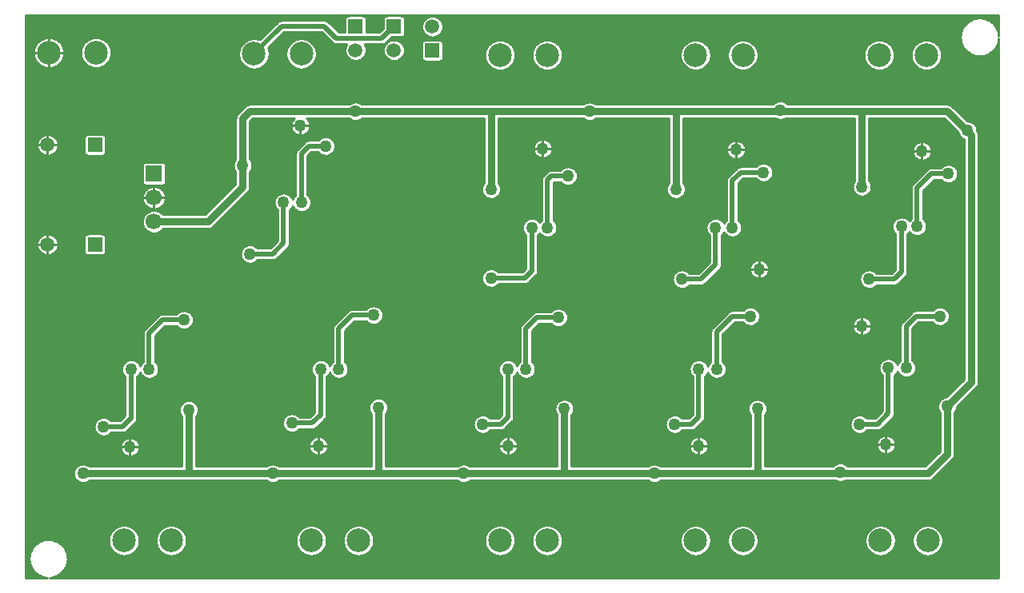
<source format=gbl>
%FSDAX24Y24*%
%MOIN*%
%SFA1B1*%

%IPPOS*%
%ADD10C,0.010000*%
%ADD11C,0.059100*%
%ADD21C,0.020000*%
%ADD22C,0.030000*%
%ADD23R,0.066900X0.066900*%
%ADD24C,0.066900*%
%ADD25R,0.059100X0.059100*%
%ADD26R,0.059100X0.059100*%
%ADD27C,0.098400*%
%ADD28C,0.050000*%
%LNde-220124-1*%
%LPD*%
G54D10*
X052900Y087708D02*
D01*
X052894Y087763*
X052884Y087818*
X052870Y087873*
X052853Y087926*
X052831Y087978*
X052807Y088028*
X052779Y088076*
X052747Y088123*
X052713Y088167*
X052675Y088208*
X052635Y088247*
X052592Y088283*
X052546Y088316*
X052499Y088345*
X052449Y088371*
X052398Y088394*
X052345Y088413*
X052292Y088428*
X052237Y088440*
X052181Y088447*
X052125Y088451*
X052069Y088451*
X052014Y088447*
X051958Y088439*
X051903Y088427*
X051850Y088412*
X051797Y088392*
X051746Y088370*
X051697Y088343*
X051649Y088313*
X051604Y088280*
X051561Y088244*
X051521Y088205*
X051484Y088164*
X051449Y088119*
X051418Y088073*
X051390Y088024*
X051366Y087974*
X051345Y087922*
X051328Y087869*
X051315Y087814*
X051305Y087759*
X051299Y087703*
X051297Y087647*
X051300Y087592*
X051305Y087536*
X051315Y087481*
X051329Y087426*
X051346Y087373*
X051368Y087321*
X051392Y087271*
X051420Y087223*
X051452Y087176*
X051486Y087132*
X051524Y087091*
X051564Y087052*
X051607Y087016*
X051653Y086983*
X051700Y086954*
X051750Y086928*
X051801Y086905*
X051854Y086886*
X051907Y086871*
X051962Y086859*
X052018Y086852*
X052074Y086848*
X052130Y086848*
X052185Y086852*
X052241Y086860*
X052296Y086872*
X052349Y086887*
X052402Y086907*
X052453Y086929*
X052502Y086956*
X052550Y086986*
X052595Y087019*
X052638Y087055*
X052678Y087094*
X052715Y087135*
X052750Y087180*
X052781Y087226*
X052809Y087275*
X052833Y087325*
X052854Y087377*
X052871Y087430*
X052884Y087485*
X052894Y087540*
X052900Y087592*
X050962Y084762D02*
D01*
X050946Y084776*
X050930Y084789*
X050913Y084801*
X050895Y084812*
X050876Y084821*
X050857Y084829*
X050837Y084836*
X050817Y084842*
X050796Y084846*
X050776Y084848*
X050755Y084849*
X050750Y084850*
X050962Y084762D02*
D01*
X050946Y084776*
X050930Y084789*
X050913Y084801*
X050895Y084812*
X050876Y084821*
X050857Y084829*
X050837Y084836*
X050817Y084842*
X050796Y084846*
X050776Y084848*
X050755Y084849*
X050750Y084850*
X052000Y083750D02*
D01*
X051999Y083777*
X051996Y083805*
X051991Y083833*
X051984Y083860*
X051975Y083886*
X051965Y083912*
X051953Y083937*
X051939Y083961*
X051923Y083985*
X051906Y084007*
X051887Y084027*
X051867Y084047*
X051846Y084065*
X051823Y084081*
X051800Y084096*
X051775Y084109*
X051749Y084120*
X051723Y084130*
X051696Y084138*
X051669Y084143*
X051641Y084147*
X051613Y084149*
X051586*
X051575Y084149*
X052050Y083550D02*
D01*
X052049Y083570*
X052047Y083591*
X052043Y083612*
X052038Y083632*
X052031Y083652*
X052024Y083672*
X052014Y083690*
X052004Y083708*
X051999Y083718*
X052050Y083550D02*
D01*
X052049Y083570*
X052047Y083591*
X052043Y083612*
X052038Y083632*
X052031Y083652*
X052024Y083672*
X052014Y083690*
X052004Y083708*
X051999Y083718*
X051209Y083667D02*
D01*
X051215Y083639*
X051224Y083613*
X051234Y083587*
X051247Y083562*
X051260Y083538*
X051276Y083515*
X051293Y083493*
X051312Y083472*
X051332Y083453*
X051353Y083435*
X051376Y083418*
X051400Y083403*
X051424Y083390*
X051450Y083379*
X051450Y083379*
X050526Y086900D02*
D01*
X050524Y086944*
X050519Y086989*
X050511Y087033*
X050501Y087076*
X050487Y087119*
X050470Y087161*
X050450Y087201*
X050428Y087240*
X050403Y087277*
X050375Y087312*
X050345Y087345*
X050313Y087377*
X050279Y087405*
X050243Y087432*
X050205Y087455*
X050165Y087477*
X050124Y087495*
X050082Y087510*
X050039Y087522*
X049995Y087532*
X049951Y087538*
X049906Y087541*
X049861*
X049816Y087538*
X049772Y087532*
X049728Y087522*
X049685Y087510*
X049643Y087495*
X049602Y087477*
X049563Y087455*
X049524Y087432*
X049488Y087405*
X049454Y087377*
X049422Y087345*
X049392Y087312*
X049364Y087277*
X049339Y087240*
X049317Y087201*
X049297Y087161*
X049280Y087119*
X049266Y087076*
X049256Y087033*
X049248Y086989*
X049243Y086944*
X049242Y086900*
X049243Y086855*
X049248Y086810*
X049256Y086766*
X049266Y086723*
X049280Y086680*
X049297Y086638*
X049317Y086598*
X049339Y086559*
X049364Y086522*
X049392Y086487*
X049422Y086454*
X049454Y086422*
X049488Y086394*
X049524Y086367*
X049563Y086344*
X049602Y086322*
X049643Y086304*
X049685Y086289*
X049728Y086277*
X049772Y086267*
X049816Y086261*
X049861Y086258*
X049906*
X049951Y086261*
X049995Y086267*
X050039Y086277*
X050082Y086289*
X050124Y086304*
X050165Y086322*
X050205Y086344*
X050243Y086367*
X050279Y086394*
X050313Y086422*
X050345Y086454*
X050375Y086487*
X050403Y086522*
X050428Y086559*
X050450Y086598*
X050470Y086638*
X050487Y086680*
X050501Y086723*
X050511Y086766*
X050519Y086810*
X050524Y086855*
X050526Y086900*
X048558D02*
D01*
X048556Y086944*
X048551Y086989*
X048543Y087033*
X048533Y087076*
X048519Y087119*
X048502Y087161*
X048482Y087201*
X048460Y087240*
X048435Y087277*
X048407Y087312*
X048377Y087345*
X048345Y087377*
X048311Y087405*
X048275Y087432*
X048237Y087455*
X048197Y087477*
X048156Y087495*
X048114Y087510*
X048071Y087522*
X048027Y087532*
X047983Y087538*
X047938Y087541*
X047893*
X047848Y087538*
X047804Y087532*
X047760Y087522*
X047717Y087510*
X047675Y087495*
X047634Y087477*
X047595Y087455*
X047556Y087432*
X047520Y087405*
X047486Y087377*
X047454Y087345*
X047424Y087312*
X047396Y087277*
X047371Y087240*
X047349Y087201*
X047329Y087161*
X047312Y087119*
X047298Y087076*
X047288Y087033*
X047280Y086989*
X047275Y086944*
X047274Y086900*
X047275Y086855*
X047280Y086810*
X047288Y086766*
X047298Y086723*
X047312Y086680*
X047329Y086638*
X047349Y086598*
X047371Y086559*
X047396Y086522*
X047424Y086487*
X047454Y086454*
X047486Y086422*
X047520Y086394*
X047556Y086367*
X047595Y086344*
X047634Y086322*
X047675Y086304*
X047717Y086289*
X047760Y086277*
X047804Y086267*
X047848Y086261*
X047893Y086258*
X047938*
X047983Y086261*
X048027Y086267*
X048071Y086277*
X048114Y086289*
X048156Y086304*
X048197Y086322*
X048237Y086344*
X048275Y086367*
X048311Y086394*
X048345Y086422*
X048377Y086454*
X048407Y086487*
X048435Y086522*
X048460Y086559*
X048482Y086598*
X048502Y086638*
X048519Y086680*
X048533Y086723*
X048543Y086766*
X048551Y086810*
X048556Y086855*
X048558Y086900*
X050100Y082900D02*
D01*
X050099Y082927*
X050096Y082955*
X050091Y082983*
X050084Y083010*
X050075Y083036*
X050065Y083062*
X050053Y083087*
X050039Y083111*
X050023Y083135*
X050006Y083157*
X049987Y083177*
X049967Y083197*
X049946Y083215*
X049923Y083231*
X049900Y083246*
X049875Y083259*
X049849Y083270*
X049823Y083280*
X049796Y083288*
X049769Y083293*
X049741Y083297*
X049713Y083299*
X049686*
X049658Y083297*
X049630Y083293*
X049603Y083288*
X049576Y083280*
X049550Y083270*
X049524Y083259*
X049500Y083246*
X049476Y083231*
X049453Y083215*
X049432Y083197*
X049412Y083177*
X049393Y083157*
X049376Y083135*
X049360Y083111*
X049346Y083087*
X049334Y083062*
X049324Y083036*
X049315Y083010*
X049308Y082983*
X049303Y082955*
X049300Y082927*
X049300Y082900*
X049300Y082872*
X049303Y082844*
X049308Y082816*
X049315Y082789*
X049324Y082763*
X049334Y082737*
X049346Y082712*
X049360Y082688*
X049376Y082664*
X049393Y082642*
X049412Y082622*
X049432Y082602*
X049453Y082584*
X049476Y082568*
X049500Y082553*
X049524Y082540*
X049550Y082529*
X049576Y082519*
X049603Y082511*
X049630Y082506*
X049658Y082502*
X049686Y082500*
X049713*
X049741Y082502*
X049769Y082506*
X049796Y082511*
X049823Y082519*
X049849Y082529*
X049875Y082540*
X049900Y082553*
X049923Y082568*
X049946Y082584*
X049967Y082602*
X049987Y082622*
X050006Y082642*
X050023Y082664*
X050039Y082688*
X050053Y082712*
X050065Y082737*
X050075Y082763*
X050084Y082789*
X050091Y082816*
X050096Y082844*
X050099Y082872*
X050100Y082900*
X051200Y081950D02*
D01*
X051199Y081977*
X051196Y082005*
X051191Y082033*
X051184Y082060*
X051175Y082086*
X051165Y082112*
X051153Y082137*
X051139Y082161*
X051123Y082185*
X051106Y082207*
X051087Y082227*
X051067Y082247*
X051046Y082265*
X051023Y082281*
X051000Y082296*
X050975Y082309*
X050949Y082320*
X050923Y082330*
X050896Y082338*
X050869Y082343*
X050841Y082347*
X050813Y082349*
X050786*
X050758Y082347*
X050730Y082343*
X050703Y082338*
X050676Y082330*
X050650Y082320*
X050624Y082309*
X050600Y082296*
X050576Y082281*
X050553Y082265*
X050532Y082247*
X050512Y082227*
X050493Y082207*
X050488Y082200*
Y081700D02*
D01*
X050506Y081678*
X050525Y081659*
X050546Y081640*
X050568Y081623*
X050592Y081608*
X050616Y081594*
X050641Y081582*
X050667Y081572*
X050694Y081564*
X050721Y081557*
X050749Y081553*
X050777Y081550*
X050804Y081550*
X050832Y081551*
X050860Y081554*
X050887Y081559*
X050914Y081567*
X050941Y081576*
X050967Y081586*
X050992Y081599*
X051016Y081613*
X051038Y081629*
X051060Y081646*
X051081Y081665*
X051100Y081686*
X051118Y081707*
X051134Y081730*
X051148Y081754*
X051161Y081779*
X051172Y081804*
X051181Y081831*
X051189Y081858*
X051194Y081885*
X051198Y081913*
X051199Y081940*
X051200Y081950*
X050100Y082200D02*
D01*
X050082Y082199*
X050065Y082197*
X050048Y082194*
X050031Y082190*
X050014Y082184*
X049998Y082178*
X049982Y082170*
X049967Y082162*
X049953Y082152*
X049939Y082141*
X049926Y082129*
X049923Y082127*
X050100Y082200D02*
D01*
X050082Y082199*
X050065Y082197*
X050048Y082194*
X050031Y082190*
X050014Y082184*
X049998Y082178*
X049982Y082170*
X049967Y082162*
X049953Y082152*
X049939Y082141*
X049926Y082129*
X049923Y082127*
X049900Y079750D02*
D01*
X049899Y079777*
X049896Y079805*
X049891Y079833*
X049884Y079860*
X049875Y079886*
X049865Y079912*
X049853Y079937*
X049839Y079961*
X049823Y079985*
X049806Y080007*
X049787Y080027*
X049767Y080047*
X049750Y080062*
X049323Y081527D02*
D01*
X049311Y081514*
X049300Y081500*
X049290Y081486*
X049281Y081471*
X049273Y081455*
X049266Y081439*
X049260Y081423*
X049256Y081406*
X049252Y081389*
X049250Y081371*
X049249Y081354*
X049250Y081350*
X049323Y081527D02*
D01*
X049311Y081514*
X049300Y081500*
X049290Y081486*
X049281Y081471*
X049273Y081455*
X049266Y081439*
X049260Y081423*
X049256Y081406*
X049252Y081389*
X049250Y081371*
X049249Y081354*
X049250Y081350*
Y080062D02*
D01*
X049228Y080043*
X049209Y080024*
X049190Y080003*
X049175Y079983*
Y079517D02*
D01*
X049192Y079494*
X049210Y079474*
X049230Y079454*
X049251Y079436*
X049274Y079419*
X049297Y079404*
X049322Y079391*
X049347Y079380*
X049374Y079370*
X049400Y079362*
X049428Y079356*
X049455Y079352*
X049483Y079350*
X049511Y079350*
X049539Y079352*
X049566Y079355*
X049594Y079361*
X049621Y079368*
X049647Y079378*
X049673Y079389*
X049697Y079402*
X049721Y079417*
X049744Y079433*
X049765Y079451*
X049785Y079470*
X049804Y079491*
X049822Y079512*
X049837Y079535*
X049851Y079560*
X049864Y079585*
X049874Y079610*
X049883Y079637*
X049890Y079664*
X049895Y079691*
X049898Y079719*
X049899Y079747*
X049900Y079750*
X047600Y081400D02*
D01*
X047599Y081427*
X047596Y081455*
X047591Y081483*
X047584Y081510*
X047575Y081536*
X047565Y081562*
X047553Y081587*
X047539Y081611*
X047523Y081635*
X047506Y081657*
X047500Y081665*
X046900D02*
D01*
X046882Y081643*
X046866Y081620*
X046851Y081596*
X046838Y081572*
X046827Y081546*
X046818Y081520*
X046810Y081493*
X046805Y081465*
X046801Y081438*
X046799Y081410*
X046800Y081382*
X046802Y081354*
X046806Y081326*
X046812Y081299*
X046820Y081272*
X046830Y081246*
X046841Y081221*
X046855Y081196*
X046870Y081173*
X046886Y081150*
X046905Y081129*
X046924Y081109*
X046945Y081090*
X046967Y081073*
X046991Y081058*
X047015Y081044*
X047040Y081032*
X047066Y081022*
X047093Y081014*
X047120Y081007*
X047148Y081003*
X047175Y081000*
X047203Y080999*
X047231Y081000*
X047259Y081004*
X047286Y081009*
X047313Y081016*
X047340Y081025*
X047366Y081035*
X047391Y081048*
X047415Y081062*
X047438Y081078*
X047460Y081095*
X047480Y081114*
X047500Y081135*
X047517Y081156*
X047533Y081179*
X047548Y081203*
X047561Y081227*
X047572Y081253*
X047581Y081279*
X047589Y081306*
X047594Y081334*
X047598Y081361*
X047600Y081389*
X047600Y081400*
X049175Y079983D02*
D01*
X049157Y080005*
X049139Y080025*
X049119Y080045*
X049098Y080063*
X049075Y080080*
X049052Y080095*
X049027Y080108*
X049002Y080119*
X048975Y080129*
X048949Y080137*
X048921Y080143*
X048894Y080147*
X048866Y080149*
X048838Y080149*
X048810Y080147*
X048783Y080144*
X048755Y080138*
X048728Y080131*
X048702Y080121*
X048676Y080110*
X048652Y080097*
X048628Y080082*
X048605Y080066*
X048584Y080048*
X048564Y080029*
X048545Y080008*
X048527Y079987*
X048512Y079964*
X048498Y079939*
X048485Y079914*
X048475Y079889*
X048466Y079862*
X048459Y079835*
X048454Y079808*
X048451Y079780*
X048450Y079752*
X048450Y079724*
X048453Y079696*
X048458Y079669*
X048464Y079642*
X048473Y079615*
X048483Y079589*
X048495Y079564*
X048509Y079540*
X048525Y079517*
X048542Y079494*
X048560Y079474*
X048580Y079454*
X048600Y079438*
X049100D02*
D01*
X049121Y079456*
X049140Y079475*
X049159Y079496*
X049175Y079517*
X049027Y077673D02*
D01*
X049038Y077685*
X049049Y077699*
X049059Y077713*
X049068Y077728*
X049076Y077744*
X049083Y077760*
X049089Y077776*
X049093Y077793*
X049097Y077810*
X049099Y077828*
X049100Y077845*
X049100Y077850*
X049027Y077673D02*
D01*
X049038Y077685*
X049049Y077699*
X049059Y077713*
X049068Y077728*
X049076Y077744*
X049083Y077760*
X049089Y077776*
X049093Y077793*
X049097Y077810*
X049099Y077828*
X049100Y077845*
X049100Y077850*
X048550Y077300D02*
D01*
X048567Y077300*
X048584Y077302*
X048601Y077305*
X048618Y077309*
X048635Y077315*
X048651Y077321*
X048667Y077329*
X048682Y077337*
X048696Y077347*
X048710Y077358*
X048723Y077370*
X048727Y077373*
X048550Y077300D02*
D01*
X048567Y077300*
X048584Y077302*
X048601Y077305*
X048618Y077309*
X048635Y077315*
X048651Y077321*
X048667Y077329*
X048682Y077337*
X048696Y077347*
X048710Y077358*
X048723Y077370*
X048727Y077373*
X047812Y077800D02*
D01*
X047793Y077821*
X047774Y077840*
X047753Y077859*
X047731Y077876*
X047707Y077891*
X047683Y077905*
X047658Y077917*
X047632Y077927*
X047605Y077935*
X047578Y077942*
X047550Y077946*
X047522Y077949*
X047495Y077949*
X047467Y077948*
X047439Y077945*
X047412Y077940*
X047385Y077932*
X047358Y077923*
X047332Y077913*
X047307Y077900*
X047283Y077886*
X047261Y077870*
X047239Y077853*
X047218Y077834*
X047199Y077813*
X047181Y077792*
X047165Y077769*
X047151Y077745*
X047138Y077720*
X047127Y077695*
X047118Y077668*
X047110Y077641*
X047105Y077614*
X047101Y077586*
X047100Y077559*
X047100Y077531*
X047102Y077503*
X047107Y077475*
X047113Y077448*
X047121Y077421*
X047131Y077395*
X047142Y077370*
X047156Y077345*
X047171Y077322*
X047188Y077300*
X047206Y077278*
X047225Y077259*
X047246Y077240*
X047268Y077223*
X047292Y077208*
X047316Y077194*
X047341Y077182*
X047367Y077172*
X047394Y077164*
X047421Y077157*
X047449Y077153*
X047477Y077150*
X047504Y077150*
X047532Y077151*
X047560Y077154*
X047587Y077159*
X047614Y077167*
X047641Y077176*
X047667Y077186*
X047692Y077199*
X047716Y077213*
X047738Y077229*
X047760Y077246*
X047781Y077265*
X047800Y077286*
X047812Y077300*
X044112Y084850D02*
D01*
X044093Y084871*
X044074Y084890*
X044053Y084909*
X044031Y084926*
X044007Y084941*
X043983Y084955*
X043958Y084967*
X043932Y084977*
X043905Y084985*
X043878Y084992*
X043850Y084996*
X043822Y084999*
X043795Y084999*
X043767Y084998*
X043739Y084995*
X043712Y084990*
X043685Y084982*
X043658Y084973*
X043632Y084963*
X043607Y084950*
X043583Y084936*
X043561Y084920*
X043539Y084903*
X043518Y084884*
X043499Y084863*
X043488Y084850*
X042876Y086900D02*
D01*
X042874Y086944*
X042869Y086989*
X042861Y087033*
X042851Y087076*
X042837Y087119*
X042820Y087161*
X042800Y087201*
X042778Y087240*
X042753Y087277*
X042725Y087312*
X042695Y087345*
X042663Y087377*
X042629Y087405*
X042593Y087432*
X042555Y087455*
X042515Y087477*
X042474Y087495*
X042432Y087510*
X042389Y087522*
X042345Y087532*
X042301Y087538*
X042256Y087541*
X042211*
X042166Y087538*
X042122Y087532*
X042078Y087522*
X042035Y087510*
X041993Y087495*
X041952Y087477*
X041913Y087455*
X041874Y087432*
X041838Y087405*
X041804Y087377*
X041772Y087345*
X041742Y087312*
X041714Y087277*
X041689Y087240*
X041667Y087201*
X041647Y087161*
X041630Y087119*
X041616Y087076*
X041606Y087033*
X041598Y086989*
X041593Y086944*
X041592Y086900*
X041593Y086855*
X041598Y086810*
X041606Y086766*
X041616Y086723*
X041630Y086680*
X041647Y086638*
X041667Y086598*
X041689Y086559*
X041714Y086522*
X041742Y086487*
X041772Y086454*
X041804Y086422*
X041838Y086394*
X041874Y086367*
X041913Y086344*
X041952Y086322*
X041993Y086304*
X042035Y086289*
X042078Y086277*
X042122Y086267*
X042166Y086261*
X042211Y086258*
X042256*
X042301Y086261*
X042345Y086267*
X042389Y086277*
X042432Y086289*
X042474Y086304*
X042515Y086322*
X042555Y086344*
X042593Y086367*
X042629Y086394*
X042663Y086422*
X042695Y086454*
X042725Y086487*
X042753Y086522*
X042778Y086559*
X042800Y086598*
X042820Y086638*
X042837Y086680*
X042851Y086723*
X042861Y086766*
X042869Y086810*
X042874Y086855*
X042876Y086900*
X043606Y084250D02*
D01*
X043630Y084237*
X043656Y084226*
X043683Y084217*
X043709Y084210*
X043737Y084204*
X043765Y084201*
X043793Y084199*
X043820Y084200*
X043848Y084202*
X043876Y084207*
X043903Y084213*
X043930Y084221*
X043956Y084231*
X043981Y084243*
X043994Y084250*
X040908Y086900D02*
D01*
X040906Y086944*
X040901Y086989*
X040893Y087033*
X040883Y087076*
X040869Y087119*
X040852Y087161*
X040832Y087201*
X040810Y087240*
X040785Y087277*
X040757Y087312*
X040727Y087345*
X040695Y087377*
X040661Y087405*
X040625Y087432*
X040587Y087455*
X040547Y087477*
X040506Y087495*
X040464Y087510*
X040421Y087522*
X040377Y087532*
X040333Y087538*
X040288Y087541*
X040243*
X040198Y087538*
X040154Y087532*
X040110Y087522*
X040067Y087510*
X040025Y087495*
X039984Y087477*
X039945Y087455*
X039906Y087432*
X039870Y087405*
X039836Y087377*
X039804Y087345*
X039774Y087312*
X039746Y087277*
X039721Y087240*
X039699Y087201*
X039679Y087161*
X039662Y087119*
X039648Y087076*
X039638Y087033*
X039630Y086989*
X039625Y086944*
X039624Y086900*
X039625Y086855*
X039630Y086810*
X039638Y086766*
X039648Y086723*
X039662Y086680*
X039679Y086638*
X039699Y086598*
X039721Y086559*
X039746Y086522*
X039774Y086487*
X039804Y086454*
X039836Y086422*
X039870Y086394*
X039906Y086367*
X039945Y086344*
X039984Y086322*
X040025Y086304*
X040067Y086289*
X040110Y086277*
X040154Y086267*
X040198Y086261*
X040243Y086258*
X040288*
X040333Y086261*
X040377Y086267*
X040421Y086277*
X040464Y086289*
X040506Y086304*
X040547Y086322*
X040587Y086344*
X040625Y086367*
X040661Y086394*
X040695Y086422*
X040727Y086454*
X040757Y086487*
X040785Y086522*
X040810Y086559*
X040832Y086598*
X040852Y086638*
X040869Y086680*
X040883Y086723*
X040893Y086766*
X040901Y086810*
X040906Y086855*
X040908Y086900*
X034726D02*
D01*
X034724Y086944*
X034719Y086989*
X034711Y087033*
X034701Y087076*
X034687Y087119*
X034670Y087161*
X034650Y087201*
X034628Y087240*
X034603Y087277*
X034575Y087312*
X034545Y087345*
X034513Y087377*
X034479Y087405*
X034443Y087432*
X034405Y087455*
X034365Y087477*
X034324Y087495*
X034282Y087510*
X034239Y087522*
X034195Y087532*
X034151Y087538*
X034106Y087541*
X034061*
X034016Y087538*
X033972Y087532*
X033928Y087522*
X033885Y087510*
X033843Y087495*
X033802Y087477*
X033763Y087455*
X033724Y087432*
X033688Y087405*
X033654Y087377*
X033622Y087345*
X033592Y087312*
X033564Y087277*
X033539Y087240*
X033517Y087201*
X033497Y087161*
X033480Y087119*
X033466Y087076*
X033456Y087033*
X033448Y086989*
X033443Y086944*
X033442Y086900*
X033443Y086855*
X033448Y086810*
X033456Y086766*
X033466Y086723*
X033480Y086680*
X033497Y086638*
X033517Y086598*
X033539Y086559*
X033564Y086522*
X033592Y086487*
X033622Y086454*
X033654Y086422*
X033688Y086394*
X033724Y086367*
X033763Y086344*
X033802Y086322*
X033843Y086304*
X033885Y086289*
X033928Y086277*
X033972Y086267*
X034016Y086261*
X034061Y086258*
X034106*
X034151Y086261*
X034195Y086267*
X034239Y086277*
X034282Y086289*
X034324Y086304*
X034365Y086322*
X034405Y086344*
X034443Y086367*
X034479Y086394*
X034513Y086422*
X034545Y086454*
X034575Y086487*
X034603Y086522*
X034628Y086559*
X034650Y086598*
X034670Y086638*
X034687Y086680*
X034701Y086723*
X034711Y086766*
X034719Y086810*
X034724Y086855*
X034726Y086900*
X036115Y084850D02*
D01*
X036093Y084867*
X036070Y084883*
X036046Y084898*
X036022Y084911*
X035996Y084922*
X035970Y084931*
X035943Y084939*
X035915Y084944*
X035888Y084948*
X035860Y084950*
X035832Y084949*
X035804Y084947*
X035776Y084943*
X035749Y084937*
X035722Y084929*
X035696Y084919*
X035671Y084908*
X035646Y084894*
X035623Y084879*
X035600Y084863*
X035585Y084850*
X043500Y082000D02*
D01*
X043499Y082027*
X043496Y082055*
X043491Y082083*
X043484Y082110*
X043475Y082136*
X043465Y082162*
X043453Y082187*
X043439Y082211*
X043423Y082235*
X043406Y082257*
X043387Y082277*
X043367Y082297*
X043346Y082315*
X043323Y082331*
X043300Y082346*
X043275Y082359*
X043249Y082370*
X043223Y082380*
X043196Y082388*
X043169Y082393*
X043141Y082397*
X043113Y082399*
X043086*
X043058Y082397*
X043030Y082393*
X043003Y082388*
X042976Y082380*
X042950Y082370*
X042924Y082359*
X042900Y082346*
X042876Y082331*
X042853Y082315*
X042832Y082297*
X042812Y082277*
X042793Y082257*
X042788Y082250*
X042350Y082950D02*
D01*
X042349Y082977*
X042346Y083005*
X042341Y083033*
X042334Y083060*
X042325Y083086*
X042315Y083112*
X042303Y083137*
X042289Y083161*
X042273Y083185*
X042256Y083207*
X042237Y083227*
X042217Y083247*
X042196Y083265*
X042173Y083281*
X042150Y083296*
X042125Y083309*
X042099Y083320*
X042073Y083330*
X042046Y083338*
X042019Y083343*
X041991Y083347*
X041963Y083349*
X041936*
X041908Y083347*
X041880Y083343*
X041853Y083338*
X041826Y083330*
X041800Y083320*
X041774Y083309*
X041750Y083296*
X041726Y083281*
X041703Y083265*
X041682Y083247*
X041662Y083227*
X041643Y083207*
X041626Y083185*
X041610Y083161*
X041596Y083137*
X041584Y083112*
X041574Y083086*
X041565Y083060*
X041558Y083033*
X041553Y083005*
X041550Y082977*
X041550Y082950*
X041550Y082922*
X041553Y082894*
X041558Y082866*
X041565Y082839*
X041574Y082813*
X041584Y082787*
X041596Y082762*
X041610Y082738*
X041626Y082714*
X041643Y082692*
X041662Y082672*
X041682Y082652*
X041703Y082634*
X041726Y082618*
X041750Y082603*
X041774Y082590*
X041800Y082579*
X041826Y082569*
X041853Y082561*
X041880Y082556*
X041908Y082552*
X041936Y082550*
X041963*
X041991Y082552*
X042019Y082556*
X042046Y082561*
X042073Y082569*
X042099Y082579*
X042125Y082590*
X042150Y082603*
X042173Y082618*
X042196Y082634*
X042217Y082652*
X042237Y082672*
X042256Y082692*
X042273Y082714*
X042289Y082738*
X042303Y082762*
X042315Y082787*
X042325Y082813*
X042334Y082839*
X042341Y082866*
X042346Y082894*
X042349Y082922*
X042350Y082950*
X042788Y081750D02*
D01*
X042806Y081728*
X042825Y081709*
X042846Y081690*
X042868Y081673*
X042892Y081658*
X042916Y081644*
X042941Y081632*
X042967Y081622*
X042994Y081614*
X043021Y081607*
X043049Y081603*
X043077Y081600*
X043104Y081600*
X043132Y081601*
X043160Y081604*
X043187Y081609*
X043214Y081617*
X043241Y081626*
X043267Y081636*
X043292Y081649*
X043316Y081663*
X043338Y081679*
X043360Y081696*
X043381Y081715*
X043400Y081736*
X043418Y081757*
X043434Y081780*
X043448Y081804*
X043461Y081829*
X043472Y081854*
X043481Y081881*
X043489Y081908*
X043494Y081935*
X043498Y081963*
X043499Y081990*
X043500Y082000*
X042200Y079700D02*
D01*
X042199Y079727*
X042196Y079755*
X042191Y079783*
X042184Y079810*
X042175Y079836*
X042165Y079862*
X042153Y079887*
X042139Y079911*
X042123Y079935*
X042106Y079957*
X042087Y079977*
X042067Y079997*
X042050Y080012*
X042150Y082250D02*
D01*
X042132Y082249*
X042115Y082247*
X042098Y082244*
X042081Y082240*
X042064Y082234*
X042048Y082228*
X042032Y082220*
X042017Y082212*
X042003Y082202*
X041989Y082191*
X041976Y082179*
X041973Y082177*
X042150Y082250D02*
D01*
X042132Y082249*
X042115Y082247*
X042098Y082244*
X042081Y082240*
X042064Y082234*
X042048Y082228*
X042032Y082220*
X042017Y082212*
X042003Y082202*
X041989Y082191*
X041976Y082179*
X041973Y082177*
X041623Y081827D02*
D01*
X041611Y081814*
X041600Y081800*
X041590Y081786*
X041581Y081771*
X041573Y081755*
X041566Y081739*
X041560Y081723*
X041556Y081706*
X041552Y081689*
X041550Y081671*
X041549Y081654*
X041550Y081650*
X041623Y081827D02*
D01*
X041611Y081814*
X041600Y081800*
X041590Y081786*
X041581Y081771*
X041573Y081755*
X041566Y081739*
X041560Y081723*
X041556Y081706*
X041552Y081689*
X041550Y081671*
X041549Y081654*
X041550Y081650*
Y080012D02*
D01*
X041528Y079993*
X041509Y079974*
X041490Y079953*
X041473Y079931*
X041458Y079907*
X041450Y079894*
X039850Y081300D02*
D01*
X039849Y081327*
X039846Y081355*
X039841Y081383*
X039834Y081410*
X039825Y081436*
X039815Y081462*
X039803Y081487*
X039789Y081511*
X039773Y081535*
X039756Y081557*
X039750Y081565*
X039150D02*
D01*
X039132Y081543*
X039116Y081520*
X039101Y081496*
X039088Y081472*
X039077Y081446*
X039068Y081420*
X039060Y081393*
X039055Y081365*
X039051Y081338*
X039049Y081310*
X039050Y081282*
X039052Y081254*
X039056Y081226*
X039062Y081199*
X039070Y081172*
X039080Y081146*
X039091Y081121*
X039105Y081096*
X039120Y081073*
X039136Y081050*
X039155Y081029*
X039174Y081009*
X039195Y080990*
X039217Y080973*
X039241Y080958*
X039265Y080944*
X039290Y080932*
X039316Y080922*
X039343Y080914*
X039370Y080907*
X039398Y080903*
X039425Y080900*
X039453Y080899*
X039481Y080900*
X039509Y080904*
X039536Y080909*
X039563Y080916*
X039590Y080925*
X039616Y080935*
X039641Y080948*
X039665Y080962*
X039688Y080978*
X039710Y080995*
X039730Y081014*
X039750Y081035*
X039767Y081056*
X039783Y081079*
X039798Y081103*
X039811Y081127*
X039822Y081153*
X039831Y081179*
X039839Y081206*
X039844Y081234*
X039848Y081261*
X039850Y081289*
X039850Y081300*
X041450Y079506D02*
D01*
X041464Y079482*
X041480Y079459*
X041497Y079437*
X041517Y079417*
X041537Y079397*
X041559Y079380*
X041582Y079364*
X041605Y079350*
X041630Y079337*
X041656Y079326*
X041682Y079317*
X041709Y079310*
X041737Y079304*
X041765Y079301*
X041793Y079299*
X041820Y079300*
X041848Y079302*
X041876Y079307*
X041903Y079313*
X041930Y079321*
X041956Y079331*
X041981Y079343*
X042006Y079356*
X042029Y079372*
X042051Y079389*
X042072Y079407*
X042092Y079427*
X042110Y079448*
X042127Y079470*
X042143Y079493*
X042156Y079518*
X042168Y079543*
X042178Y079569*
X042186Y079596*
X042192Y079623*
X042197Y079651*
X042199Y079679*
X042200Y079700*
X043320Y077974D02*
D01*
X043319Y078001*
X043316Y078029*
X043311Y078057*
X043304Y078084*
X043295Y078110*
X043285Y078136*
X043273Y078161*
X043259Y078185*
X043243Y078209*
X043226Y078231*
X043207Y078251*
X043187Y078271*
X043166Y078289*
X043143Y078305*
X043120Y078320*
X043095Y078333*
X043069Y078344*
X043043Y078354*
X043016Y078362*
X042989Y078367*
X042961Y078371*
X042933Y078373*
X042906*
X042878Y078371*
X042850Y078367*
X042823Y078362*
X042796Y078354*
X042770Y078344*
X042744Y078333*
X042720Y078320*
X042696Y078305*
X042673Y078289*
X042652Y078271*
X042632Y078251*
X042613Y078231*
X042596Y078209*
X042580Y078185*
X042566Y078161*
X042554Y078136*
X042544Y078110*
X042535Y078084*
X042528Y078057*
X042523Y078029*
X042520Y078001*
X042520Y077974*
X042520Y077946*
X042523Y077918*
X042528Y077890*
X042535Y077863*
X042544Y077837*
X042554Y077811*
X042566Y077786*
X042580Y077762*
X042596Y077738*
X042613Y077716*
X042632Y077696*
X042652Y077676*
X042673Y077658*
X042696Y077642*
X042720Y077627*
X042744Y077614*
X042770Y077603*
X042796Y077593*
X042823Y077585*
X042850Y077580*
X042878Y077576*
X042906Y077574*
X042933*
X042961Y077576*
X042989Y077580*
X043016Y077585*
X043043Y077593*
X043069Y077603*
X043095Y077614*
X043120Y077627*
X043143Y077642*
X043166Y077658*
X043187Y077676*
X043207Y077696*
X043226Y077716*
X043243Y077738*
X043259Y077762*
X043273Y077786*
X043285Y077811*
X043295Y077837*
X043304Y077863*
X043311Y077890*
X043316Y077918*
X043319Y077946*
X043320Y077974*
X041350Y079388D02*
D01*
X041371Y079406*
X041390Y079425*
X041409Y079446*
X041426Y079468*
X041441Y079492*
X041450Y079506*
Y079894D02*
D01*
X041435Y079917*
X041419Y079940*
X041402Y079962*
X041382Y079982*
X041362Y080002*
X041340Y080019*
X041317Y080035*
X041294Y080049*
X041269Y080062*
X041243Y080073*
X041217Y080082*
X041190Y080089*
X041162Y080095*
X041134Y080098*
X041106Y080100*
X041079Y080099*
X041051Y080097*
X041023Y080092*
X040996Y080086*
X040969Y080078*
X040943Y080068*
X040918Y080056*
X040893Y080043*
X040870Y080027*
X040848Y080010*
X040827Y079992*
X040807Y079972*
X040789Y079951*
X040772Y079929*
X040756Y079906*
X040743Y079881*
X040731Y079856*
X040721Y079830*
X040713Y079803*
X040707Y079776*
X040702Y079748*
X040700Y079720*
X040699Y079693*
X040701Y079665*
X040704Y079637*
X040710Y079609*
X040717Y079583*
X040726Y079556*
X040737Y079530*
X040750Y079506*
X040764Y079482*
X040780Y079459*
X040797Y079437*
X040817Y079417*
X040837Y079397*
X040850Y079388*
X041277Y077973D02*
D01*
X041288Y077985*
X041299Y077999*
X041309Y078013*
X041318Y078028*
X041326Y078044*
X041333Y078060*
X041339Y078076*
X041343Y078093*
X041347Y078110*
X041349Y078128*
X041350Y078145*
X041350Y078150*
X041277Y077973D02*
D01*
X041288Y077985*
X041299Y077999*
X041309Y078013*
X041318Y078028*
X041326Y078044*
X041333Y078060*
X041339Y078076*
X041343Y078093*
X041347Y078110*
X041349Y078128*
X041350Y078145*
X041350Y078150*
X040500Y077300D02*
D01*
X040517Y077300*
X040534Y077302*
X040551Y077305*
X040568Y077309*
X040585Y077315*
X040601Y077321*
X040617Y077329*
X040632Y077337*
X040646Y077347*
X040660Y077358*
X040673Y077370*
X040677Y077373*
X040500Y077300D02*
D01*
X040517Y077300*
X040534Y077302*
X040551Y077305*
X040568Y077309*
X040585Y077315*
X040601Y077321*
X040617Y077329*
X040632Y077337*
X040646Y077347*
X040660Y077358*
X040673Y077370*
X040677Y077373*
X040012Y077800D02*
D01*
X039993Y077821*
X039974Y077840*
X039953Y077859*
X039931Y077876*
X039907Y077891*
X039883Y077905*
X039858Y077917*
X039832Y077927*
X039805Y077935*
X039778Y077942*
X039750Y077946*
X039722Y077949*
X039695Y077949*
X039667Y077948*
X039639Y077945*
X039612Y077940*
X039585Y077932*
X039558Y077923*
X039532Y077913*
X039507Y077900*
X039483Y077886*
X039461Y077870*
X039439Y077853*
X039418Y077834*
X039399Y077813*
X039381Y077792*
X039365Y077769*
X039351Y077745*
X039338Y077720*
X039327Y077695*
X039318Y077668*
X039310Y077641*
X039305Y077614*
X039301Y077586*
X039300Y077559*
X039300Y077531*
X039302Y077503*
X039307Y077475*
X039313Y077448*
X039321Y077421*
X039331Y077395*
X039342Y077370*
X039356Y077345*
X039371Y077322*
X039388Y077300*
X039406Y077278*
X039425Y077259*
X039446Y077240*
X039468Y077223*
X039492Y077208*
X039516Y077194*
X039541Y077182*
X039567Y077172*
X039594Y077164*
X039621Y077157*
X039649Y077153*
X039677Y077150*
X039704Y077150*
X039732Y077151*
X039760Y077154*
X039787Y077159*
X039814Y077167*
X039841Y077176*
X039867Y077186*
X039892Y077199*
X039916Y077213*
X039938Y077229*
X039960Y077246*
X039981Y077265*
X040000Y077286*
X040012Y077300*
X035585Y084250D02*
D01*
X035606Y084232*
X035629Y084216*
X035653Y084201*
X035677Y084188*
X035703Y084177*
X035729Y084168*
X035756Y084160*
X035784Y084155*
X035811Y084151*
X035839Y084149*
X035867Y084150*
X035895Y084152*
X035923Y084156*
X035950Y084162*
X035977Y084170*
X036003Y084180*
X036028Y084191*
X036053Y084205*
X036076Y084220*
X036099Y084236*
X036115Y084250*
X035350Y081850D02*
D01*
X035349Y081877*
X035346Y081905*
X035341Y081933*
X035334Y081960*
X035325Y081986*
X035315Y082012*
X035303Y082037*
X035289Y082061*
X035273Y082085*
X035256Y082107*
X035237Y082127*
X035217Y082147*
X035196Y082165*
X035173Y082181*
X035150Y082196*
X035125Y082209*
X035099Y082220*
X035073Y082230*
X035046Y082238*
X035019Y082243*
X034991Y082247*
X034963Y082249*
X034936*
X034908Y082247*
X034880Y082243*
X034853Y082238*
X034826Y082230*
X034800Y082220*
X034774Y082209*
X034750Y082196*
X034726Y082181*
X034703Y082165*
X034682Y082147*
X034662Y082127*
X034643Y082107*
X034638Y082100*
Y081600D02*
D01*
X034656Y081578*
X034675Y081559*
X034696Y081540*
X034718Y081523*
X034742Y081508*
X034766Y081494*
X034791Y081482*
X034817Y081472*
X034844Y081464*
X034871Y081457*
X034899Y081453*
X034927Y081450*
X034954Y081450*
X034982Y081451*
X035010Y081454*
X035037Y081459*
X035064Y081467*
X035091Y081476*
X035117Y081486*
X035142Y081499*
X035166Y081513*
X035188Y081529*
X035210Y081546*
X035231Y081565*
X035250Y081586*
X035268Y081607*
X035284Y081630*
X035298Y081654*
X035311Y081679*
X035322Y081704*
X035331Y081731*
X035339Y081758*
X035344Y081785*
X035348Y081813*
X035349Y081840*
X035350Y081850*
X034300Y083000D02*
D01*
X034299Y083027*
X034296Y083055*
X034291Y083083*
X034284Y083110*
X034275Y083136*
X034265Y083162*
X034253Y083187*
X034239Y083211*
X034223Y083235*
X034206Y083257*
X034187Y083277*
X034167Y083297*
X034146Y083315*
X034123Y083331*
X034100Y083346*
X034075Y083359*
X034049Y083370*
X034023Y083380*
X033996Y083388*
X033969Y083393*
X033941Y083397*
X033913Y083399*
X033886*
X033858Y083397*
X033830Y083393*
X033803Y083388*
X033776Y083380*
X033750Y083370*
X033724Y083359*
X033700Y083346*
X033676Y083331*
X033653Y083315*
X033632Y083297*
X033612Y083277*
X033593Y083257*
X033576Y083235*
X033560Y083211*
X033546Y083187*
X033534Y083162*
X033524Y083136*
X033515Y083110*
X033508Y083083*
X033503Y083055*
X033500Y083027*
X033500Y083000*
X033500Y082972*
X033503Y082944*
X033508Y082916*
X033515Y082889*
X033524Y082863*
X033534Y082837*
X033546Y082812*
X033560Y082788*
X033576Y082764*
X033593Y082742*
X033612Y082722*
X033632Y082702*
X033653Y082684*
X033676Y082668*
X033700Y082653*
X033724Y082640*
X033750Y082629*
X033776Y082619*
X033803Y082611*
X033830Y082606*
X033858Y082602*
X033886Y082600*
X033913*
X033941Y082602*
X033969Y082606*
X033996Y082611*
X034023Y082619*
X034049Y082629*
X034075Y082640*
X034100Y082653*
X034123Y082668*
X034146Y082684*
X034167Y082702*
X034187Y082722*
X034206Y082742*
X034223Y082764*
X034239Y082788*
X034253Y082812*
X034265Y082837*
X034275Y082863*
X034284Y082889*
X034291Y082916*
X034296Y082944*
X034299Y082972*
X034300Y083000*
X034250Y082100D02*
D01*
X034232Y082099*
X034215Y082097*
X034198Y082094*
X034181Y082090*
X034164Y082084*
X034148Y082078*
X034132Y082070*
X034117Y082062*
X034103Y082052*
X034089Y082041*
X034076Y082029*
X034073Y082027*
X034250Y082100D02*
D01*
X034232Y082099*
X034215Y082097*
X034198Y082094*
X034181Y082090*
X034164Y082084*
X034148Y082078*
X034132Y082070*
X034117Y082062*
X034103Y082052*
X034089Y082041*
X034076Y082029*
X034073Y082027*
X033923Y081877D02*
D01*
X033911Y081864*
X033900Y081850*
X033890Y081836*
X033881Y081821*
X033873Y081805*
X033866Y081789*
X033860Y081773*
X033856Y081756*
X033852Y081739*
X033850Y081721*
X033849Y081704*
X033850Y081700*
X033923Y081877D02*
D01*
X033911Y081864*
X033900Y081850*
X033890Y081836*
X033881Y081821*
X033873Y081805*
X033866Y081789*
X033860Y081773*
X033856Y081756*
X033852Y081739*
X033850Y081721*
X033849Y081704*
X033850Y081700*
X034500Y079700D02*
D01*
X034499Y079727*
X034496Y079755*
X034491Y079783*
X034484Y079810*
X034475Y079836*
X034465Y079862*
X034453Y079887*
X034439Y079911*
X034423Y079935*
X034406Y079957*
X034387Y079977*
X034367Y079997*
X034350Y080012*
X033775Y079467D02*
D01*
X033792Y079444*
X033810Y079424*
X033830Y079404*
X033851Y079386*
X033874Y079369*
X033897Y079354*
X033922Y079341*
X033947Y079330*
X033974Y079320*
X034000Y079312*
X034028Y079306*
X034055Y079302*
X034083Y079300*
X034111Y079300*
X034139Y079302*
X034166Y079305*
X034194Y079311*
X034221Y079318*
X034247Y079328*
X034273Y079339*
X034297Y079352*
X034321Y079367*
X034344Y079383*
X034365Y079401*
X034385Y079420*
X034404Y079441*
X034422Y079462*
X034437Y079485*
X034451Y079510*
X034464Y079535*
X034474Y079560*
X034483Y079587*
X034490Y079614*
X034495Y079641*
X034498Y079669*
X034499Y079697*
X034500Y079700*
X033850Y080012D02*
D01*
X033828Y079993*
X033809Y079974*
X033790Y079953*
X033775Y079933*
D01*
X033757Y079955*
X033739Y079975*
X033719Y079995*
X033698Y080013*
X033675Y080030*
X033652Y080045*
X033627Y080058*
X033602Y080069*
X033575Y080079*
X033549Y080087*
X033521Y080093*
X033494Y080097*
X033466Y080099*
X033438Y080099*
X033410Y080097*
X033383Y080094*
X033355Y080088*
X033328Y080081*
X033302Y080071*
X033276Y080060*
X033252Y080047*
X033228Y080032*
X033205Y080016*
X033184Y079998*
X033164Y079979*
X033145Y079958*
X033127Y079937*
X033112Y079914*
X033098Y079889*
X033085Y079864*
X033075Y079839*
X033066Y079812*
X033059Y079785*
X033054Y079758*
X033051Y079730*
X033050Y079702*
X033050Y079674*
X033053Y079646*
X033058Y079619*
X033064Y079592*
X033073Y079565*
X033083Y079539*
X033095Y079514*
X033109Y079490*
X033125Y079467*
X033142Y079444*
X033160Y079424*
X033180Y079404*
X033200Y079388*
X033700D02*
D01*
X033721Y079406*
X033740Y079425*
X033759Y079446*
X033775Y079467*
X033627Y077723D02*
D01*
X033638Y077735*
X033649Y077749*
X033659Y077763*
X033668Y077778*
X033676Y077794*
X033683Y077810*
X033689Y077826*
X033693Y077843*
X033697Y077860*
X033699Y077878*
X033700Y077895*
X033700Y077900*
X033627Y077723D02*
D01*
X033638Y077735*
X033649Y077749*
X033659Y077763*
X033668Y077778*
X033676Y077794*
X033683Y077810*
X033689Y077826*
X033693Y077843*
X033697Y077860*
X033699Y077878*
X033700Y077895*
X033700Y077900*
X033150Y077350D02*
D01*
X033167Y077350*
X033184Y077352*
X033201Y077355*
X033218Y077359*
X033235Y077365*
X033251Y077371*
X033267Y077379*
X033282Y077387*
X033296Y077397*
X033310Y077408*
X033323Y077420*
X033327Y077423*
X033150Y077350D02*
D01*
X033167Y077350*
X033184Y077352*
X033201Y077355*
X033218Y077359*
X033235Y077365*
X033251Y077371*
X033267Y077379*
X033282Y077387*
X033296Y077397*
X033310Y077408*
X033323Y077420*
X033327Y077423*
X050850Y076000D02*
D01*
X050849Y076027*
X050846Y076055*
X050841Y076083*
X050834Y076110*
X050825Y076136*
X050815Y076162*
X050803Y076187*
X050789Y076211*
X050773Y076235*
X050756Y076257*
X050737Y076277*
X050717Y076297*
X050696Y076315*
X050673Y076331*
X050650Y076346*
X050625Y076359*
X050599Y076370*
X050573Y076380*
X050546Y076388*
X050519Y076393*
X050491Y076397*
X050463Y076399*
X050436*
X050408Y076397*
X050380Y076393*
X050353Y076388*
X050326Y076380*
X050300Y076370*
X050274Y076359*
X050250Y076346*
X050226Y076331*
X050203Y076315*
X050182Y076297*
X050162Y076277*
X050143Y076257*
X050138Y076250*
Y075750D02*
D01*
X050156Y075728*
X050175Y075709*
X050196Y075690*
X050218Y075673*
X050242Y075658*
X050266Y075644*
X050291Y075632*
X050317Y075622*
X050344Y075614*
X050371Y075607*
X050399Y075603*
X050427Y075600*
X050454Y075600*
X050482Y075601*
X050510Y075604*
X050537Y075609*
X050564Y075617*
X050591Y075626*
X050617Y075636*
X050642Y075649*
X050666Y075663*
X050688Y075679*
X050710Y075696*
X050731Y075715*
X050750Y075736*
X050768Y075757*
X050784Y075780*
X050798Y075804*
X050811Y075829*
X050822Y075854*
X050831Y075881*
X050839Y075908*
X050844Y075935*
X050848Y075963*
X050849Y075990*
X050850Y076000*
X049450Y076250D02*
D01*
X049432Y076249*
X049415Y076247*
X049398Y076244*
X049381Y076240*
X049364Y076234*
X049348Y076228*
X049332Y076220*
X049317Y076212*
X049303Y076202*
X049289Y076191*
X049276Y076179*
X049273Y076177*
X049450Y076250D02*
D01*
X049432Y076249*
X049415Y076247*
X049398Y076244*
X049381Y076240*
X049364Y076234*
X049348Y076228*
X049332Y076220*
X049317Y076212*
X049303Y076202*
X049289Y076191*
X049276Y076179*
X049273Y076177*
X049450Y073850D02*
D01*
X049449Y073877*
X049446Y073905*
X049441Y073933*
X049434Y073960*
X049425Y073986*
X049415Y074012*
X049403Y074037*
X049389Y074061*
X049373Y074085*
X049356Y074107*
X049337Y074127*
X049317Y074147*
X049300Y074162*
X051962Y073038D02*
D01*
X051976Y073053*
X051989Y073069*
X052001Y073086*
X052012Y073104*
X052021Y073123*
X052029Y073142*
X052036Y073162*
X052042Y073182*
X052046Y073203*
X052048Y073223*
X052049Y073244*
X052050Y073250*
X051962Y073038D02*
D01*
X051976Y073053*
X051989Y073069*
X052001Y073086*
X052012Y073104*
X052021Y073123*
X052029Y073142*
X052036Y073162*
X052042Y073182*
X052046Y073203*
X052048Y073223*
X052049Y073244*
X052050Y073250*
X050725Y072649D02*
D01*
X050697Y072646*
X050669Y072641*
X050642Y072635*
X050615Y072626*
X050590Y072616*
X050564Y072604*
X050540Y072590*
X050517Y072575*
X050495Y072558*
X050474Y072539*
X050454Y072519*
X050436Y072498*
X050420Y072475*
X050405Y072452*
X050391Y072427*
X050380Y072402*
X050370Y072376*
X050362Y072349*
X050356Y072322*
X050352Y072294*
X050350Y072266*
X050350Y072238*
X050352Y072211*
X050355Y072183*
X050361Y072156*
X050368Y072129*
X050378Y072102*
X050389Y072077*
X050402Y072052*
X050416Y072028*
X050433Y072006*
X050450Y071985*
X048873Y075777D02*
D01*
X048861Y075764*
X048850Y075750*
X048840Y075736*
X048831Y075721*
X048823Y075705*
X048816Y075689*
X048810Y075673*
X048806Y075656*
X048802Y075639*
X048800Y075621*
X048799Y075604*
X048800Y075600*
X048873Y075777D02*
D01*
X048861Y075764*
X048850Y075750*
X048840Y075736*
X048831Y075721*
X048823Y075705*
X048816Y075689*
X048810Y075673*
X048806Y075656*
X048802Y075639*
X048800Y075621*
X048799Y075604*
X048800Y075600*
Y074162D02*
D01*
X048778Y074143*
X048759Y074124*
X048740Y074103*
X048723Y074081*
X048708Y074057*
X048694Y074033*
X048682Y074008*
X048675Y073989*
X047600Y075600D02*
D01*
X047599Y075627*
X047596Y075655*
X047591Y075683*
X047584Y075710*
X047575Y075736*
X047565Y075762*
X047553Y075787*
X047539Y075811*
X047523Y075835*
X047506Y075857*
X047487Y075877*
X047467Y075897*
X047446Y075915*
X047423Y075931*
X047400Y075946*
X047375Y075959*
X047349Y075970*
X047323Y075980*
X047296Y075988*
X047269Y075993*
X047241Y075997*
X047213Y075999*
X047186*
X047158Y075997*
X047130Y075993*
X047103Y075988*
X047076Y075980*
X047050Y075970*
X047024Y075959*
X047000Y075946*
X046976Y075931*
X046953Y075915*
X046932Y075897*
X046912Y075877*
X046893Y075857*
X046876Y075835*
X046860Y075811*
X046846Y075787*
X046834Y075762*
X046824Y075736*
X046815Y075710*
X046808Y075683*
X046803Y075655*
X046800Y075627*
X046800Y075600*
X046800Y075572*
X046803Y075544*
X046808Y075516*
X046815Y075489*
X046824Y075463*
X046834Y075437*
X046846Y075412*
X046860Y075388*
X046876Y075364*
X046893Y075342*
X046912Y075322*
X046932Y075302*
X046953Y075284*
X046976Y075268*
X047000Y075253*
X047024Y075240*
X047050Y075229*
X047076Y075219*
X047103Y075211*
X047130Y075206*
X047158Y075202*
X047186Y075200*
X047213*
X047241Y075202*
X047269Y075206*
X047296Y075211*
X047323Y075219*
X047349Y075229*
X047375Y075240*
X047400Y075253*
X047423Y075268*
X047446Y075284*
X047467Y075302*
X047487Y075322*
X047506Y075342*
X047523Y075364*
X047539Y075388*
X047553Y075412*
X047565Y075437*
X047575Y075463*
X047584Y075489*
X047591Y075516*
X047596Y075544*
X047599Y075572*
X047600Y075600*
X048675Y073711D02*
D01*
X048685Y073685*
X048697Y073660*
X048712Y073636*
X048727Y073613*
X048745Y073591*
X048763Y073570*
X048784Y073551*
X048805Y073533*
X048828Y073517*
X048852Y073502*
X048876Y073489*
X048902Y073478*
X048928Y073468*
X048955Y073461*
X048982Y073455*
X049010Y073452*
X049038Y073450*
X049066Y073450*
X049094Y073452*
X049121Y073456*
X049149Y073462*
X049175Y073470*
X049202Y073480*
X049227Y073491*
X049252Y073504*
X049275Y073519*
X049298Y073536*
X049319Y073554*
X049339Y073573*
X049357Y073594*
X049374Y073616*
X049390Y073640*
X049404Y073664*
X049416Y073689*
X049426Y073715*
X049435Y073742*
X049441Y073769*
X049446Y073796*
X049449Y073824*
X049450Y073850*
X048550Y073538D02*
D01*
X048571Y073556*
X048590Y073575*
X048609Y073596*
X048626Y073618*
X048641Y073642*
X048655Y073666*
X048667Y073691*
X048675Y073711*
Y073989D02*
D01*
X048664Y074014*
X048652Y074039*
X048637Y074063*
X048622Y074086*
X048604Y074108*
X048586Y074129*
X048565Y074148*
X048544Y074166*
X048521Y074182*
X048497Y074197*
X048473Y074210*
X048447Y074221*
X048421Y074231*
X048394Y074238*
X048367Y074244*
X048339Y074247*
X048311Y074249*
X048283Y074249*
X048255Y074247*
X048228Y074243*
X048200Y074237*
X048174Y074229*
X048147Y074219*
X048122Y074208*
X048097Y074195*
X048074Y074180*
X048051Y074163*
X048030Y074145*
X048010Y074126*
X047992Y074105*
X047975Y074083*
X047959Y074059*
X047945Y074035*
X047933Y074010*
X047923Y073984*
X047914Y073957*
X047908Y073930*
X047903Y073903*
X047900Y073875*
X047900Y073847*
X047901Y073819*
X047904Y073792*
X047909Y073764*
X047916Y073737*
X047925Y073711*
X047935Y073685*
X047947Y073660*
X047962Y073636*
X047977Y073613*
X047995Y073591*
X048013Y073570*
X048034Y073551*
X048050Y073538*
X051050Y071985D02*
D01*
X051067Y072006*
X051083Y072029*
X051098Y072053*
X051111Y072077*
X051122Y072103*
X051131Y072129*
X051139Y072156*
X051144Y072184*
X051148Y072211*
X051149Y072225*
X050962Y070038D02*
D01*
X050976Y070053*
X050989Y070069*
X051001Y070086*
X051012Y070104*
X051021Y070123*
X051029Y070142*
X051036Y070162*
X051042Y070182*
X051046Y070203*
X051048Y070223*
X051049Y070244*
X051050Y070250*
X050962Y070038D02*
D01*
X050976Y070053*
X050989Y070069*
X051001Y070086*
X051012Y070104*
X051021Y070123*
X051029Y070142*
X051036Y070162*
X051042Y070182*
X051046Y070203*
X051048Y070223*
X051049Y070244*
X051050Y070250*
X048477Y071773D02*
D01*
X048488Y071785*
X048499Y071799*
X048509Y071813*
X048518Y071828*
X048526Y071844*
X048533Y071860*
X048539Y071876*
X048543Y071893*
X048547Y071910*
X048549Y071928*
X048550Y071945*
X048550Y071950*
X048477Y071773D02*
D01*
X048488Y071785*
X048499Y071799*
X048509Y071813*
X048518Y071828*
X048526Y071844*
X048533Y071860*
X048539Y071876*
X048543Y071893*
X048547Y071910*
X048549Y071928*
X048550Y071945*
X048550Y071950*
X049950Y069150D02*
D01*
X049970Y069150*
X049991Y069152*
X050012Y069156*
X050032Y069161*
X050052Y069168*
X050072Y069175*
X050090Y069185*
X050108Y069195*
X050126Y069207*
X050142Y069220*
X050158Y069234*
X050162Y069238*
X049950Y069150D02*
D01*
X049970Y069150*
X049991Y069152*
X050012Y069156*
X050032Y069161*
X050052Y069168*
X050072Y069175*
X050090Y069185*
X050108Y069195*
X050126Y069207*
X050142Y069220*
X050158Y069234*
X050162Y069238*
X050576Y066650D02*
D01*
X050574Y066694*
X050569Y066739*
X050561Y066783*
X050551Y066826*
X050537Y066869*
X050520Y066911*
X050500Y066951*
X050478Y066990*
X050453Y067027*
X050425Y067062*
X050395Y067095*
X050363Y067127*
X050329Y067155*
X050293Y067182*
X050255Y067205*
X050215Y067227*
X050174Y067245*
X050132Y067260*
X050089Y067272*
X050045Y067282*
X050001Y067288*
X049956Y067291*
X049911*
X049866Y067288*
X049822Y067282*
X049778Y067272*
X049735Y067260*
X049693Y067245*
X049652Y067227*
X049613Y067205*
X049574Y067182*
X049538Y067155*
X049504Y067127*
X049472Y067095*
X049442Y067062*
X049414Y067027*
X049389Y066990*
X049367Y066951*
X049347Y066911*
X049330Y066869*
X049316Y066826*
X049306Y066783*
X049298Y066739*
X049293Y066694*
X049292Y066650*
X049293Y066605*
X049298Y066560*
X049306Y066516*
X049316Y066473*
X049330Y066430*
X049347Y066388*
X049367Y066348*
X049389Y066309*
X049414Y066272*
X049442Y066237*
X049472Y066204*
X049504Y066172*
X049538Y066144*
X049574Y066117*
X049613Y066094*
X049652Y066072*
X049693Y066054*
X049735Y066039*
X049778Y066027*
X049822Y066017*
X049866Y066011*
X049911Y066008*
X049956*
X050001Y066011*
X050045Y066017*
X050089Y066027*
X050132Y066039*
X050174Y066054*
X050215Y066072*
X050255Y066094*
X050293Y066117*
X050329Y066144*
X050363Y066172*
X050395Y066204*
X050425Y066237*
X050453Y066272*
X050478Y066309*
X050500Y066348*
X050520Y066388*
X050537Y066430*
X050551Y066473*
X050561Y066516*
X050569Y066560*
X050574Y066605*
X050576Y066650*
X047850Y071250D02*
D01*
X047867Y071250*
X047884Y071252*
X047901Y071255*
X047918Y071259*
X047935Y071265*
X047951Y071271*
X047967Y071279*
X047982Y071287*
X047996Y071297*
X048010Y071308*
X048023Y071320*
X048027Y071323*
X047850Y071250D02*
D01*
X047867Y071250*
X047884Y071252*
X047901Y071255*
X047918Y071259*
X047935Y071265*
X047951Y071271*
X047967Y071279*
X047982Y071287*
X047996Y071297*
X048010Y071308*
X048023Y071320*
X048027Y071323*
X048600Y070650D02*
D01*
X048599Y070677*
X048596Y070705*
X048591Y070733*
X048584Y070760*
X048575Y070786*
X048565Y070812*
X048553Y070837*
X048539Y070861*
X048523Y070885*
X048506Y070907*
X048487Y070927*
X048467Y070947*
X048446Y070965*
X048423Y070981*
X048400Y070996*
X048375Y071009*
X048349Y071020*
X048323Y071030*
X048296Y071038*
X048269Y071043*
X048241Y071047*
X048213Y071049*
X048186*
X048158Y071047*
X048130Y071043*
X048103Y071038*
X048076Y071030*
X048050Y071020*
X048024Y071009*
X048000Y070996*
X047976Y070981*
X047953Y070965*
X047932Y070947*
X047912Y070927*
X047893Y070907*
X047876Y070885*
X047860Y070861*
X047846Y070837*
X047834Y070812*
X047824Y070786*
X047815Y070760*
X047808Y070733*
X047803Y070705*
X047800Y070677*
X047800Y070650*
X047800Y070622*
X047803Y070594*
X047808Y070566*
X047815Y070539*
X047824Y070513*
X047834Y070487*
X047846Y070462*
X047860Y070438*
X047876Y070414*
X047893Y070392*
X047912Y070372*
X047932Y070352*
X047953Y070334*
X047976Y070318*
X048000Y070303*
X048024Y070290*
X048050Y070279*
X048076Y070269*
X048103Y070261*
X048130Y070256*
X048158Y070252*
X048186Y070250*
X048213*
X048241Y070252*
X048269Y070256*
X048296Y070261*
X048323Y070269*
X048349Y070279*
X048375Y070290*
X048400Y070303*
X048423Y070318*
X048446Y070334*
X048467Y070352*
X048487Y070372*
X048506Y070392*
X048523Y070414*
X048539Y070438*
X048553Y070462*
X048565Y070487*
X048575Y070513*
X048584Y070539*
X048591Y070566*
X048596Y070594*
X048599Y070622*
X048600Y070650*
X047412Y071750D02*
D01*
X047393Y071771*
X047374Y071790*
X047353Y071809*
X047331Y071826*
X047307Y071841*
X047283Y071855*
X047258Y071867*
X047232Y071877*
X047205Y071885*
X047178Y071892*
X047150Y071896*
X047122Y071899*
X047095Y071899*
X047067Y071898*
X047039Y071895*
X047012Y071890*
X046985Y071882*
X046958Y071873*
X046932Y071863*
X046907Y071850*
X046883Y071836*
X046861Y071820*
X046839Y071803*
X046818Y071784*
X046799Y071763*
X046781Y071742*
X046765Y071719*
X046751Y071695*
X046738Y071670*
X046727Y071645*
X046718Y071618*
X046710Y071591*
X046705Y071564*
X046701Y071536*
X046700Y071509*
X046700Y071481*
X046702Y071453*
X046707Y071425*
X046713Y071398*
X046721Y071371*
X046731Y071345*
X046742Y071320*
X046756Y071295*
X046771Y071272*
X046788Y071250*
X046806Y071228*
X046825Y071209*
X046846Y071190*
X046868Y071173*
X046892Y071158*
X046916Y071144*
X046941Y071132*
X046967Y071122*
X046994Y071114*
X047021Y071107*
X047049Y071103*
X047077Y071100*
X047104Y071100*
X047132Y071101*
X047160Y071104*
X047187Y071109*
X047214Y071117*
X047241Y071126*
X047267Y071136*
X047292Y071149*
X047316Y071163*
X047338Y071179*
X047360Y071196*
X047381Y071215*
X047400Y071236*
X047412Y071250*
X048608Y066650D02*
D01*
X048606Y066694*
X048601Y066739*
X048593Y066783*
X048583Y066826*
X048569Y066869*
X048552Y066911*
X048532Y066951*
X048510Y066990*
X048485Y067027*
X048457Y067062*
X048427Y067095*
X048395Y067127*
X048361Y067155*
X048325Y067182*
X048287Y067205*
X048247Y067227*
X048206Y067245*
X048164Y067260*
X048121Y067272*
X048077Y067282*
X048033Y067288*
X047988Y067291*
X047943*
X047898Y067288*
X047854Y067282*
X047810Y067272*
X047767Y067260*
X047725Y067245*
X047684Y067227*
X047645Y067205*
X047606Y067182*
X047570Y067155*
X047536Y067127*
X047504Y067095*
X047474Y067062*
X047446Y067027*
X047421Y066990*
X047399Y066951*
X047379Y066911*
X047362Y066869*
X047348Y066826*
X047338Y066783*
X047330Y066739*
X047325Y066694*
X047324Y066650*
X047325Y066605*
X047330Y066560*
X047338Y066516*
X047348Y066473*
X047362Y066430*
X047379Y066388*
X047399Y066348*
X047421Y066309*
X047446Y066272*
X047474Y066237*
X047504Y066204*
X047536Y066172*
X047570Y066144*
X047606Y066117*
X047645Y066094*
X047684Y066072*
X047725Y066054*
X047767Y066039*
X047810Y066027*
X047854Y066017*
X047898Y066011*
X047943Y066008*
X047988*
X048033Y066011*
X048077Y066017*
X048121Y066027*
X048164Y066039*
X048206Y066054*
X048247Y066072*
X048287Y066094*
X048325Y066117*
X048361Y066144*
X048395Y066172*
X048427Y066204*
X048457Y066237*
X048485Y066272*
X048510Y066309*
X048532Y066348*
X048552Y066388*
X048569Y066430*
X048583Y066473*
X048593Y066516*
X048601Y066560*
X048606Y066605*
X048608Y066650*
X046612Y069750D02*
D01*
X046593Y069771*
X046574Y069790*
X046553Y069809*
X046531Y069826*
X046507Y069841*
X046483Y069855*
X046458Y069867*
X046432Y069877*
X046405Y069885*
X046378Y069892*
X046350Y069896*
X046322Y069899*
X046295Y069899*
X046267Y069898*
X046239Y069895*
X046212Y069890*
X046185Y069882*
X046158Y069873*
X046132Y069863*
X046107Y069850*
X046083Y069836*
X046061Y069820*
X046039Y069803*
X046018Y069784*
X045999Y069763*
X045988Y069750*
X046106Y069150D02*
D01*
X046130Y069137*
X046156Y069126*
X046183Y069117*
X046209Y069110*
X046237Y069104*
X046265Y069101*
X046293Y069099*
X046320Y069100*
X046348Y069102*
X046376Y069107*
X046403Y069113*
X046430Y069121*
X046456Y069131*
X046481Y069143*
X046494Y069150*
X042950Y076000D02*
D01*
X042949Y076027*
X042946Y076055*
X042941Y076083*
X042934Y076110*
X042925Y076136*
X042915Y076162*
X042903Y076187*
X042889Y076211*
X042873Y076235*
X042856Y076257*
X042837Y076277*
X042817Y076297*
X042796Y076315*
X042773Y076331*
X042750Y076346*
X042725Y076359*
X042699Y076370*
X042673Y076380*
X042646Y076388*
X042619Y076393*
X042591Y076397*
X042563Y076399*
X042536*
X042508Y076397*
X042480Y076393*
X042453Y076388*
X042426Y076380*
X042400Y076370*
X042374Y076359*
X042350Y076346*
X042326Y076331*
X042303Y076315*
X042282Y076297*
X042262Y076277*
X042243Y076257*
X042238Y076250*
Y075750D02*
D01*
X042256Y075728*
X042275Y075709*
X042296Y075690*
X042318Y075673*
X042342Y075658*
X042366Y075644*
X042391Y075632*
X042417Y075622*
X042444Y075614*
X042471Y075607*
X042499Y075603*
X042527Y075600*
X042554Y075600*
X042582Y075601*
X042610Y075604*
X042637Y075609*
X042664Y075617*
X042691Y075626*
X042717Y075636*
X042742Y075649*
X042766Y075663*
X042788Y075679*
X042810Y075696*
X042831Y075715*
X042850Y075736*
X042868Y075757*
X042884Y075780*
X042898Y075804*
X042911Y075829*
X042922Y075854*
X042931Y075881*
X042939Y075908*
X042944Y075935*
X042948Y075963*
X042949Y075990*
X042950Y076000*
X041800Y076250D02*
D01*
X041782Y076249*
X041765Y076247*
X041748Y076244*
X041731Y076240*
X041714Y076234*
X041698Y076228*
X041682Y076220*
X041667Y076212*
X041653Y076202*
X041639Y076191*
X041626Y076179*
X041623Y076177*
X041800Y076250D02*
D01*
X041782Y076249*
X041765Y076247*
X041748Y076244*
X041731Y076240*
X041714Y076234*
X041698Y076228*
X041682Y076220*
X041667Y076212*
X041653Y076202*
X041639Y076191*
X041626Y076179*
X041623Y076177*
X041550Y073800D02*
D01*
X041549Y073827*
X041546Y073855*
X041541Y073883*
X041534Y073910*
X041525Y073936*
X041515Y073962*
X041503Y073987*
X041489Y074011*
X041473Y074035*
X041456Y074057*
X041437Y074077*
X041417Y074097*
X041400Y074112*
X043250Y072150D02*
D01*
X043249Y072177*
X043246Y072205*
X043241Y072233*
X043234Y072260*
X043225Y072286*
X043215Y072312*
X043203Y072337*
X043189Y072361*
X043173Y072385*
X043156Y072407*
X043137Y072427*
X043117Y072447*
X043096Y072465*
X043073Y072481*
X043050Y072496*
X043025Y072509*
X042999Y072520*
X042973Y072530*
X042946Y072538*
X042919Y072543*
X042891Y072547*
X042863Y072549*
X042836*
X042808Y072547*
X042780Y072543*
X042753Y072538*
X042726Y072530*
X042700Y072520*
X042674Y072509*
X042650Y072496*
X042626Y072481*
X042603Y072465*
X042582Y072447*
X042562Y072427*
X042543Y072407*
X042526Y072385*
X042510Y072361*
X042496Y072337*
X042484Y072312*
X042474Y072286*
X042465Y072260*
X042458Y072233*
X042453Y072205*
X042450Y072177*
X042450Y072150*
X042450Y072122*
X042453Y072094*
X042458Y072066*
X042465Y072039*
X042474Y072013*
X042484Y071987*
X042496Y071962*
X042510Y071938*
X042526Y071914*
X042543Y071892*
X042550Y071885*
X043150D02*
D01*
X043167Y071906*
X043183Y071929*
X043198Y071953*
X043211Y071977*
X043222Y072003*
X043231Y072029*
X043239Y072056*
X043244Y072084*
X043248Y072111*
X043250Y072139*
X043250Y072150*
X040775Y073661D02*
D01*
X040785Y073635*
X040797Y073610*
X040812Y073586*
X040827Y073563*
X040845Y073541*
X040863Y073520*
X040884Y073501*
X040905Y073483*
X040928Y073467*
X040952Y073452*
X040976Y073439*
X041002Y073428*
X041028Y073418*
X041055Y073411*
X041082Y073405*
X041110Y073402*
X041138Y073400*
X041166Y073400*
X041194Y073402*
X041221Y073406*
X041249Y073412*
X041275Y073420*
X041302Y073430*
X041327Y073441*
X041352Y073454*
X041375Y073469*
X041398Y073486*
X041419Y073504*
X041439Y073523*
X041457Y073544*
X041474Y073566*
X041490Y073590*
X041504Y073614*
X041516Y073639*
X041526Y073665*
X041535Y073692*
X041541Y073719*
X041546Y073746*
X041549Y073774*
X041550Y073800*
X040973Y075527D02*
D01*
X040961Y075514*
X040950Y075500*
X040940Y075486*
X040931Y075471*
X040923Y075455*
X040916Y075439*
X040910Y075423*
X040906Y075406*
X040902Y075389*
X040900Y075371*
X040899Y075354*
X040900Y075350*
X040973Y075527D02*
D01*
X040961Y075514*
X040950Y075500*
X040940Y075486*
X040931Y075471*
X040923Y075455*
X040916Y075439*
X040910Y075423*
X040906Y075406*
X040902Y075389*
X040900Y075371*
X040899Y075354*
X040900Y075350*
Y074112D02*
D01*
X040878Y074093*
X040859Y074074*
X040840Y074053*
X040823Y074031*
X040808Y074007*
X040794Y073983*
X040782Y073958*
X040775Y073939*
D01*
X040764Y073964*
X040752Y073989*
X040737Y074013*
X040722Y074036*
X040704Y074058*
X040686Y074079*
X040665Y074098*
X040644Y074116*
X040621Y074132*
X040597Y074147*
X040573Y074160*
X040547Y074171*
X040521Y074181*
X040494Y074188*
X040467Y074194*
X040439Y074197*
X040411Y074199*
X040383Y074199*
X040355Y074197*
X040328Y074193*
X040300Y074187*
X040274Y074179*
X040247Y074169*
X040222Y074158*
X040197Y074145*
X040174Y074130*
X040151Y074113*
X040130Y074095*
X040110Y074076*
X040092Y074055*
X040075Y074033*
X040059Y074009*
X040045Y073985*
X040033Y073960*
X040023Y073934*
X040014Y073907*
X040008Y073880*
X040003Y073853*
X040000Y073825*
X040000Y073797*
X040001Y073769*
X040004Y073742*
X040009Y073714*
X040016Y073687*
X040025Y073661*
X040035Y073635*
X040047Y073610*
X040062Y073586*
X040077Y073563*
X040095Y073541*
X040113Y073520*
X040134Y073501*
X040150Y073488*
X040650D02*
D01*
X040671Y073506*
X040690Y073525*
X040709Y073546*
X040726Y073568*
X040741Y073592*
X040755Y073616*
X040767Y073641*
X040775Y073661*
X040577Y071623D02*
D01*
X040588Y071635*
X040599Y071649*
X040609Y071663*
X040618Y071678*
X040626Y071694*
X040633Y071710*
X040639Y071726*
X040643Y071743*
X040647Y071760*
X040649Y071778*
X040650Y071795*
X040650Y071800*
X040577Y071623D02*
D01*
X040588Y071635*
X040599Y071649*
X040609Y071663*
X040618Y071678*
X040626Y071694*
X040633Y071710*
X040639Y071726*
X040643Y071743*
X040647Y071760*
X040649Y071778*
X040650Y071795*
X040650Y071800*
X039712Y071750D02*
D01*
X039693Y071771*
X039674Y071790*
X039653Y071809*
X039631Y071826*
X039607Y071841*
X039583Y071855*
X039558Y071867*
X039532Y071877*
X039505Y071885*
X039478Y071892*
X039450Y071896*
X039422Y071899*
X039395Y071899*
X039367Y071898*
X039339Y071895*
X039312Y071890*
X039285Y071882*
X039258Y071873*
X039232Y071863*
X039207Y071850*
X039183Y071836*
X039161Y071820*
X039139Y071803*
X039118Y071784*
X039099Y071763*
X039081Y071742*
X039065Y071719*
X039051Y071695*
X039038Y071670*
X039027Y071645*
X039018Y071618*
X039010Y071591*
X039005Y071564*
X039001Y071536*
X039000Y071509*
X039000Y071481*
X039002Y071453*
X039007Y071425*
X039013Y071398*
X039021Y071371*
X039031Y071345*
X039042Y071320*
X039056Y071295*
X039071Y071272*
X039088Y071250*
X039106Y071228*
X039125Y071209*
X039146Y071190*
X039168Y071173*
X039192Y071158*
X039216Y071144*
X039241Y071132*
X039267Y071122*
X039294Y071114*
X039321Y071107*
X039349Y071103*
X039377Y071100*
X039404Y071100*
X039432Y071101*
X039460Y071104*
X039487Y071109*
X039514Y071117*
X039541Y071126*
X039567Y071136*
X039592Y071149*
X039616Y071163*
X039638Y071179*
X039660Y071196*
X039681Y071215*
X039700Y071236*
X039712Y071250*
X034950Y075950D02*
D01*
X034949Y075977*
X034946Y076005*
X034941Y076033*
X034934Y076060*
X034925Y076086*
X034915Y076112*
X034903Y076137*
X034889Y076161*
X034873Y076185*
X034856Y076207*
X034837Y076227*
X034817Y076247*
X034796Y076265*
X034773Y076281*
X034750Y076296*
X034725Y076309*
X034699Y076320*
X034673Y076330*
X034646Y076338*
X034619Y076343*
X034591Y076347*
X034563Y076349*
X034536*
X034508Y076347*
X034480Y076343*
X034453Y076338*
X034426Y076330*
X034400Y076320*
X034374Y076309*
X034350Y076296*
X034326Y076281*
X034303Y076265*
X034282Y076247*
X034262Y076227*
X034243Y076207*
X034238Y076200*
Y075700D02*
D01*
X034256Y075678*
X034275Y075659*
X034296Y075640*
X034318Y075623*
X034342Y075608*
X034366Y075594*
X034391Y075582*
X034417Y075572*
X034444Y075564*
X034471Y075557*
X034499Y075553*
X034527Y075550*
X034554Y075550*
X034582Y075551*
X034610Y075554*
X034637Y075559*
X034664Y075567*
X034691Y075576*
X034717Y075586*
X034742Y075599*
X034766Y075613*
X034788Y075629*
X034810Y075646*
X034831Y075665*
X034850Y075686*
X034868Y075707*
X034884Y075730*
X034898Y075754*
X034911Y075779*
X034922Y075804*
X034931Y075831*
X034939Y075858*
X034944Y075885*
X034948Y075913*
X034949Y075940*
X034950Y075950*
X033650Y076200D02*
D01*
X033632Y076199*
X033615Y076197*
X033598Y076194*
X033581Y076190*
X033564Y076184*
X033548Y076178*
X033532Y076170*
X033517Y076162*
X033503Y076152*
X033489Y076141*
X033476Y076129*
X033473Y076127*
X033650Y076200D02*
D01*
X033632Y076199*
X033615Y076197*
X033598Y076194*
X033581Y076190*
X033564Y076184*
X033548Y076178*
X033532Y076170*
X033517Y076162*
X033503Y076152*
X033489Y076141*
X033476Y076129*
X033473Y076127*
X033600Y073800D02*
D01*
X033599Y073827*
X033596Y073855*
X033591Y073883*
X033584Y073910*
X033575Y073936*
X033565Y073962*
X033553Y073987*
X033539Y074011*
X033523Y074035*
X033506Y074057*
X033487Y074077*
X033467Y074097*
X033450Y074112*
X033023Y075677D02*
D01*
X033011Y075664*
X033000Y075650*
X032990Y075636*
X032981Y075621*
X032973Y075605*
X032966Y075589*
X032960Y075573*
X032956Y075556*
X032952Y075539*
X032950Y075521*
X032949Y075504*
X032950Y075500*
X033023Y075677D02*
D01*
X033011Y075664*
X033000Y075650*
X032990Y075636*
X032981Y075621*
X032973Y075605*
X032966Y075589*
X032960Y075573*
X032956Y075556*
X032952Y075539*
X032950Y075521*
X032949Y075504*
X032950Y075500*
Y074112D02*
D01*
X032928Y074093*
X032909Y074074*
X032890Y074053*
X032873Y074031*
X032858Y074007*
X032844Y073983*
X032832Y073958*
X032825Y073939*
Y073661D02*
D01*
X032835Y073635*
X032847Y073610*
X032862Y073586*
X032877Y073563*
X032895Y073541*
X032913Y073520*
X032934Y073501*
X032955Y073483*
X032978Y073467*
X033002Y073452*
X033026Y073439*
X033052Y073428*
X033078Y073418*
X033105Y073411*
X033132Y073405*
X033160Y073402*
X033188Y073400*
X033216Y073400*
X033244Y073402*
X033271Y073406*
X033299Y073412*
X033325Y073420*
X033352Y073430*
X033377Y073441*
X033402Y073454*
X033425Y073469*
X033448Y073486*
X033469Y073504*
X033489Y073523*
X033507Y073544*
X033524Y073566*
X033540Y073590*
X033554Y073614*
X033566Y073639*
X033576Y073665*
X033585Y073692*
X033591Y073719*
X033596Y073746*
X033599Y073774*
X033600Y073800*
X035200Y072150D02*
D01*
X035199Y072177*
X035196Y072205*
X035191Y072233*
X035184Y072260*
X035175Y072286*
X035165Y072312*
X035153Y072337*
X035139Y072361*
X035123Y072385*
X035106Y072407*
X035087Y072427*
X035067Y072447*
X035046Y072465*
X035023Y072481*
X035000Y072496*
X034975Y072509*
X034949Y072520*
X034923Y072530*
X034896Y072538*
X034869Y072543*
X034841Y072547*
X034813Y072549*
X034786*
X034758Y072547*
X034730Y072543*
X034703Y072538*
X034676Y072530*
X034650Y072520*
X034624Y072509*
X034600Y072496*
X034576Y072481*
X034553Y072465*
X034532Y072447*
X034512Y072427*
X034493Y072407*
X034476Y072385*
X034460Y072361*
X034446Y072337*
X034434Y072312*
X034424Y072286*
X034415Y072260*
X034408Y072233*
X034403Y072205*
X034400Y072177*
X034400Y072150*
X034400Y072122*
X034403Y072094*
X034408Y072066*
X034415Y072039*
X034424Y072013*
X034434Y071987*
X034446Y071962*
X034460Y071938*
X034476Y071914*
X034493Y071892*
X034500Y071885*
X035100D02*
D01*
X035117Y071906*
X035133Y071929*
X035148Y071953*
X035161Y071977*
X035172Y072003*
X035181Y072029*
X035189Y072056*
X035194Y072084*
X035198Y072111*
X035200Y072139*
X035200Y072150*
X040800Y070600D02*
D01*
X040799Y070627*
X040796Y070655*
X040791Y070683*
X040784Y070710*
X040775Y070736*
X040765Y070762*
X040753Y070787*
X040739Y070811*
X040723Y070835*
X040706Y070857*
X040687Y070877*
X040667Y070897*
X040646Y070915*
X040623Y070931*
X040600Y070946*
X040575Y070959*
X040549Y070970*
X040523Y070980*
X040496Y070988*
X040469Y070993*
X040441Y070997*
X040413Y070999*
X040386*
X040358Y070997*
X040330Y070993*
X040303Y070988*
X040276Y070980*
X040250Y070970*
X040224Y070959*
X040200Y070946*
X040176Y070931*
X040153Y070915*
X040132Y070897*
X040112Y070877*
X040093Y070857*
X040076Y070835*
X040060Y070811*
X040046Y070787*
X040034Y070762*
X040024Y070736*
X040015Y070710*
X040008Y070683*
X040003Y070655*
X040000Y070627*
X040000Y070600*
X040000Y070572*
X040003Y070544*
X040008Y070516*
X040015Y070489*
X040024Y070463*
X040034Y070437*
X040046Y070412*
X040060Y070388*
X040076Y070364*
X040093Y070342*
X040112Y070322*
X040132Y070302*
X040153Y070284*
X040176Y070268*
X040200Y070253*
X040224Y070240*
X040250Y070229*
X040276Y070219*
X040303Y070211*
X040330Y070206*
X040358Y070202*
X040386Y070200*
X040413*
X040441Y070202*
X040469Y070206*
X040496Y070211*
X040523Y070219*
X040549Y070229*
X040575Y070240*
X040600Y070253*
X040623Y070268*
X040646Y070284*
X040667Y070302*
X040687Y070322*
X040706Y070342*
X040723Y070364*
X040739Y070388*
X040753Y070412*
X040765Y070437*
X040775Y070463*
X040784Y070489*
X040791Y070516*
X040796Y070544*
X040799Y070572*
X040800Y070600*
X040100Y071250D02*
D01*
X040117Y071250*
X040134Y071252*
X040151Y071255*
X040168Y071259*
X040185Y071265*
X040201Y071271*
X040217Y071279*
X040232Y071287*
X040246Y071297*
X040260Y071308*
X040273Y071320*
X040277Y071323*
X040100Y071250D02*
D01*
X040117Y071250*
X040134Y071252*
X040151Y071255*
X040168Y071259*
X040185Y071265*
X040201Y071271*
X040217Y071279*
X040232Y071287*
X040246Y071297*
X040260Y071308*
X040273Y071320*
X040277Y071323*
X042876Y066650D02*
D01*
X042874Y066694*
X042869Y066739*
X042861Y066783*
X042851Y066826*
X042837Y066869*
X042820Y066911*
X042800Y066951*
X042778Y066990*
X042753Y067027*
X042725Y067062*
X042695Y067095*
X042663Y067127*
X042629Y067155*
X042593Y067182*
X042555Y067205*
X042515Y067227*
X042474Y067245*
X042432Y067260*
X042389Y067272*
X042345Y067282*
X042301Y067288*
X042256Y067291*
X042211*
X042166Y067288*
X042122Y067282*
X042078Y067272*
X042035Y067260*
X041993Y067245*
X041952Y067227*
X041913Y067205*
X041874Y067182*
X041838Y067155*
X041804Y067127*
X041772Y067095*
X041742Y067062*
X041714Y067027*
X041689Y066990*
X041667Y066951*
X041647Y066911*
X041630Y066869*
X041616Y066826*
X041606Y066783*
X041598Y066739*
X041593Y066694*
X041592Y066650*
X041593Y066605*
X041598Y066560*
X041606Y066516*
X041616Y066473*
X041630Y066430*
X041647Y066388*
X041667Y066348*
X041689Y066309*
X041714Y066272*
X041742Y066237*
X041772Y066204*
X041804Y066172*
X041838Y066144*
X041874Y066117*
X041913Y066094*
X041952Y066072*
X041993Y066054*
X042035Y066039*
X042078Y066027*
X042122Y066017*
X042166Y066011*
X042211Y066008*
X042256*
X042301Y066011*
X042345Y066017*
X042389Y066027*
X042432Y066039*
X042474Y066054*
X042515Y066072*
X042555Y066094*
X042593Y066117*
X042629Y066144*
X042663Y066172*
X042695Y066204*
X042725Y066237*
X042753Y066272*
X042778Y066309*
X042800Y066348*
X042820Y066388*
X042837Y066430*
X042851Y066473*
X042861Y066516*
X042869Y066560*
X042874Y066605*
X042876Y066650*
X040908D02*
D01*
X040906Y066694*
X040901Y066739*
X040893Y066783*
X040883Y066826*
X040869Y066869*
X040852Y066911*
X040832Y066951*
X040810Y066990*
X040785Y067027*
X040757Y067062*
X040727Y067095*
X040695Y067127*
X040661Y067155*
X040625Y067182*
X040587Y067205*
X040547Y067227*
X040506Y067245*
X040464Y067260*
X040421Y067272*
X040377Y067282*
X040333Y067288*
X040288Y067291*
X040243*
X040198Y067288*
X040154Y067282*
X040110Y067272*
X040067Y067260*
X040025Y067245*
X039984Y067227*
X039945Y067205*
X039906Y067182*
X039870Y067155*
X039836Y067127*
X039804Y067095*
X039774Y067062*
X039746Y067027*
X039721Y066990*
X039699Y066951*
X039679Y066911*
X039662Y066869*
X039648Y066826*
X039638Y066783*
X039630Y066739*
X039625Y066694*
X039624Y066650*
X039625Y066605*
X039630Y066560*
X039638Y066516*
X039648Y066473*
X039662Y066430*
X039679Y066388*
X039699Y066348*
X039721Y066309*
X039746Y066272*
X039774Y066237*
X039804Y066204*
X039836Y066172*
X039870Y066144*
X039906Y066117*
X039945Y066094*
X039984Y066072*
X040025Y066054*
X040067Y066039*
X040110Y066027*
X040154Y066017*
X040198Y066011*
X040243Y066008*
X040288*
X040333Y066011*
X040377Y066017*
X040421Y066027*
X040464Y066039*
X040506Y066054*
X040547Y066072*
X040587Y066094*
X040625Y066117*
X040661Y066144*
X040695Y066172*
X040727Y066204*
X040757Y066237*
X040785Y066272*
X040810Y066309*
X040832Y066348*
X040852Y066388*
X040869Y066430*
X040883Y066473*
X040893Y066516*
X040901Y066560*
X040906Y066605*
X040908Y066650*
X038815Y069750D02*
D01*
X038793Y069767*
X038770Y069783*
X038746Y069798*
X038722Y069811*
X038696Y069822*
X038670Y069831*
X038643Y069839*
X038615Y069844*
X038588Y069848*
X038560Y069850*
X038532Y069849*
X038504Y069847*
X038476Y069843*
X038449Y069837*
X038422Y069829*
X038396Y069819*
X038371Y069808*
X038346Y069794*
X038323Y069779*
X038300Y069763*
X038285Y069750*
Y069150D02*
D01*
X038306Y069132*
X038329Y069116*
X038353Y069101*
X038377Y069088*
X038403Y069077*
X038429Y069068*
X038456Y069060*
X038484Y069055*
X038511Y069051*
X038539Y069049*
X038567Y069050*
X038595Y069052*
X038623Y069056*
X038650Y069062*
X038677Y069070*
X038703Y069080*
X038728Y069091*
X038753Y069105*
X038776Y069120*
X038799Y069136*
X038815Y069150*
X034726Y066650D02*
D01*
X034724Y066694*
X034719Y066739*
X034711Y066783*
X034701Y066826*
X034687Y066869*
X034670Y066911*
X034650Y066951*
X034628Y066990*
X034603Y067027*
X034575Y067062*
X034545Y067095*
X034513Y067127*
X034479Y067155*
X034443Y067182*
X034405Y067205*
X034365Y067227*
X034324Y067245*
X034282Y067260*
X034239Y067272*
X034195Y067282*
X034151Y067288*
X034106Y067291*
X034061*
X034016Y067288*
X033972Y067282*
X033928Y067272*
X033885Y067260*
X033843Y067245*
X033802Y067227*
X033763Y067205*
X033724Y067182*
X033688Y067155*
X033654Y067127*
X033622Y067095*
X033592Y067062*
X033564Y067027*
X033539Y066990*
X033517Y066951*
X033497Y066911*
X033480Y066869*
X033466Y066826*
X033456Y066783*
X033448Y066739*
X033443Y066694*
X033442Y066650*
X033443Y066605*
X033448Y066560*
X033456Y066516*
X033466Y066473*
X033480Y066430*
X033497Y066388*
X033517Y066348*
X033539Y066309*
X033564Y066272*
X033592Y066237*
X033622Y066204*
X033654Y066172*
X033688Y066144*
X033724Y066117*
X033763Y066094*
X033802Y066072*
X033843Y066054*
X033885Y066039*
X033928Y066027*
X033972Y066017*
X034016Y066011*
X034061Y066008*
X034106*
X034151Y066011*
X034195Y066017*
X034239Y066027*
X034282Y066039*
X034324Y066054*
X034365Y066072*
X034405Y066094*
X034443Y066117*
X034479Y066144*
X034513Y066172*
X034545Y066204*
X034575Y066237*
X034603Y066272*
X034628Y066309*
X034650Y066348*
X034670Y066388*
X034687Y066430*
X034701Y066473*
X034711Y066516*
X034719Y066560*
X034724Y066605*
X034726Y066650*
X029745Y088085D02*
D01*
X029743Y088116*
X029740Y088146*
X029735Y088177*
X029727Y088207*
X029718Y088237*
X029706Y088265*
X029692Y088293*
X029677Y088320*
X029660Y088346*
X029640Y088371*
X029620Y088394*
X029597Y088415*
X029573Y088435*
X029548Y088453*
X029522Y088470*
X029495Y088484*
X029466Y088497*
X029437Y088508*
X029407Y088516*
X029377Y088523*
X029346Y088527*
X029315Y088529*
X029284*
X029253Y088527*
X029222Y088523*
X029192Y088516*
X029162Y088508*
X029133Y088497*
X029104Y088484*
X029077Y088470*
X029051Y088453*
X029026Y088435*
X029002Y088415*
X028979Y088394*
X028959Y088371*
X028939Y088346*
X028922Y088320*
X028907Y088293*
X028893Y088265*
X028881Y088237*
X028872Y088207*
X028864Y088177*
X028859Y088146*
X028856Y088116*
X028855Y088085*
X028856Y088053*
X028859Y088023*
X028864Y087992*
X028872Y087962*
X028881Y087932*
X028893Y087904*
X028907Y087876*
X028922Y087849*
X028939Y087823*
X028959Y087798*
X028979Y087775*
X029002Y087754*
X029026Y087734*
X029051Y087716*
X029077Y087699*
X029104Y087685*
X029133Y087672*
X029162Y087661*
X029192Y087653*
X029222Y087646*
X029253Y087642*
X029284Y087640*
X029315*
X029346Y087642*
X029377Y087646*
X029407Y087653*
X029437Y087661*
X029466Y087672*
X029495Y087685*
X029522Y087699*
X029548Y087716*
X029573Y087734*
X029597Y087754*
X029620Y087775*
X029640Y087798*
X029660Y087823*
X029677Y087849*
X029692Y087876*
X029706Y087904*
X029718Y087932*
X029727Y087962*
X029735Y087992*
X029740Y088023*
X029743Y088053*
X029745Y088085*
Y087381D02*
D01*
X029744Y087391*
X029743Y087401*
X029741Y087412*
X029739Y087422*
X029735Y087432*
X029732Y087442*
X029727Y087451*
X029722Y087460*
X029716Y087469*
X029709Y087477*
X029702Y087485*
X029695Y087492*
X029687Y087499*
X029678Y087505*
X029670Y087510*
X029660Y087515*
X029651Y087520*
X029641Y087523*
X029631Y087526*
X029621Y087528*
X029610Y087530*
X029600Y087530*
X029595Y087531*
X028145Y088395D02*
D01*
X028144Y088405*
X028143Y088415*
X028141Y088426*
X028139Y088436*
X028135Y088446*
X028132Y088456*
X028127Y088465*
X028122Y088474*
X028116Y088483*
X028109Y088491*
X028102Y088499*
X028095Y088506*
X028087Y088513*
X028078Y088519*
X028070Y088524*
X028060Y088529*
X028051Y088534*
X028041Y088537*
X028031Y088540*
X028021Y088542*
X028010Y088544*
X028000Y088544*
X027995Y088545*
Y087655D02*
D01*
X028005Y087655*
X028015Y087656*
X028026Y087658*
X028036Y087660*
X028046Y087664*
X028056Y087667*
X028065Y087672*
X028074Y087677*
X028083Y087683*
X028091Y087690*
X028099Y087697*
X028106Y087704*
X028113Y087712*
X028119Y087721*
X028124Y087730*
X028129Y087739*
X028134Y087748*
X028137Y087758*
X028140Y087768*
X028142Y087778*
X028144Y087789*
X028144Y087799*
X028145Y087805*
X029005Y087531D02*
D01*
X028994Y087530*
X028984Y087529*
X028973Y087527*
X028963Y087525*
X028953Y087521*
X028943Y087518*
X028934Y087513*
X028925Y087508*
X028916Y087502*
X028908Y087495*
X028900Y087488*
X028893Y087481*
X028886Y087473*
X028880Y087464*
X028875Y087456*
X028870Y087446*
X028865Y087437*
X028862Y087427*
X028859Y087417*
X028857Y087407*
X028855Y087396*
X028855Y087386*
X028855Y087381*
X032758Y086900D02*
D01*
X032756Y086944*
X032751Y086989*
X032743Y087033*
X032733Y087076*
X032719Y087119*
X032702Y087161*
X032682Y087201*
X032660Y087240*
X032635Y087277*
X032607Y087312*
X032577Y087345*
X032545Y087377*
X032511Y087405*
X032475Y087432*
X032437Y087455*
X032397Y087477*
X032356Y087495*
X032314Y087510*
X032271Y087522*
X032227Y087532*
X032183Y087538*
X032138Y087541*
X032093*
X032048Y087538*
X032004Y087532*
X031960Y087522*
X031917Y087510*
X031875Y087495*
X031834Y087477*
X031795Y087455*
X031756Y087432*
X031720Y087405*
X031686Y087377*
X031654Y087345*
X031624Y087312*
X031596Y087277*
X031571Y087240*
X031549Y087201*
X031529Y087161*
X031512Y087119*
X031498Y087076*
X031488Y087033*
X031480Y086989*
X031475Y086944*
X031474Y086900*
X031475Y086855*
X031480Y086810*
X031488Y086766*
X031498Y086723*
X031512Y086680*
X031529Y086638*
X031549Y086598*
X031571Y086559*
X031596Y086522*
X031624Y086487*
X031654Y086454*
X031686Y086422*
X031720Y086394*
X031756Y086367*
X031795Y086344*
X031834Y086322*
X031875Y086304*
X031917Y086289*
X031960Y086277*
X032004Y086267*
X032048Y086261*
X032093Y086258*
X032138*
X032183Y086261*
X032227Y086267*
X032271Y086277*
X032314Y086289*
X032356Y086304*
X032397Y086322*
X032437Y086344*
X032475Y086367*
X032511Y086394*
X032545Y086422*
X032577Y086454*
X032607Y086487*
X032635Y086522*
X032660Y086559*
X032682Y086598*
X032702Y086638*
X032719Y086680*
X032733Y086723*
X032743Y086766*
X032751Y086810*
X032756Y086855*
X032758Y086900*
X028855Y086790D02*
D01*
X028855Y086779*
X028856Y086769*
X028858Y086758*
X028860Y086748*
X028864Y086738*
X028867Y086728*
X028872Y086719*
X028877Y086710*
X028883Y086701*
X028890Y086693*
X028897Y086685*
X028904Y086678*
X028912Y086671*
X028921Y086665*
X028930Y086660*
X028939Y086655*
X028948Y086650*
X028958Y086647*
X028968Y086644*
X028978Y086642*
X028989Y086640*
X028999Y086640*
X029005Y086640*
X029595D02*
D01*
X029605Y086640*
X029615Y086641*
X029626Y086643*
X029636Y086645*
X029646Y086649*
X029656Y086652*
X029665Y086657*
X029674Y086662*
X029683Y086668*
X029691Y086675*
X029699Y086682*
X029706Y086689*
X029713Y086697*
X029719Y086706*
X029724Y086715*
X029729Y086724*
X029734Y086733*
X029737Y086743*
X029740Y086753*
X029742Y086763*
X029744Y086774*
X029744Y086784*
X029745Y086790*
X027405Y088545D02*
D01*
X027394Y088544*
X027384Y088543*
X027373Y088541*
X027363Y088539*
X027353Y088535*
X027343Y088532*
X027334Y088527*
X027325Y088522*
X027316Y088516*
X027308Y088509*
X027300Y088502*
X027293Y088495*
X027286Y088487*
X027280Y088478*
X027275Y088470*
X027270Y088460*
X027265Y088451*
X027262Y088441*
X027259Y088431*
X027257Y088421*
X027255Y088410*
X027255Y088400*
X027255Y088395*
X026545D02*
D01*
X026544Y088405*
X026543Y088415*
X026541Y088426*
X026539Y088436*
X026535Y088446*
X026532Y088456*
X026527Y088465*
X026522Y088474*
X026516Y088483*
X026509Y088491*
X026502Y088499*
X026495Y088506*
X026487Y088513*
X026478Y088519*
X026470Y088524*
X026460Y088529*
X026451Y088534*
X026441Y088537*
X026431Y088540*
X026421Y088542*
X026410Y088544*
X026400Y088544*
X026395Y088545*
X025805D02*
D01*
X025794Y088544*
X025784Y088543*
X025773Y088541*
X025763Y088539*
X025753Y088535*
X025743Y088532*
X025734Y088527*
X025725Y088522*
X025716Y088516*
X025708Y088509*
X025700Y088502*
X025693Y088495*
X025686Y088487*
X025680Y088478*
X025675Y088470*
X025670Y088460*
X025665Y088451*
X025662Y088441*
X025659Y088431*
X025657Y088421*
X025655Y088410*
X025655Y088400*
X025655Y088395*
X024977Y088277D02*
D01*
X024964Y088288*
X024950Y088299*
X024936Y088309*
X024921Y088318*
X024905Y088326*
X024889Y088333*
X024873Y088339*
X024856Y088343*
X024839Y088347*
X024821Y088349*
X024804Y088350*
X024800Y088350*
X024977Y088277D02*
D01*
X024964Y088288*
X024950Y088299*
X024936Y088309*
X024921Y088318*
X024905Y088326*
X024889Y088333*
X024873Y088339*
X024856Y088343*
X024839Y088347*
X024821Y088349*
X024804Y088350*
X024800Y088350*
X028145Y087100D02*
D01*
X028143Y087131*
X028140Y087161*
X028135Y087192*
X028127Y087222*
X028118Y087252*
X028106Y087280*
X028092Y087308*
X028077Y087335*
X028060Y087361*
X028040Y087386*
X028020Y087409*
X027997Y087430*
X027973Y087450*
X027948Y087468*
X027922Y087485*
X027895Y087499*
X027866Y087512*
X027837Y087523*
X027807Y087531*
X027777Y087538*
X027746Y087542*
X027715Y087544*
X027684*
X027653Y087542*
X027622Y087538*
X027592Y087531*
X027562Y087523*
X027533Y087512*
X027504Y087499*
X027477Y087485*
X027451Y087468*
X027426Y087450*
X027402Y087430*
X027379Y087409*
X027359Y087386*
X027339Y087361*
X027322Y087335*
X027307Y087308*
X027293Y087280*
X027281Y087252*
X027272Y087222*
X027264Y087192*
X027259Y087161*
X027256Y087131*
X027255Y087100*
X027256Y087068*
X027259Y087038*
X027264Y087007*
X027272Y086977*
X027281Y086947*
X027293Y086919*
X027307Y086891*
X027322Y086864*
X027339Y086838*
X027359Y086813*
X027379Y086790*
X027402Y086769*
X027426Y086749*
X027451Y086731*
X027477Y086714*
X027504Y086700*
X027533Y086687*
X027562Y086676*
X027592Y086668*
X027622Y086661*
X027653Y086657*
X027684Y086655*
X027715*
X027746Y086657*
X027777Y086661*
X027807Y086668*
X027837Y086676*
X027866Y086687*
X027895Y086700*
X027922Y086714*
X027948Y086731*
X027973Y086749*
X027997Y086769*
X028020Y086790*
X028040Y086813*
X028060Y086838*
X028077Y086864*
X028092Y086891*
X028106Y086919*
X028118Y086947*
X028127Y086977*
X028135Y087007*
X028140Y087038*
X028143Y087068*
X028145Y087100*
X027200Y087350D02*
D01*
X027217Y087350*
X027234Y087352*
X027251Y087355*
X027268Y087359*
X027285Y087365*
X027301Y087371*
X027317Y087379*
X027332Y087387*
X027346Y087397*
X027360Y087408*
X027373Y087420*
X027377Y087423*
X027200Y087350D02*
D01*
X027217Y087350*
X027234Y087352*
X027251Y087355*
X027268Y087359*
X027285Y087365*
X027301Y087371*
X027317Y087379*
X027332Y087387*
X027346Y087397*
X027360Y087408*
X027373Y087420*
X027377Y087423*
X025732Y087350D02*
D01*
X025715Y087323*
X025700Y087296*
X025688Y087268*
X025677Y087238*
X025668Y087209*
X025662Y087178*
X025657Y087147*
X025655Y087117*
X025655Y087085*
X025657Y087054*
X025661Y087024*
X025667Y086993*
X025676Y086963*
X025686Y086934*
X025699Y086906*
X025713Y086878*
X025730Y086852*
X025748Y086827*
X025768Y086803*
X025789Y086781*
X025812Y086760*
X025837Y086740*
X025862Y086723*
X025889Y086707*
X025917Y086694*
X025946Y086682*
X025975Y086672*
X026006Y086665*
X026036Y086659*
X026067Y086656*
X026098Y086655*
X026129Y086656*
X026160Y086659*
X026191Y086664*
X026221Y086671*
X026250Y086681*
X026279Y086692*
X026307Y086706*
X026334Y086721*
X026360Y086739*
X026384Y086758*
X026407Y086778*
X026429Y086801*
X026449Y086824*
X026468Y086850*
X026484Y086876*
X026499Y086903*
X026511Y086931*
X026522Y086961*
X026531Y086990*
X026537Y087021*
X026542Y087052*
X026544Y087082*
X026545Y087100*
D01*
X026543Y087131*
X026540Y087161*
X026535Y087192*
X026527Y087222*
X026518Y087252*
X026506Y087280*
X026492Y087308*
X026477Y087335*
X026468Y087350*
X025123Y087423D02*
D01*
X025135Y087411*
X025149Y087400*
X025163Y087390*
X025178Y087381*
X025194Y087373*
X025210Y087366*
X025226Y087360*
X025243Y087356*
X025260Y087352*
X025278Y087350*
X025295Y087349*
X025300Y087350*
X025123Y087423D02*
D01*
X025135Y087411*
X025149Y087400*
X025163Y087390*
X025178Y087381*
X025194Y087373*
X025210Y087366*
X025226Y087360*
X025243Y087356*
X025260Y087352*
X025278Y087350*
X025295Y087349*
X025300Y087350*
X024476Y086950D02*
D01*
X024474Y086994*
X024469Y087039*
X024461Y087083*
X024451Y087126*
X024437Y087169*
X024420Y087211*
X024400Y087251*
X024378Y087290*
X024353Y087327*
X024325Y087362*
X024295Y087395*
X024263Y087427*
X024229Y087455*
X024193Y087482*
X024155Y087505*
X024115Y087527*
X024074Y087545*
X024032Y087560*
X023989Y087572*
X023945Y087582*
X023901Y087588*
X023856Y087591*
X023811*
X023766Y087588*
X023722Y087582*
X023678Y087572*
X023635Y087560*
X023593Y087545*
X023552Y087527*
X023513Y087505*
X023474Y087482*
X023438Y087455*
X023404Y087427*
X023372Y087395*
X023342Y087362*
X023314Y087327*
X023289Y087290*
X023267Y087251*
X023247Y087211*
X023230Y087169*
X023216Y087126*
X023206Y087083*
X023198Y087039*
X023193Y086994*
X023192Y086950*
X023193Y086905*
X023198Y086860*
X023206Y086816*
X023216Y086773*
X023230Y086730*
X023247Y086688*
X023267Y086648*
X023289Y086609*
X023314Y086572*
X023342Y086537*
X023372Y086504*
X023404Y086472*
X023438Y086444*
X023474Y086417*
X023513Y086394*
X023552Y086372*
X023593Y086354*
X023635Y086339*
X023678Y086327*
X023722Y086317*
X023766Y086311*
X023811Y086308*
X023856*
X023901Y086311*
X023945Y086317*
X023989Y086327*
X024032Y086339*
X024074Y086354*
X024115Y086372*
X024155Y086394*
X024193Y086417*
X024229Y086444*
X024263Y086472*
X024295Y086504*
X024325Y086537*
X024353Y086572*
X024378Y086609*
X024400Y086648*
X024420Y086688*
X024437Y086730*
X024451Y086773*
X024461Y086816*
X024469Y086860*
X024474Y086905*
X024476Y086950*
X025835Y084250D02*
D01*
X025856Y084232*
X025879Y084216*
X025903Y084201*
X025927Y084188*
X025953Y084177*
X025979Y084168*
X026006Y084160*
X026034Y084155*
X026061Y084151*
X026089Y084149*
X026117Y084150*
X026145Y084152*
X026173Y084156*
X026200Y084162*
X026227Y084170*
X026253Y084180*
X026278Y084191*
X026303Y084205*
X026326Y084220*
X026349Y084236*
X026365Y084250*
Y084850D02*
D01*
X026343Y084867*
X026320Y084883*
X026296Y084898*
X026272Y084911*
X026246Y084922*
X026220Y084931*
X026193Y084939*
X026165Y084944*
X026138Y084948*
X026110Y084950*
X026082Y084949*
X026054Y084947*
X026026Y084943*
X025999Y084937*
X025972Y084929*
X025946Y084919*
X025921Y084908*
X025896Y084894*
X025873Y084879*
X025850Y084863*
X025835Y084850*
X025250Y083100D02*
D01*
X025249Y083127*
X025246Y083155*
X025241Y083183*
X025234Y083210*
X025225Y083236*
X025215Y083262*
X025203Y083287*
X025189Y083311*
X025173Y083335*
X025156Y083357*
X025137Y083377*
X025117Y083397*
X025096Y083415*
X025073Y083431*
X025050Y083446*
X025025Y083459*
X024999Y083470*
X024973Y083480*
X024946Y083488*
X024919Y083493*
X024891Y083497*
X024863Y083499*
X024836*
X024808Y083497*
X024780Y083493*
X024753Y083488*
X024726Y083480*
X024700Y083470*
X024674Y083459*
X024650Y083446*
X024626Y083431*
X024603Y083415*
X024582Y083397*
X024562Y083377*
X024543Y083357*
X024538Y083350*
Y082850D02*
D01*
X024556Y082828*
X024575Y082809*
X024596Y082790*
X024618Y082773*
X024642Y082758*
X024666Y082744*
X024691Y082732*
X024717Y082722*
X024744Y082714*
X024771Y082707*
X024799Y082703*
X024827Y082700*
X024854Y082700*
X024882Y082701*
X024910Y082704*
X024937Y082709*
X024964Y082717*
X024991Y082726*
X025017Y082736*
X025042Y082749*
X025066Y082763*
X025088Y082779*
X025110Y082796*
X025131Y082815*
X025150Y082836*
X025168Y082857*
X025184Y082880*
X025198Y082904*
X025211Y082929*
X025222Y082954*
X025231Y082981*
X025239Y083008*
X025244Y083035*
X025248Y083063*
X025249Y083090*
X025250Y083100*
X032150Y081300D02*
D01*
X032149Y081327*
X032146Y081355*
X032141Y081383*
X032134Y081410*
X032125Y081436*
X032115Y081462*
X032103Y081487*
X032089Y081511*
X032073Y081535*
X032056Y081557*
X032050Y081565*
X031450D02*
D01*
X031432Y081543*
X031416Y081520*
X031401Y081496*
X031388Y081472*
X031377Y081446*
X031368Y081420*
X031360Y081393*
X031355Y081365*
X031351Y081338*
X031349Y081310*
X031350Y081282*
X031352Y081254*
X031356Y081226*
X031362Y081199*
X031370Y081172*
X031380Y081146*
X031391Y081121*
X031405Y081096*
X031420Y081073*
X031436Y081050*
X031455Y081029*
X031474Y081009*
X031495Y080990*
X031517Y080973*
X031541Y080958*
X031565Y080944*
X031590Y080932*
X031616Y080922*
X031643Y080914*
X031670Y080907*
X031698Y080903*
X031725Y080900*
X031753Y080899*
X031781Y080900*
X031809Y080904*
X031836Y080909*
X031863Y080916*
X031890Y080925*
X031916Y080935*
X031941Y080948*
X031965Y080962*
X031988Y080978*
X032010Y080995*
X032030Y081014*
X032050Y081035*
X032067Y081056*
X032083Y081079*
X032098Y081103*
X032111Y081127*
X032122Y081153*
X032131Y081179*
X032139Y081206*
X032144Y081234*
X032148Y081261*
X032150Y081289*
X032150Y081300*
X032062Y077850D02*
D01*
X032043Y077871*
X032024Y077890*
X032003Y077909*
X031981Y077926*
X031957Y077941*
X031933Y077955*
X031908Y077967*
X031882Y077977*
X031855Y077985*
X031828Y077992*
X031800Y077996*
X031772Y077999*
X031745Y077999*
X031717Y077998*
X031689Y077995*
X031662Y077990*
X031635Y077982*
X031608Y077973*
X031582Y077963*
X031557Y077950*
X031533Y077936*
X031511Y077920*
X031489Y077903*
X031468Y077884*
X031449Y077863*
X031431Y077842*
X031415Y077819*
X031401Y077795*
X031388Y077770*
X031377Y077745*
X031368Y077718*
X031360Y077691*
X031355Y077664*
X031351Y077636*
X031350Y077609*
X031350Y077581*
X031352Y077553*
X031357Y077525*
X031363Y077498*
X031371Y077471*
X031381Y077445*
X031392Y077420*
X031406Y077395*
X031421Y077372*
X031438Y077350*
X031456Y077328*
X031475Y077309*
X031496Y077290*
X031518Y077273*
X031542Y077258*
X031566Y077244*
X031591Y077232*
X031617Y077222*
X031644Y077214*
X031671Y077207*
X031699Y077203*
X031727Y077200*
X031754Y077200*
X031782Y077201*
X031810Y077204*
X031837Y077209*
X031864Y077217*
X031891Y077226*
X031917Y077236*
X031942Y077249*
X031966Y077263*
X031988Y077279*
X032010Y077296*
X032031Y077315*
X032050Y077336*
X032062Y077350*
X027250Y076050D02*
D01*
X027249Y076077*
X027246Y076105*
X027241Y076133*
X027234Y076160*
X027225Y076186*
X027215Y076212*
X027203Y076237*
X027189Y076261*
X027173Y076285*
X027156Y076307*
X027137Y076327*
X027117Y076347*
X027096Y076365*
X027073Y076381*
X027050Y076396*
X027025Y076409*
X026999Y076420*
X026973Y076430*
X026946Y076438*
X026919Y076443*
X026891Y076447*
X026863Y076449*
X026836*
X026808Y076447*
X026780Y076443*
X026753Y076438*
X026726Y076430*
X026700Y076420*
X026674Y076409*
X026650Y076396*
X026626Y076381*
X026603Y076365*
X026582Y076347*
X026562Y076327*
X026543Y076307*
X026538Y076300*
X025950D02*
D01*
X025932Y076299*
X025915Y076297*
X025898Y076294*
X025881Y076290*
X025864Y076284*
X025848Y076278*
X025832Y076270*
X025817Y076262*
X025803Y076252*
X025789Y076241*
X025776Y076229*
X025773Y076227*
X025950Y076300D02*
D01*
X025932Y076299*
X025915Y076297*
X025898Y076294*
X025881Y076290*
X025864Y076284*
X025848Y076278*
X025832Y076270*
X025817Y076262*
X025803Y076252*
X025789Y076241*
X025776Y076229*
X025773Y076227*
X024200Y083950D02*
D01*
X024199Y083977*
X024196Y084005*
X024191Y084033*
X024184Y084060*
X024175Y084086*
X024165Y084112*
X024153Y084137*
X024139Y084161*
X024123Y084185*
X024106Y084207*
X024087Y084227*
X024067Y084247*
X024065Y084250*
X023535D02*
D01*
X023514Y084230*
X023495Y084210*
X023478Y084188*
X023462Y084165*
X023448Y084141*
X023435Y084116*
X023425Y084090*
X023416Y084063*
X023409Y084036*
X023404Y084009*
X023400Y083981*
X023399Y083953*
X023400Y083925*
X023403Y083898*
X023407Y083870*
X023414Y083843*
X023422Y083816*
X023432Y083790*
X023444Y083765*
X023458Y083741*
X023473Y083717*
X023490Y083695*
X023509Y083674*
X023529Y083655*
X023550Y083636*
X023573Y083620*
X023596Y083605*
X023621Y083591*
X023646Y083580*
X023672Y083570*
X023699Y083562*
X023726Y083556*
X023754Y083552*
X023782Y083550*
X023810Y083549*
X023838Y083551*
X023865Y083555*
X023893Y083560*
X023920Y083568*
X023946Y083577*
X023972Y083588*
X023996Y083601*
X024020Y083616*
X024043Y083632*
X024065Y083650*
X024085Y083669*
X024104Y083689*
X024121Y083711*
X024137Y083734*
X024151Y083758*
X024164Y083783*
X024174Y083809*
X024183Y083836*
X024190Y083863*
X024195Y083890*
X024199Y083918*
X024200Y083946*
X024200Y083950*
X024150Y083350D02*
D01*
X024132Y083349*
X024115Y083347*
X024098Y083344*
X024081Y083340*
X024064Y083334*
X024048Y083328*
X024032Y083320*
X024017Y083312*
X024003Y083302*
X023989Y083291*
X023976Y083279*
X023973Y083277*
X024150Y083350D02*
D01*
X024132Y083349*
X024115Y083347*
X024098Y083344*
X024081Y083340*
X024064Y083334*
X024048Y083328*
X024032Y083320*
X024017Y083312*
X024003Y083302*
X023989Y083291*
X023976Y083279*
X023973Y083277*
X023673Y082977D02*
D01*
X023661Y082964*
X023650Y082950*
X023640Y082936*
X023631Y082921*
X023623Y082905*
X023616Y082889*
X023610Y082873*
X023606Y082856*
X023602Y082839*
X023600Y082821*
X023599Y082804*
X023600Y082800*
X023673Y082977D02*
D01*
X023661Y082964*
X023650Y082950*
X023640Y082936*
X023631Y082921*
X023623Y082905*
X023616Y082889*
X023610Y082873*
X023606Y082856*
X023602Y082839*
X023600Y082821*
X023599Y082804*
X023600Y082800*
X023475Y080611D02*
D01*
X023485Y080585*
X023497Y080560*
X023512Y080536*
X023527Y080513*
X023545Y080491*
X023563Y080470*
X023584Y080451*
X023605Y080433*
X023628Y080417*
X023652Y080402*
X023676Y080389*
X023702Y080378*
X023728Y080368*
X023755Y080361*
X023782Y080355*
X023810Y080352*
X023838Y080350*
X023866Y080350*
X023894Y080352*
X023921Y080356*
X023949Y080362*
X023975Y080370*
X024002Y080380*
X024027Y080391*
X024052Y080404*
X024075Y080419*
X024098Y080436*
X024119Y080454*
X024139Y080473*
X024157Y080494*
X024174Y080516*
X024190Y080540*
X024204Y080564*
X024216Y080589*
X024226Y080615*
X024235Y080642*
X024241Y080669*
X024246Y080696*
X024249Y080724*
X024250Y080750*
D01*
X024249Y080777*
X024246Y080805*
X024241Y080833*
X024234Y080860*
X024225Y080886*
X024215Y080912*
X024203Y080937*
X024189Y080961*
X024173Y080985*
X024156Y081007*
X024137Y081027*
X024117Y081047*
X024100Y081062*
X023016Y088350D02*
D01*
X022998Y088349*
X022981Y088347*
X022964Y088344*
X022947Y088340*
X022930Y088334*
X022914Y088328*
X022898Y088320*
X022883Y088312*
X022869Y088302*
X022855Y088291*
X022842Y088279*
X022839Y088277*
X023016Y088350D02*
D01*
X022998Y088349*
X022981Y088347*
X022964Y088344*
X022947Y088340*
X022930Y088334*
X022914Y088328*
X022898Y088320*
X022883Y088312*
X022869Y088302*
X022855Y088291*
X022842Y088279*
X022839Y088277*
X022508Y086950D02*
D01*
X022506Y086994*
X022501Y087039*
X022493Y087083*
X022483Y087126*
X022469Y087169*
X022461Y087191*
X022107Y087545D02*
D01*
X022064Y087560*
X022021Y087572*
X021978Y087582*
X021933Y087588*
X021888Y087591*
X021844Y087591*
X021799Y087588*
X021755Y087582*
X021711Y087573*
X021668Y087560*
X021626Y087545*
X021585Y087527*
X021545Y087506*
X021507Y087482*
X021471Y087456*
X021436Y087427*
X021404Y087396*
X021374Y087363*
X021346Y087327*
X021321Y087290*
X021299Y087251*
X021279Y087211*
X021262Y087170*
X021249Y087127*
X021238Y087084*
X021230Y087039*
X021225Y086995*
X021224Y086950*
X021225Y086905*
X021230Y086861*
X021237Y086817*
X021248Y086773*
X021262Y086730*
X021279Y086689*
X021298Y086649*
X021321Y086610*
X021346Y086573*
X021373Y086537*
X021403Y086504*
X021436Y086473*
X021470Y086444*
X021506Y086418*
X021544Y086394*
X021584Y086373*
X021625Y086355*
X021667Y086339*
X021710Y086327*
X021753Y086317*
X021798Y086311*
X021843Y086308*
X021887Y086308*
X021932Y086311*
X021976Y086317*
X022020Y086326*
X022063Y086339*
X022105Y086354*
X022146Y086372*
X022186Y086393*
X022224Y086417*
X022260Y086443*
X022295Y086472*
X022327Y086503*
X022357Y086536*
X022385Y086572*
X022410Y086609*
X022432Y086648*
X022452Y086688*
X022469Y086729*
X022482Y086772*
X022493Y086815*
X022501Y086860*
X022506Y086904*
X022507Y086949*
X022508Y086950*
X021700Y084850D02*
D01*
X021679Y084849*
X021658Y084847*
X021637Y084843*
X021617Y084838*
X021597Y084831*
X021577Y084824*
X021559Y084814*
X021541Y084804*
X021523Y084792*
X021507Y084779*
X021491Y084765*
X021488Y084762*
X021700Y084850D02*
D01*
X021679Y084849*
X021658Y084847*
X021637Y084843*
X021617Y084838*
X021597Y084831*
X021577Y084824*
X021559Y084814*
X021541Y084804*
X021523Y084792*
X021507Y084779*
X021491Y084765*
X021488Y084762*
X021188Y084462D02*
D01*
X021173Y084446*
X021160Y084430*
X021148Y084413*
X021137Y084395*
X021128Y084376*
X021120Y084357*
X021113Y084337*
X021107Y084317*
X021103Y084296*
X021101Y084276*
X021100Y084255*
X021100Y084250*
X021188Y084462D02*
D01*
X021173Y084446*
X021160Y084430*
X021148Y084413*
X021137Y084395*
X021128Y084376*
X021120Y084357*
X021113Y084337*
X021107Y084317*
X021103Y084296*
X021101Y084276*
X021100Y084255*
X021100Y084250*
X015926Y087000D02*
D01*
X015924Y087044*
X015919Y087089*
X015911Y087133*
X015901Y087176*
X015887Y087219*
X015870Y087261*
X015850Y087301*
X015828Y087340*
X015803Y087377*
X015775Y087412*
X015745Y087445*
X015713Y087477*
X015679Y087505*
X015643Y087532*
X015605Y087555*
X015565Y087577*
X015524Y087595*
X015482Y087610*
X015439Y087622*
X015395Y087632*
X015351Y087638*
X015306Y087641*
X015261*
X015216Y087638*
X015172Y087632*
X015128Y087622*
X015085Y087610*
X015043Y087595*
X015002Y087577*
X014963Y087555*
X014924Y087532*
X014888Y087505*
X014854Y087477*
X014822Y087445*
X014792Y087412*
X014764Y087377*
X014739Y087340*
X014717Y087301*
X014697Y087261*
X014680Y087219*
X014666Y087176*
X014656Y087133*
X014648Y087089*
X014643Y087044*
X014642Y087000*
X014643Y086955*
X014648Y086910*
X014656Y086866*
X014666Y086823*
X014680Y086780*
X014697Y086738*
X014717Y086698*
X014739Y086659*
X014764Y086622*
X014792Y086587*
X014822Y086554*
X014854Y086522*
X014888Y086494*
X014924Y086467*
X014963Y086444*
X015002Y086422*
X015043Y086404*
X015085Y086389*
X015128Y086377*
X015172Y086367*
X015216Y086361*
X015261Y086358*
X015306*
X015351Y086361*
X015395Y086367*
X015439Y086377*
X015482Y086389*
X015524Y086404*
X015565Y086422*
X015605Y086444*
X015643Y086467*
X015679Y086494*
X015713Y086522*
X015745Y086554*
X015775Y086587*
X015803Y086622*
X015828Y086659*
X015850Y086698*
X015870Y086738*
X015887Y086780*
X015901Y086823*
X015911Y086866*
X015919Y086910*
X015924Y086955*
X015926Y087000*
X015680Y083445D02*
D01*
X015679Y083455*
X015678Y083465*
X015676Y083476*
X015674Y083486*
X015670Y083496*
X015667Y083506*
X015662Y083515*
X015657Y083524*
X015651Y083533*
X015644Y083541*
X015637Y083549*
X015630Y083556*
X015622Y083563*
X015613Y083569*
X015605Y083574*
X015595Y083579*
X015586Y083584*
X015576Y083587*
X015566Y083590*
X015556Y083592*
X015545Y083594*
X015535Y083594*
X015530Y083595*
X013958Y087000D02*
D01*
X013956Y087044*
X013951Y087089*
X013943Y087133*
X013933Y087176*
X013919Y087219*
X013902Y087261*
X013882Y087301*
X013860Y087340*
X013835Y087377*
X013807Y087412*
X013777Y087445*
X013745Y087477*
X013711Y087505*
X013675Y087532*
X013637Y087555*
X013597Y087577*
X013556Y087595*
X013514Y087610*
X013471Y087622*
X013427Y087632*
X013383Y087638*
X013338Y087641*
X013293*
X013248Y087638*
X013204Y087632*
X013160Y087622*
X013117Y087610*
X013075Y087595*
X013034Y087577*
X012995Y087555*
X012956Y087532*
X012920Y087505*
X012886Y087477*
X012854Y087445*
X012824Y087412*
X012796Y087377*
X012771Y087340*
X012749Y087301*
X012729Y087261*
X012712Y087219*
X012698Y087176*
X012688Y087133*
X012680Y087089*
X012675Y087044*
X012674Y087000*
X012675Y086955*
X012680Y086910*
X012688Y086866*
X012698Y086823*
X012712Y086780*
X012729Y086738*
X012749Y086698*
X012771Y086659*
X012796Y086622*
X012824Y086587*
X012854Y086554*
X012886Y086522*
X012920Y086494*
X012956Y086467*
X012995Y086444*
X013034Y086422*
X013075Y086404*
X013117Y086389*
X013160Y086377*
X013204Y086367*
X013248Y086361*
X013293Y086358*
X013338*
X013383Y086361*
X013427Y086367*
X013471Y086377*
X013514Y086389*
X013556Y086404*
X013597Y086422*
X013637Y086444*
X013675Y086467*
X013711Y086494*
X013745Y086522*
X013777Y086554*
X013807Y086587*
X013835Y086622*
X013860Y086659*
X013882Y086698*
X013902Y086738*
X013919Y086780*
X013933Y086823*
X013943Y086866*
X013951Y086910*
X013956Y086955*
X013958Y087000*
X014939Y083595D02*
D01*
X014928Y083594*
X014918Y083593*
X014907Y083591*
X014897Y083589*
X014887Y083585*
X014877Y083582*
X014868Y083577*
X014859Y083572*
X014850Y083566*
X014842Y083559*
X014834Y083552*
X014827Y083545*
X014820Y083537*
X014814Y083528*
X014809Y083520*
X014804Y083510*
X014799Y083501*
X014796Y083491*
X014793Y083481*
X014791Y083471*
X014789Y083460*
X014789Y083450*
X014789Y083445*
X013711Y083150D02*
D01*
X013709Y083181*
X013706Y083211*
X013701Y083242*
X013693Y083272*
X013684Y083302*
X013672Y083330*
X013658Y083358*
X013643Y083385*
X013626Y083411*
X013606Y083436*
X013586Y083459*
X013563Y083480*
X013539Y083500*
X013514Y083518*
X013488Y083535*
X013461Y083549*
X013432Y083562*
X013403Y083573*
X013373Y083581*
X013343Y083588*
X013312Y083592*
X013281Y083594*
X013250*
X013219Y083592*
X013188Y083588*
X013158Y083581*
X013128Y083573*
X013099Y083562*
X013070Y083549*
X013043Y083535*
X013017Y083518*
X012992Y083500*
X012968Y083480*
X012945Y083459*
X012925Y083436*
X012905Y083411*
X012888Y083385*
X012873Y083358*
X012859Y083330*
X012847Y083302*
X012838Y083272*
X012830Y083242*
X012825Y083211*
X012822Y083181*
X012821Y083150*
X012822Y083118*
X012825Y083088*
X012830Y083057*
X012838Y083027*
X012847Y082997*
X012859Y082969*
X012873Y082941*
X012888Y082914*
X012905Y082888*
X012925Y082863*
X012945Y082840*
X012968Y082819*
X012992Y082799*
X013017Y082781*
X013043Y082764*
X013070Y082750*
X013099Y082737*
X013128Y082726*
X013158Y082718*
X013188Y082711*
X013219Y082707*
X013250Y082705*
X013281*
X013312Y082707*
X013343Y082711*
X013373Y082718*
X013403Y082726*
X013432Y082737*
X013461Y082750*
X013488Y082764*
X013514Y082781*
X013539Y082799*
X013563Y082819*
X013586Y082840*
X013606Y082863*
X013626Y082888*
X013643Y082914*
X013658Y082941*
X013672Y082969*
X013684Y082997*
X013693Y083027*
X013701Y083057*
X013706Y083088*
X013709Y083118*
X013711Y083150*
X021800Y082300D02*
D01*
X021799Y082327*
X021796Y082355*
X021791Y082383*
X021784Y082410*
X021775Y082436*
X021765Y082462*
X021753Y082487*
X021739Y082511*
X021723Y082535*
X021706Y082557*
X021700Y082565*
Y082035D02*
D01*
X021717Y082056*
X021733Y082079*
X021748Y082103*
X021761Y082127*
X021772Y082153*
X021781Y082179*
X021789Y082206*
X021794Y082234*
X021798Y082261*
X021800Y082289*
X021800Y082300*
X021612Y081188D02*
D01*
X021626Y081203*
X021639Y081219*
X021651Y081236*
X021662Y081254*
X021671Y081273*
X021679Y081292*
X021686Y081312*
X021692Y081332*
X021696Y081353*
X021698Y081373*
X021699Y081394*
X021700Y081400*
X023600Y081062D02*
D01*
X023578Y081043*
X023559Y081024*
X023540Y081003*
X023523Y080981*
X023508Y080957*
X023494Y080933*
X023482Y080908*
X023475Y080889*
X023350Y080438D02*
D01*
X023371Y080456*
X023390Y080475*
X023409Y080496*
X023426Y080518*
X023441Y080542*
X023455Y080566*
X023467Y080591*
X023475Y080611*
X021612Y081188D02*
D01*
X021626Y081203*
X021639Y081219*
X021651Y081236*
X021662Y081254*
X021671Y081273*
X021679Y081292*
X021686Y081312*
X021692Y081332*
X021696Y081353*
X021698Y081373*
X021699Y081394*
X021700Y081400*
X021100Y082565D02*
D01*
X021082Y082543*
X021066Y082520*
X021051Y082496*
X021038Y082472*
X021027Y082446*
X021018Y082420*
X021010Y082393*
X021005Y082365*
X021001Y082338*
X020999Y082310*
X021000Y082282*
X021002Y082254*
X021006Y082226*
X021012Y082199*
X021020Y082172*
X021030Y082146*
X021041Y082121*
X021055Y082096*
X021070Y082073*
X021086Y082050*
X021100Y082035*
X018185Y082285D02*
D01*
X018184Y082295*
X018183Y082305*
X018181Y082316*
X018179Y082326*
X018175Y082336*
X018172Y082346*
X018167Y082355*
X018162Y082364*
X018156Y082373*
X018149Y082381*
X018142Y082389*
X018135Y082396*
X018127Y082403*
X018118Y082409*
X018110Y082414*
X018100Y082419*
X018091Y082424*
X018081Y082427*
X018071Y082430*
X018061Y082432*
X018050Y082434*
X018040Y082434*
X018035Y082435*
Y081465D02*
D01*
X018045Y081465*
X018055Y081466*
X018066Y081468*
X018076Y081470*
X018086Y081474*
X018096Y081477*
X018105Y081482*
X018114Y081487*
X018123Y081493*
X018131Y081500*
X018139Y081507*
X018146Y081514*
X018153Y081522*
X018159Y081531*
X018164Y081540*
X018169Y081549*
X018174Y081558*
X018177Y081568*
X018180Y081578*
X018182Y081588*
X018184Y081599*
X018184Y081609*
X018185Y081615*
X023475Y080889D02*
D01*
X023464Y080914*
X023452Y080939*
X023437Y080963*
X023422Y080986*
X023404Y081008*
X023386Y081029*
X023365Y081048*
X023344Y081066*
X023321Y081082*
X023297Y081097*
X023273Y081110*
X023247Y081121*
X023221Y081131*
X023194Y081138*
X023167Y081144*
X023139Y081147*
X023111Y081149*
X023083Y081149*
X023055Y081147*
X023028Y081143*
X023000Y081137*
X022974Y081129*
X022947Y081119*
X022922Y081108*
X022897Y081095*
X022874Y081080*
X022851Y081063*
X022830Y081045*
X022810Y081026*
X022792Y081005*
X022775Y080983*
X022759Y080959*
X022745Y080935*
X022733Y080910*
X022723Y080884*
X022714Y080857*
X022708Y080830*
X022703Y080803*
X022700Y080775*
X022700Y080747*
X022701Y080719*
X022704Y080692*
X022709Y080664*
X022716Y080637*
X022725Y080611*
X022735Y080585*
X022747Y080560*
X022762Y080536*
X022777Y080513*
X022795Y080491*
X022813Y080470*
X022834Y080451*
X022850Y080438*
X023277Y078873D02*
D01*
X023288Y078885*
X023299Y078899*
X023309Y078913*
X023318Y078928*
X023326Y078944*
X023333Y078960*
X023339Y078976*
X023343Y078993*
X023347Y079010*
X023349Y079028*
X023350Y079045*
X023350Y079050*
X023277Y078873D02*
D01*
X023288Y078885*
X023299Y078899*
X023309Y078913*
X023318Y078928*
X023326Y078944*
X023333Y078960*
X023339Y078976*
X023343Y078993*
X023347Y079010*
X023349Y079028*
X023350Y079045*
X023350Y079050*
X022650Y078350D02*
D01*
X022667Y078350*
X022684Y078352*
X022701Y078355*
X022718Y078359*
X022735Y078365*
X022751Y078371*
X022767Y078379*
X022782Y078387*
X022796Y078397*
X022810Y078408*
X022823Y078420*
X022827Y078423*
X022650Y078350D02*
D01*
X022667Y078350*
X022684Y078352*
X022701Y078355*
X022718Y078359*
X022735Y078365*
X022751Y078371*
X022767Y078379*
X022782Y078387*
X022796Y078397*
X022810Y078408*
X022823Y078420*
X022827Y078423*
X022012Y078850D02*
D01*
X021993Y078871*
X021974Y078890*
X021953Y078909*
X021931Y078926*
X021907Y078941*
X021883Y078955*
X021858Y078967*
X021832Y078977*
X021805Y078985*
X021778Y078992*
X021750Y078996*
X021722Y078999*
X021695Y078999*
X021667Y078998*
X021639Y078995*
X021612Y078990*
X021585Y078982*
X021558Y078973*
X021532Y078963*
X021507Y078950*
X021483Y078936*
X021461Y078920*
X021439Y078903*
X021418Y078884*
X021399Y078863*
X021381Y078842*
X021365Y078819*
X021351Y078795*
X021338Y078770*
X021327Y078745*
X021318Y078718*
X021310Y078691*
X021305Y078664*
X021301Y078636*
X021300Y078609*
X021300Y078581*
X021302Y078553*
X021307Y078525*
X021313Y078498*
X021321Y078471*
X021331Y078445*
X021342Y078420*
X021356Y078395*
X021371Y078372*
X021388Y078350*
X021406Y078328*
X021425Y078309*
X021446Y078290*
X021468Y078273*
X021492Y078258*
X021516Y078244*
X021541Y078232*
X021567Y078222*
X021594Y078214*
X021621Y078207*
X021649Y078203*
X021677Y078200*
X021704Y078200*
X021732Y078201*
X021760Y078204*
X021787Y078209*
X021814Y078217*
X021841Y078226*
X021867Y078236*
X021892Y078249*
X021916Y078263*
X021938Y078279*
X021960Y078296*
X021981Y078315*
X022000Y078336*
X022012Y078350*
X019950Y079650D02*
D01*
X019970Y079650*
X019991Y079652*
X020012Y079656*
X020032Y079661*
X020052Y079668*
X020072Y079675*
X020090Y079685*
X020108Y079695*
X020126Y079707*
X020142Y079720*
X020158Y079734*
X020162Y079738*
X019950Y079650D02*
D01*
X019970Y079650*
X019991Y079652*
X020012Y079656*
X020032Y079661*
X020052Y079668*
X020072Y079675*
X020090Y079685*
X020108Y079695*
X020126Y079707*
X020142Y079720*
X020158Y079734*
X020162Y079738*
X019350Y075850D02*
D01*
X019349Y075877*
X019346Y075905*
X019341Y075933*
X019334Y075960*
X019325Y075986*
X019315Y076012*
X019303Y076037*
X019289Y076061*
X019273Y076085*
X019256Y076107*
X019237Y076127*
X019217Y076147*
X019196Y076165*
X019173Y076181*
X019150Y076196*
X019125Y076209*
X019099Y076220*
X019073Y076230*
X019046Y076238*
X019019Y076243*
X018991Y076247*
X018963Y076249*
X018936*
X018908Y076247*
X018880Y076243*
X018853Y076238*
X018826Y076230*
X018800Y076220*
X018774Y076209*
X018750Y076196*
X018726Y076181*
X018703Y076165*
X018682Y076147*
X018662Y076127*
X018643Y076107*
X018638Y076100*
X018050D02*
D01*
X018032Y076099*
X018015Y076097*
X017998Y076094*
X017981Y076090*
X017964Y076084*
X017948Y076078*
X017932Y076070*
X017917Y076062*
X017903Y076052*
X017889Y076041*
X017876Y076029*
X017873Y076027*
X018050Y076100D02*
D01*
X018032Y076099*
X018015Y076097*
X017998Y076094*
X017981Y076090*
X017964Y076084*
X017948Y076078*
X017932Y076070*
X017917Y076062*
X017903Y076052*
X017889Y076041*
X017876Y076029*
X017873Y076027*
X017365Y082435D02*
D01*
X017354Y082434*
X017344Y082433*
X017333Y082431*
X017323Y082429*
X017313Y082425*
X017303Y082422*
X017294Y082417*
X017285Y082412*
X017276Y082406*
X017268Y082399*
X017260Y082392*
X017253Y082385*
X017246Y082377*
X017240Y082368*
X017235Y082360*
X017230Y082350*
X017225Y082341*
X017222Y082331*
X017219Y082321*
X017217Y082311*
X017215Y082300*
X017215Y082290*
X017215Y082285*
X018185Y080950D02*
D01*
X018183Y080983*
X018180Y081017*
X018174Y081050*
X018166Y081083*
X018155Y081115*
X018143Y081147*
X018128Y081177*
X018111Y081207*
X018092Y081235*
X018071Y081261*
X018048Y081286*
X018024Y081310*
X017998Y081332*
X017971Y081352*
X017942Y081370*
X017912Y081385*
X017881Y081399*
X017849Y081411*
X017817Y081420*
X017784Y081427*
X017750Y081432*
X017716Y081434*
X017683*
X017649Y081432*
X017615Y081427*
X017582Y081420*
X017550Y081411*
X017518Y081399*
X017487Y081385*
X017457Y081370*
X017428Y081352*
X017401Y081332*
X017375Y081310*
X017351Y081286*
X017328Y081261*
X017307Y081235*
X017288Y081207*
X017271Y081177*
X017256Y081147*
X017244Y081115*
X017233Y081083*
X017225Y081050*
X017219Y081017*
X017216Y080983*
X017215Y080950*
X017216Y080916*
X017219Y080882*
X017225Y080849*
X017233Y080816*
X017244Y080784*
X017256Y080752*
X017271Y080722*
X017288Y080692*
X017307Y080664*
X017328Y080638*
X017351Y080613*
X017375Y080589*
X017401Y080567*
X017428Y080547*
X017457Y080529*
X017487Y080514*
X017518Y080500*
X017550Y080488*
X017582Y080479*
X017615Y080472*
X017649Y080467*
X017683Y080465*
X017716*
X017750Y080467*
X017784Y080472*
X017817Y080479*
X017849Y080488*
X017881Y080500*
X017912Y080514*
X017942Y080529*
X017971Y080547*
X017998Y080567*
X018024Y080589*
X018048Y080613*
X018071Y080638*
X018092Y080664*
X018111Y080692*
X018128Y080722*
X018143Y080752*
X018155Y080784*
X018166Y080816*
X018174Y080849*
X018180Y080882*
X018183Y080916*
X018185Y080950*
X017215Y081615D02*
D01*
X017215Y081604*
X017216Y081594*
X017218Y081583*
X017220Y081573*
X017224Y081563*
X017227Y081553*
X017232Y081544*
X017237Y081535*
X017243Y081526*
X017250Y081518*
X017257Y081510*
X017264Y081503*
X017272Y081496*
X017281Y081490*
X017290Y081485*
X017299Y081480*
X017308Y081475*
X017318Y081472*
X017328Y081469*
X017338Y081467*
X017349Y081465*
X017359Y081465*
X017365Y081465*
X018081Y080250D02*
D01*
X018059Y080275*
X018035Y080300*
X018010Y080322*
X017983Y080343*
X017955Y080362*
X017926Y080379*
X017895Y080393*
X017864Y080406*
X017831Y080416*
X017799Y080424*
X017765Y080430*
X017731Y080433*
X017698Y080434*
X017664Y080433*
X017630Y080429*
X017597Y080423*
X017564Y080415*
X017532Y080405*
X017501Y080392*
X017470Y080377*
X017441Y080360*
X017413Y080341*
X017386Y080320*
X017361Y080297*
X017338Y080273*
X017316Y080247*
X017296Y080219*
X017279Y080190*
X017263Y080160*
X017249Y080129*
X017238Y080098*
X017229Y080065*
X017222Y080032*
X017217Y079998*
X017215Y079965*
X017215Y079931*
X017217Y079897*
X017222Y079863*
X017229Y079830*
X017239Y079798*
X017251Y079766*
X017264Y079735*
X017280Y079705*
X017299Y079677*
X017319Y079650*
X017340Y079624*
X017364Y079599*
X017389Y079577*
X017416Y079556*
X017444Y079537*
X017473Y079520*
X017504Y079506*
X017535Y079493*
X017568Y079483*
X017600Y079475*
X017634Y079469*
X017668Y079466*
X017701Y079465*
X017735Y079466*
X017769Y079470*
X017802Y079476*
X017835Y079484*
X017867Y079494*
X017898Y079507*
X017929Y079522*
X017958Y079539*
X017986Y079558*
X018013Y079579*
X018038Y079602*
X018061Y079626*
X018081Y079650*
X014789Y082855D02*
D01*
X014789Y082844*
X014790Y082834*
X014792Y082823*
X014794Y082813*
X014798Y082803*
X014801Y082793*
X014806Y082784*
X014811Y082775*
X014817Y082766*
X014824Y082758*
X014831Y082750*
X014838Y082743*
X014846Y082736*
X014855Y082730*
X014864Y082725*
X014873Y082720*
X014882Y082715*
X014892Y082712*
X014902Y082709*
X014912Y082707*
X014923Y082705*
X014933Y082705*
X014939Y082705*
X015530D02*
D01*
X015540Y082705*
X015550Y082706*
X015561Y082708*
X015571Y082710*
X015581Y082714*
X015591Y082717*
X015600Y082722*
X015609Y082727*
X015618Y082733*
X015626Y082740*
X015634Y082747*
X015641Y082754*
X015648Y082762*
X015654Y082771*
X015659Y082780*
X015664Y082789*
X015669Y082798*
X015672Y082808*
X015675Y082818*
X015677Y082828*
X015679Y082839*
X015679Y082849*
X015680Y082855*
Y079295D02*
D01*
X015679Y079305*
X015678Y079315*
X015676Y079326*
X015674Y079336*
X015670Y079346*
X015667Y079356*
X015662Y079365*
X015657Y079374*
X015651Y079383*
X015644Y079391*
X015637Y079399*
X015630Y079406*
X015622Y079413*
X015613Y079419*
X015605Y079424*
X015595Y079429*
X015586Y079434*
X015576Y079437*
X015566Y079440*
X015556Y079442*
X015545Y079444*
X015535Y079444*
X015530Y079445*
X014939D02*
D01*
X014928Y079444*
X014918Y079443*
X014907Y079441*
X014897Y079439*
X014887Y079435*
X014877Y079432*
X014868Y079427*
X014859Y079422*
X014850Y079416*
X014842Y079409*
X014834Y079402*
X014827Y079395*
X014820Y079387*
X014814Y079378*
X014809Y079370*
X014804Y079360*
X014799Y079351*
X014796Y079341*
X014793Y079331*
X014791Y079321*
X014789Y079310*
X014789Y079300*
X014789Y079295*
X015530Y078555D02*
D01*
X015540Y078555*
X015550Y078556*
X015561Y078558*
X015571Y078560*
X015581Y078564*
X015591Y078567*
X015600Y078572*
X015609Y078577*
X015618Y078583*
X015626Y078590*
X015634Y078597*
X015641Y078604*
X015648Y078612*
X015654Y078621*
X015659Y078630*
X015664Y078639*
X015669Y078648*
X015672Y078658*
X015675Y078668*
X015677Y078678*
X015679Y078689*
X015679Y078699*
X015680Y078705*
X014789D02*
D01*
X014789Y078694*
X014790Y078684*
X014792Y078673*
X014794Y078663*
X014798Y078653*
X014801Y078643*
X014806Y078634*
X014811Y078625*
X014817Y078616*
X014824Y078608*
X014831Y078600*
X014838Y078593*
X014846Y078586*
X014855Y078580*
X014864Y078575*
X014873Y078570*
X014882Y078565*
X014892Y078562*
X014902Y078559*
X014912Y078557*
X014923Y078555*
X014933Y078555*
X014939Y078555*
X013711Y079000D02*
D01*
X013709Y079031*
X013706Y079061*
X013701Y079092*
X013693Y079122*
X013684Y079152*
X013672Y079180*
X013658Y079208*
X013643Y079235*
X013626Y079261*
X013606Y079286*
X013586Y079309*
X013563Y079330*
X013539Y079350*
X013514Y079368*
X013488Y079385*
X013461Y079399*
X013432Y079412*
X013403Y079423*
X013373Y079431*
X013343Y079438*
X013312Y079442*
X013281Y079444*
X013250*
X013219Y079442*
X013188Y079438*
X013158Y079431*
X013128Y079423*
X013099Y079412*
X013070Y079399*
X013043Y079385*
X013017Y079368*
X012992Y079350*
X012968Y079330*
X012945Y079309*
X012925Y079286*
X012905Y079261*
X012888Y079235*
X012873Y079208*
X012859Y079180*
X012847Y079152*
X012838Y079122*
X012830Y079092*
X012825Y079061*
X012822Y079031*
X012821Y079000*
X012822Y078968*
X012825Y078938*
X012830Y078907*
X012838Y078877*
X012847Y078847*
X012859Y078819*
X012873Y078791*
X012888Y078764*
X012905Y078738*
X012925Y078713*
X012945Y078690*
X012968Y078669*
X012992Y078649*
X013017Y078631*
X013043Y078614*
X013070Y078600*
X013099Y078587*
X013128Y078576*
X013158Y078568*
X013188Y078561*
X013219Y078557*
X013250Y078555*
X013281*
X013312Y078557*
X013343Y078561*
X013373Y078568*
X013403Y078576*
X013432Y078587*
X013461Y078600*
X013488Y078614*
X013514Y078631*
X013539Y078649*
X013563Y078669*
X013586Y078690*
X013606Y078713*
X013626Y078738*
X013643Y078764*
X013658Y078791*
X013672Y078819*
X013684Y078847*
X013693Y078877*
X013701Y078907*
X013706Y078938*
X013709Y078968*
X013711Y079000*
X032700Y073488D02*
D01*
X032721Y073506*
X032740Y073525*
X032759Y073546*
X032776Y073568*
X032791Y073592*
X032805Y073616*
X032817Y073641*
X032825Y073661*
Y073939D02*
D01*
X032814Y073964*
X032802Y073989*
X032787Y074013*
X032772Y074036*
X032754Y074058*
X032736Y074079*
X032715Y074098*
X032694Y074116*
X032671Y074132*
X032647Y074147*
X032623Y074160*
X032597Y074171*
X032571Y074181*
X032544Y074188*
X032517Y074194*
X032489Y074197*
X032461Y074199*
X032433Y074199*
X032405Y074197*
X032378Y074193*
X032350Y074187*
X032324Y074179*
X032297Y074169*
X032272Y074158*
X032247Y074145*
X032224Y074130*
X032201Y074113*
X032180Y074095*
X032160Y074076*
X032142Y074055*
X032125Y074033*
X032109Y074009*
X032095Y073985*
X032083Y073960*
X032073Y073934*
X032064Y073907*
X032058Y073880*
X032053Y073853*
X032050Y073825*
X032050Y073797*
X032051Y073769*
X032054Y073742*
X032059Y073714*
X032066Y073687*
X032075Y073661*
X032085Y073635*
X032097Y073610*
X032112Y073586*
X032127Y073563*
X032145Y073541*
X032163Y073520*
X032184Y073501*
X032200Y073488*
X026538Y075800D02*
D01*
X026556Y075778*
X026575Y075759*
X026596Y075740*
X026618Y075723*
X026642Y075708*
X026666Y075694*
X026691Y075682*
X026717Y075672*
X026744Y075664*
X026771Y075657*
X026799Y075653*
X026827Y075650*
X026854Y075650*
X026882Y075651*
X026910Y075654*
X026937Y075659*
X026964Y075667*
X026991Y075676*
X027017Y075686*
X027042Y075699*
X027066Y075713*
X027088Y075729*
X027110Y075746*
X027131Y075765*
X027150Y075786*
X027168Y075807*
X027184Y075830*
X027198Y075854*
X027211Y075879*
X027222Y075904*
X027231Y075931*
X027239Y075958*
X027244Y075985*
X027248Y076013*
X027249Y076040*
X027250Y076050*
X027450Y072200D02*
D01*
X027449Y072227*
X027446Y072255*
X027441Y072283*
X027434Y072310*
X027425Y072336*
X027415Y072362*
X027403Y072387*
X027389Y072411*
X027373Y072435*
X027356Y072457*
X027337Y072477*
X027317Y072497*
X027296Y072515*
X027273Y072531*
X027250Y072546*
X027225Y072559*
X027199Y072570*
X027173Y072580*
X027146Y072588*
X027119Y072593*
X027091Y072597*
X027063Y072599*
X027036*
X027008Y072597*
X026980Y072593*
X026953Y072588*
X026926Y072580*
X026900Y072570*
X026874Y072559*
X026850Y072546*
X026826Y072531*
X026803Y072515*
X026782Y072497*
X026762Y072477*
X026743Y072457*
X026726Y072435*
X026710Y072411*
X026696Y072387*
X026684Y072362*
X026674Y072336*
X026665Y072310*
X026658Y072283*
X026653Y072255*
X026650Y072227*
X026650Y072200*
X026650Y072172*
X026653Y072144*
X026658Y072116*
X026665Y072089*
X026674Y072063*
X026684Y072037*
X026696Y072012*
X026710Y071988*
X026726Y071964*
X026743Y071942*
X026750Y071935*
X027350D02*
D01*
X027367Y071956*
X027383Y071979*
X027398Y072003*
X027411Y072027*
X027422Y072053*
X027431Y072079*
X027439Y072106*
X027444Y072134*
X027448Y072161*
X027450Y072189*
X027450Y072200*
X031712Y071750D02*
D01*
X031693Y071771*
X031674Y071790*
X031653Y071809*
X031631Y071826*
X031607Y071841*
X031583Y071855*
X031558Y071867*
X031532Y071877*
X031505Y071885*
X031478Y071892*
X031450Y071896*
X031422Y071899*
X031395Y071899*
X031367Y071898*
X031339Y071895*
X031312Y071890*
X031285Y071882*
X031258Y071873*
X031232Y071863*
X031207Y071850*
X031183Y071836*
X031161Y071820*
X031139Y071803*
X031118Y071784*
X031099Y071763*
X031081Y071742*
X031065Y071719*
X031051Y071695*
X031038Y071670*
X031027Y071645*
X031018Y071618*
X031010Y071591*
X031005Y071564*
X031001Y071536*
X031000Y071509*
X031000Y071481*
X031002Y071453*
X031007Y071425*
X031013Y071398*
X031021Y071371*
X031031Y071345*
X031042Y071320*
X031056Y071295*
X031071Y071272*
X031088Y071250*
X031106Y071228*
X031125Y071209*
X031146Y071190*
X031168Y071173*
X031192Y071158*
X031216Y071144*
X031241Y071132*
X031267Y071122*
X031294Y071114*
X031321Y071107*
X031349Y071103*
X031377Y071100*
X031404Y071100*
X031432Y071101*
X031460Y071104*
X031487Y071109*
X031514Y071117*
X031541Y071126*
X031567Y071136*
X031592Y071149*
X031616Y071163*
X031638Y071179*
X031660Y071196*
X031681Y071215*
X031700Y071236*
X031712Y071250*
X032627Y071623D02*
D01*
X032638Y071635*
X032649Y071649*
X032659Y071663*
X032668Y071678*
X032676Y071694*
X032683Y071710*
X032689Y071726*
X032693Y071743*
X032697Y071760*
X032699Y071778*
X032700Y071795*
X032700Y071800*
X032627Y071623D02*
D01*
X032638Y071635*
X032649Y071649*
X032659Y071663*
X032668Y071678*
X032676Y071694*
X032683Y071710*
X032689Y071726*
X032693Y071743*
X032697Y071760*
X032699Y071778*
X032700Y071795*
X032700Y071800*
X032150Y071250D02*
D01*
X032167Y071250*
X032184Y071252*
X032201Y071255*
X032218Y071259*
X032235Y071265*
X032251Y071271*
X032267Y071279*
X032282Y071287*
X032296Y071297*
X032310Y071308*
X032323Y071320*
X032327Y071323*
X032150Y071250D02*
D01*
X032167Y071250*
X032184Y071252*
X032201Y071255*
X032218Y071259*
X032235Y071265*
X032251Y071271*
X032267Y071279*
X032282Y071287*
X032296Y071297*
X032310Y071308*
X032323Y071320*
X032327Y071323*
X025223Y075677D02*
D01*
X025211Y075664*
X025200Y075650*
X025190Y075636*
X025181Y075621*
X025173Y075605*
X025166Y075589*
X025160Y075573*
X025156Y075556*
X025152Y075539*
X025150Y075521*
X025149Y075504*
X025150Y075500*
X025223Y075677D02*
D01*
X025211Y075664*
X025200Y075650*
X025190Y075636*
X025181Y075621*
X025173Y075605*
X025166Y075589*
X025160Y075573*
X025156Y075556*
X025152Y075539*
X025150Y075521*
X025149Y075504*
X025150Y075500*
X025800Y073800D02*
D01*
X025799Y073827*
X025796Y073855*
X025791Y073883*
X025784Y073910*
X025775Y073936*
X025765Y073962*
X025753Y073987*
X025739Y074011*
X025723Y074035*
X025706Y074057*
X025687Y074077*
X025667Y074097*
X025650Y074112*
X025150D02*
D01*
X025128Y074093*
X025109Y074074*
X025090Y074053*
X025073Y074031*
X025058Y074007*
X025044Y073983*
X025032Y073958*
X025025Y073939*
Y073661D02*
D01*
X025035Y073635*
X025047Y073610*
X025062Y073586*
X025077Y073563*
X025095Y073541*
X025113Y073520*
X025134Y073501*
X025155Y073483*
X025178Y073467*
X025202Y073452*
X025226Y073439*
X025252Y073428*
X025278Y073418*
X025305Y073411*
X025332Y073405*
X025360Y073402*
X025388Y073400*
X025416Y073400*
X025444Y073402*
X025471Y073406*
X025499Y073412*
X025525Y073420*
X025552Y073430*
X025577Y073441*
X025602Y073454*
X025625Y073469*
X025648Y073486*
X025669Y073504*
X025689Y073523*
X025707Y073544*
X025724Y073566*
X025740Y073590*
X025754Y073614*
X025766Y073639*
X025776Y073665*
X025785Y073692*
X025791Y073719*
X025796Y073746*
X025799Y073774*
X025800Y073800*
X025025Y073939D02*
D01*
X025014Y073964*
X025002Y073989*
X024987Y074013*
X024972Y074036*
X024954Y074058*
X024936Y074079*
X024915Y074098*
X024894Y074116*
X024871Y074132*
X024847Y074147*
X024823Y074160*
X024797Y074171*
X024771Y074181*
X024744Y074188*
X024717Y074194*
X024689Y074197*
X024661Y074199*
X024633Y074199*
X024605Y074197*
X024578Y074193*
X024550Y074187*
X024524Y074179*
X024497Y074169*
X024472Y074158*
X024447Y074145*
X024424Y074130*
X024401Y074113*
X024380Y074095*
X024360Y074076*
X024342Y074055*
X024325Y074033*
X024309Y074009*
X024295Y073985*
X024283Y073960*
X024273Y073934*
X024264Y073907*
X024258Y073880*
X024253Y073853*
X024250Y073825*
X024250Y073797*
X024251Y073769*
X024254Y073742*
X024259Y073714*
X024266Y073687*
X024275Y073661*
X024285Y073635*
X024297Y073610*
X024312Y073586*
X024327Y073563*
X024345Y073541*
X024363Y073520*
X024384Y073501*
X024400Y073488*
X024900D02*
D01*
X024921Y073506*
X024940Y073525*
X024959Y073546*
X024976Y073568*
X024991Y073592*
X025005Y073616*
X025017Y073641*
X025025Y073661*
X024827Y071723D02*
D01*
X024838Y071735*
X024849Y071749*
X024859Y071763*
X024868Y071778*
X024876Y071794*
X024883Y071810*
X024889Y071826*
X024893Y071843*
X024897Y071860*
X024899Y071878*
X024900Y071895*
X024900Y071900*
X024827Y071723D02*
D01*
X024838Y071735*
X024849Y071749*
X024859Y071763*
X024868Y071778*
X024876Y071794*
X024883Y071810*
X024889Y071826*
X024893Y071843*
X024897Y071860*
X024899Y071878*
X024900Y071895*
X024900Y071900*
X024300Y071300D02*
D01*
X024317Y071300*
X024334Y071302*
X024351Y071305*
X024368Y071309*
X024385Y071315*
X024401Y071321*
X024417Y071329*
X024432Y071337*
X024446Y071347*
X024460Y071358*
X024473Y071370*
X024477Y071373*
X024300Y071300D02*
D01*
X024317Y071300*
X024334Y071302*
X024351Y071305*
X024368Y071309*
X024385Y071315*
X024401Y071321*
X024417Y071329*
X024432Y071337*
X024446Y071347*
X024460Y071358*
X024473Y071370*
X024477Y071373*
X032850Y070600D02*
D01*
X032849Y070627*
X032846Y070655*
X032841Y070683*
X032834Y070710*
X032825Y070736*
X032815Y070762*
X032803Y070787*
X032789Y070811*
X032773Y070835*
X032756Y070857*
X032737Y070877*
X032717Y070897*
X032696Y070915*
X032673Y070931*
X032650Y070946*
X032625Y070959*
X032599Y070970*
X032573Y070980*
X032546Y070988*
X032519Y070993*
X032491Y070997*
X032463Y070999*
X032436*
X032408Y070997*
X032380Y070993*
X032353Y070988*
X032326Y070980*
X032300Y070970*
X032274Y070959*
X032250Y070946*
X032226Y070931*
X032203Y070915*
X032182Y070897*
X032162Y070877*
X032143Y070857*
X032126Y070835*
X032110Y070811*
X032096Y070787*
X032084Y070762*
X032074Y070736*
X032065Y070710*
X032058Y070683*
X032053Y070655*
X032050Y070627*
X032050Y070600*
X032050Y070572*
X032053Y070544*
X032058Y070516*
X032065Y070489*
X032074Y070463*
X032084Y070437*
X032096Y070412*
X032110Y070388*
X032126Y070364*
X032143Y070342*
X032162Y070322*
X032182Y070302*
X032203Y070284*
X032226Y070268*
X032250Y070253*
X032274Y070240*
X032300Y070229*
X032326Y070219*
X032353Y070211*
X032380Y070206*
X032408Y070202*
X032436Y070200*
X032463*
X032491Y070202*
X032519Y070206*
X032546Y070211*
X032573Y070219*
X032599Y070229*
X032625Y070240*
X032650Y070253*
X032673Y070268*
X032696Y070284*
X032717Y070302*
X032737Y070322*
X032756Y070342*
X032773Y070364*
X032789Y070388*
X032803Y070412*
X032815Y070437*
X032825Y070463*
X032834Y070489*
X032841Y070516*
X032846Y070544*
X032849Y070572*
X032850Y070600*
X030865Y069750D02*
D01*
X030843Y069767*
X030820Y069783*
X030796Y069798*
X030772Y069811*
X030746Y069822*
X030720Y069831*
X030693Y069839*
X030665Y069844*
X030638Y069848*
X030610Y069850*
X030582Y069849*
X030554Y069847*
X030526Y069843*
X030499Y069837*
X030472Y069829*
X030446Y069819*
X030421Y069808*
X030396Y069794*
X030373Y069779*
X030350Y069763*
X030335Y069750*
Y069150D02*
D01*
X030356Y069132*
X030379Y069116*
X030403Y069101*
X030427Y069088*
X030453Y069077*
X030479Y069068*
X030506Y069060*
X030534Y069055*
X030561Y069051*
X030589Y069049*
X030617Y069050*
X030645Y069052*
X030673Y069056*
X030700Y069062*
X030727Y069070*
X030753Y069080*
X030778Y069091*
X030803Y069105*
X030826Y069120*
X030849Y069136*
X030865Y069150*
X032758Y066650D02*
D01*
X032756Y066694*
X032751Y066739*
X032743Y066783*
X032733Y066826*
X032719Y066869*
X032702Y066911*
X032682Y066951*
X032660Y066990*
X032635Y067027*
X032607Y067062*
X032577Y067095*
X032545Y067127*
X032511Y067155*
X032475Y067182*
X032437Y067205*
X032397Y067227*
X032356Y067245*
X032314Y067260*
X032271Y067272*
X032227Y067282*
X032183Y067288*
X032138Y067291*
X032093*
X032048Y067288*
X032004Y067282*
X031960Y067272*
X031917Y067260*
X031875Y067245*
X031834Y067227*
X031795Y067205*
X031756Y067182*
X031720Y067155*
X031686Y067127*
X031654Y067095*
X031624Y067062*
X031596Y067027*
X031571Y066990*
X031549Y066951*
X031529Y066911*
X031512Y066869*
X031498Y066826*
X031488Y066783*
X031480Y066739*
X031475Y066694*
X031474Y066650*
X031475Y066605*
X031480Y066560*
X031488Y066516*
X031498Y066473*
X031512Y066430*
X031529Y066388*
X031549Y066348*
X031571Y066309*
X031596Y066272*
X031624Y066237*
X031654Y066204*
X031686Y066172*
X031720Y066144*
X031756Y066117*
X031795Y066094*
X031834Y066072*
X031875Y066054*
X031917Y066039*
X031960Y066027*
X032004Y066017*
X032048Y066011*
X032093Y066008*
X032138*
X032183Y066011*
X032227Y066017*
X032271Y066027*
X032314Y066039*
X032356Y066054*
X032397Y066072*
X032437Y066094*
X032475Y066117*
X032511Y066144*
X032545Y066172*
X032577Y066204*
X032607Y066237*
X032635Y066272*
X032660Y066309*
X032682Y066348*
X032702Y066388*
X032719Y066430*
X032733Y066473*
X032743Y066516*
X032751Y066560*
X032756Y066605*
X032758Y066650*
X024950Y070600D02*
D01*
X024949Y070627*
X024946Y070655*
X024941Y070683*
X024934Y070710*
X024925Y070736*
X024915Y070762*
X024903Y070787*
X024889Y070811*
X024873Y070835*
X024856Y070857*
X024837Y070877*
X024817Y070897*
X024796Y070915*
X024773Y070931*
X024750Y070946*
X024725Y070959*
X024699Y070970*
X024673Y070980*
X024646Y070988*
X024619Y070993*
X024591Y070997*
X024563Y070999*
X024536*
X024508Y070997*
X024480Y070993*
X024453Y070988*
X024426Y070980*
X024400Y070970*
X024374Y070959*
X024350Y070946*
X024326Y070931*
X024303Y070915*
X024282Y070897*
X024262Y070877*
X024243Y070857*
X024226Y070835*
X024210Y070811*
X024196Y070787*
X024184Y070762*
X024174Y070736*
X024165Y070710*
X024158Y070683*
X024153Y070655*
X024150Y070627*
X024150Y070600*
X024150Y070572*
X024153Y070544*
X024158Y070516*
X024165Y070489*
X024174Y070463*
X024184Y070437*
X024196Y070412*
X024210Y070388*
X024226Y070364*
X024243Y070342*
X024262Y070322*
X024282Y070302*
X024303Y070284*
X024326Y070268*
X024350Y070253*
X024374Y070240*
X024400Y070229*
X024426Y070219*
X024453Y070211*
X024480Y070206*
X024508Y070202*
X024536Y070200*
X024563*
X024591Y070202*
X024619Y070206*
X024646Y070211*
X024673Y070219*
X024699Y070229*
X024725Y070240*
X024750Y070253*
X024773Y070268*
X024796Y070284*
X024817Y070302*
X024837Y070322*
X024856Y070342*
X024873Y070364*
X024889Y070388*
X024903Y070412*
X024915Y070437*
X024925Y070463*
X024934Y070489*
X024941Y070516*
X024946Y070544*
X024949Y070572*
X024950Y070600*
X026861Y066650D02*
D01*
X026859Y066694*
X026854Y066739*
X026846Y066783*
X026836Y066826*
X026822Y066869*
X026805Y066911*
X026785Y066951*
X026763Y066990*
X026738Y067027*
X026710Y067062*
X026680Y067095*
X026648Y067127*
X026614Y067155*
X026578Y067182*
X026540Y067205*
X026500Y067227*
X026459Y067245*
X026417Y067260*
X026374Y067272*
X026330Y067282*
X026286Y067288*
X026241Y067291*
X026196*
X026151Y067288*
X026107Y067282*
X026063Y067272*
X026020Y067260*
X025978Y067245*
X025937Y067227*
X025898Y067205*
X025859Y067182*
X025823Y067155*
X025789Y067127*
X025757Y067095*
X025727Y067062*
X025699Y067027*
X025674Y066990*
X025652Y066951*
X025632Y066911*
X025615Y066869*
X025601Y066826*
X025591Y066783*
X025583Y066739*
X025578Y066694*
X025577Y066650*
X025578Y066605*
X025583Y066560*
X025591Y066516*
X025601Y066473*
X025615Y066430*
X025632Y066388*
X025652Y066348*
X025674Y066309*
X025699Y066272*
X025727Y066237*
X025757Y066204*
X025789Y066172*
X025823Y066144*
X025859Y066117*
X025898Y066094*
X025937Y066072*
X025978Y066054*
X026020Y066039*
X026063Y066027*
X026107Y066017*
X026151Y066011*
X026196Y066008*
X026241*
X026286Y066011*
X026330Y066017*
X026374Y066027*
X026417Y066039*
X026459Y066054*
X026500Y066072*
X026540Y066094*
X026578Y066117*
X026614Y066144*
X026648Y066172*
X026680Y066204*
X026710Y066237*
X026738Y066272*
X026763Y066309*
X026785Y066348*
X026805Y066388*
X026822Y066430*
X026836Y066473*
X026846Y066516*
X026854Y066560*
X026859Y066605*
X026861Y066650*
X024892D02*
D01*
X024890Y066694*
X024885Y066739*
X024877Y066783*
X024867Y066826*
X024853Y066869*
X024836Y066911*
X024816Y066951*
X024794Y066990*
X024769Y067027*
X024741Y067062*
X024711Y067095*
X024679Y067127*
X024645Y067155*
X024609Y067182*
X024571Y067205*
X024531Y067227*
X024490Y067245*
X024448Y067260*
X024405Y067272*
X024361Y067282*
X024317Y067288*
X024272Y067291*
X024227*
X024182Y067288*
X024138Y067282*
X024094Y067272*
X024051Y067260*
X024009Y067245*
X023968Y067227*
X023929Y067205*
X023890Y067182*
X023854Y067155*
X023820Y067127*
X023788Y067095*
X023758Y067062*
X023730Y067027*
X023705Y066990*
X023683Y066951*
X023663Y066911*
X023646Y066869*
X023632Y066826*
X023622Y066783*
X023614Y066739*
X023609Y066694*
X023608Y066650*
X023609Y066605*
X023614Y066560*
X023622Y066516*
X023632Y066473*
X023646Y066430*
X023663Y066388*
X023683Y066348*
X023705Y066309*
X023730Y066272*
X023758Y066237*
X023788Y066204*
X023820Y066172*
X023854Y066144*
X023890Y066117*
X023929Y066094*
X023968Y066072*
X024009Y066054*
X024051Y066039*
X024094Y066027*
X024138Y066017*
X024182Y066011*
X024227Y066008*
X024272*
X024317Y066011*
X024361Y066017*
X024405Y066027*
X024448Y066039*
X024490Y066054*
X024531Y066072*
X024571Y066094*
X024609Y066117*
X024645Y066144*
X024679Y066172*
X024711Y066204*
X024741Y066237*
X024769Y066272*
X024794Y066309*
X024816Y066348*
X024836Y066388*
X024853Y066430*
X024867Y066473*
X024877Y066516*
X024885Y066560*
X024890Y066605*
X024892Y066650*
X018638Y075600D02*
D01*
X018656Y075578*
X018675Y075559*
X018696Y075540*
X018718Y075523*
X018742Y075508*
X018766Y075494*
X018791Y075482*
X018817Y075472*
X018844Y075464*
X018871Y075457*
X018899Y075453*
X018927Y075450*
X018954Y075450*
X018982Y075451*
X019010Y075454*
X019037Y075459*
X019064Y075467*
X019091Y075476*
X019117Y075486*
X019142Y075499*
X019166Y075513*
X019188Y075529*
X019210Y075546*
X019231Y075565*
X019250Y075586*
X019268Y075607*
X019284Y075630*
X019298Y075654*
X019311Y075679*
X019322Y075704*
X019331Y075731*
X019339Y075758*
X019344Y075785*
X019348Y075813*
X019349Y075840*
X019350Y075850*
X019450Y071835D02*
D01*
X019467Y071856*
X019483Y071879*
X019498Y071903*
X019511Y071927*
X019522Y071953*
X019531Y071979*
X019539Y072006*
X019544Y072034*
X019548Y072061*
X019550Y072089*
X019550Y072100*
X023762Y071800D02*
D01*
X023743Y071821*
X023724Y071840*
X023703Y071859*
X023681Y071876*
X023657Y071891*
X023633Y071905*
X023608Y071917*
X023582Y071927*
X023555Y071935*
X023528Y071942*
X023500Y071946*
X023472Y071949*
X023445Y071949*
X023417Y071948*
X023389Y071945*
X023362Y071940*
X023335Y071932*
X023308Y071923*
X023282Y071913*
X023257Y071900*
X023233Y071886*
X023211Y071870*
X023189Y071853*
X023168Y071834*
X023149Y071813*
X023131Y071792*
X023115Y071769*
X023101Y071745*
X023088Y071720*
X023077Y071695*
X023068Y071668*
X023060Y071641*
X023055Y071614*
X023051Y071586*
X023050Y071559*
X023050Y071531*
X023052Y071503*
X023057Y071475*
X023063Y071448*
X023071Y071421*
X023081Y071395*
X023092Y071370*
X023106Y071345*
X023121Y071322*
X023138Y071300*
X023156Y071278*
X023175Y071259*
X023196Y071240*
X023218Y071223*
X023242Y071208*
X023266Y071194*
X023291Y071182*
X023317Y071172*
X023344Y071164*
X023371Y071157*
X023399Y071153*
X023427Y071150*
X023454Y071150*
X023482Y071151*
X023510Y071154*
X023537Y071159*
X023564Y071167*
X023591Y071176*
X023617Y071186*
X023642Y071199*
X023666Y071213*
X023688Y071229*
X023710Y071246*
X023731Y071265*
X023750Y071286*
X023762Y071300*
X019550Y072100D02*
D01*
X019549Y072127*
X019546Y072155*
X019541Y072183*
X019534Y072210*
X019525Y072236*
X019515Y072262*
X019503Y072287*
X019489Y072311*
X019473Y072335*
X019456Y072357*
X019437Y072377*
X019417Y072397*
X019396Y072415*
X019373Y072431*
X019350Y072446*
X019325Y072459*
X019299Y072470*
X019273Y072480*
X019246Y072488*
X019219Y072493*
X019191Y072497*
X019163Y072499*
X019136*
X019108Y072497*
X019080Y072493*
X019053Y072488*
X019026Y072480*
X019000Y072470*
X018974Y072459*
X018950Y072446*
X018926Y072431*
X018903Y072415*
X018882Y072397*
X018862Y072377*
X018843Y072357*
X018826Y072335*
X018810Y072311*
X018796Y072287*
X018784Y072262*
X018774Y072236*
X018765Y072210*
X018758Y072183*
X018753Y072155*
X018750Y072127*
X018750Y072100*
X018750Y072072*
X018753Y072044*
X018758Y072016*
X018765Y071989*
X018774Y071963*
X018784Y071937*
X018796Y071912*
X018810Y071888*
X018826Y071864*
X018843Y071842*
X018850Y071835*
X017323Y075477D02*
D01*
X017311Y075464*
X017300Y075450*
X017290Y075436*
X017281Y075421*
X017273Y075405*
X017266Y075389*
X017260Y075373*
X017256Y075356*
X017252Y075339*
X017250Y075321*
X017249Y075304*
X017250Y075300*
X017323Y075477D02*
D01*
X017311Y075464*
X017300Y075450*
X017290Y075436*
X017281Y075421*
X017273Y075405*
X017266Y075389*
X017260Y075373*
X017256Y075356*
X017252Y075339*
X017250Y075321*
X017249Y075304*
X017250Y075300*
Y074112D02*
D01*
X017228Y074093*
X017209Y074074*
X017190Y074053*
X017173Y074031*
X017158Y074007*
X017144Y073983*
X017132Y073958*
X017125Y073939*
Y073661D02*
D01*
X017135Y073635*
X017147Y073610*
X017162Y073586*
X017177Y073563*
X017195Y073541*
X017213Y073520*
X017234Y073501*
X017255Y073483*
X017278Y073467*
X017302Y073452*
X017326Y073439*
X017352Y073428*
X017378Y073418*
X017405Y073411*
X017432Y073405*
X017460Y073402*
X017488Y073400*
X017516Y073400*
X017544Y073402*
X017571Y073406*
X017599Y073412*
X017625Y073420*
X017652Y073430*
X017677Y073441*
X017702Y073454*
X017725Y073469*
X017748Y073486*
X017769Y073504*
X017789Y073523*
X017807Y073544*
X017824Y073566*
X017840Y073590*
X017854Y073614*
X017866Y073639*
X017876Y073665*
X017885Y073692*
X017891Y073719*
X017896Y073746*
X017899Y073774*
X017900Y073800*
D01*
X017899Y073827*
X017896Y073855*
X017891Y073883*
X017884Y073910*
X017875Y073936*
X017865Y073962*
X017853Y073987*
X017839Y074011*
X017823Y074035*
X017806Y074057*
X017787Y074077*
X017767Y074097*
X017750Y074112*
X017125Y073939D02*
D01*
X017114Y073964*
X017102Y073989*
X017087Y074013*
X017072Y074036*
X017054Y074058*
X017036Y074079*
X017015Y074098*
X016994Y074116*
X016971Y074132*
X016947Y074147*
X016923Y074160*
X016897Y074171*
X016871Y074181*
X016844Y074188*
X016817Y074194*
X016789Y074197*
X016761Y074199*
X016733Y074199*
X016705Y074197*
X016678Y074193*
X016650Y074187*
X016624Y074179*
X016597Y074169*
X016572Y074158*
X016547Y074145*
X016524Y074130*
X016501Y074113*
X016480Y074095*
X016460Y074076*
X016442Y074055*
X016425Y074033*
X016409Y074009*
X016395Y073985*
X016383Y073960*
X016373Y073934*
X016364Y073907*
X016358Y073880*
X016353Y073853*
X016350Y073825*
X016350Y073797*
X016351Y073769*
X016354Y073742*
X016359Y073714*
X016366Y073687*
X016375Y073661*
X016385Y073635*
X016397Y073610*
X016412Y073586*
X016427Y073563*
X016445Y073541*
X016463Y073520*
X016484Y073501*
X016500Y073488*
X017000D02*
D01*
X017021Y073506*
X017040Y073525*
X017059Y073546*
X017076Y073568*
X017091Y073592*
X017105Y073616*
X017117Y073641*
X017125Y073661*
X016927Y071573D02*
D01*
X016938Y071585*
X016949Y071599*
X016959Y071613*
X016968Y071628*
X016976Y071644*
X016983Y071660*
X016989Y071676*
X016993Y071693*
X016997Y071710*
X016999Y071728*
X017000Y071745*
X017000Y071750*
X016927Y071573D02*
D01*
X016938Y071585*
X016949Y071599*
X016959Y071613*
X016968Y071628*
X016976Y071644*
X016983Y071660*
X016989Y071676*
X016993Y071693*
X016997Y071710*
X016999Y071728*
X017000Y071745*
X017000Y071750*
X015912Y071650D02*
D01*
X015893Y071671*
X015874Y071690*
X015853Y071709*
X015831Y071726*
X015807Y071741*
X015783Y071755*
X015758Y071767*
X015732Y071777*
X015705Y071785*
X015678Y071792*
X015650Y071796*
X015622Y071799*
X015595Y071799*
X015567Y071798*
X015539Y071795*
X015512Y071790*
X015485Y071782*
X015458Y071773*
X015432Y071763*
X015407Y071750*
X015383Y071736*
X015361Y071720*
X015339Y071703*
X015318Y071684*
X015299Y071663*
X015281Y071642*
X015265Y071619*
X015251Y071595*
X015238Y071570*
X015227Y071545*
X015218Y071518*
X015210Y071491*
X015205Y071464*
X015201Y071436*
X015200Y071409*
X015200Y071381*
X015202Y071353*
X015207Y071325*
X015213Y071298*
X015221Y071271*
X015231Y071245*
X015242Y071220*
X015256Y071195*
X015271Y071172*
X015288Y071150*
X015306Y071128*
X015325Y071109*
X015346Y071090*
X015368Y071073*
X015392Y071058*
X015416Y071044*
X015441Y071032*
X015467Y071022*
X015494Y071014*
X015521Y071007*
X015549Y071003*
X015577Y071000*
X015604Y071000*
X015632Y071001*
X015660Y071004*
X015687Y071009*
X015714Y071017*
X015741Y071026*
X015767Y071036*
X015792Y071049*
X015816Y071063*
X015838Y071079*
X015860Y071096*
X015881Y071115*
X015900Y071136*
X015912Y071150*
X016400D02*
D01*
X016417Y071150*
X016434Y071152*
X016451Y071155*
X016468Y071159*
X016485Y071165*
X016501Y071171*
X016517Y071179*
X016532Y071187*
X016546Y071197*
X016560Y071208*
X016573Y071220*
X016577Y071223*
X016400Y071150D02*
D01*
X016417Y071150*
X016434Y071152*
X016451Y071155*
X016468Y071159*
X016485Y071165*
X016501Y071171*
X016517Y071179*
X016532Y071187*
X016546Y071197*
X016560Y071208*
X016573Y071220*
X016577Y071223*
X022915Y069750D02*
D01*
X022893Y069767*
X022870Y069783*
X022846Y069798*
X022822Y069811*
X022796Y069822*
X022770Y069831*
X022743Y069839*
X022715Y069844*
X022688Y069848*
X022660Y069850*
X022632Y069849*
X022604Y069847*
X022576Y069843*
X022549Y069837*
X022522Y069829*
X022496Y069819*
X022471Y069808*
X022446Y069794*
X022423Y069779*
X022400Y069763*
X022385Y069750*
Y069150D02*
D01*
X022406Y069132*
X022429Y069116*
X022453Y069101*
X022477Y069088*
X022503Y069077*
X022529Y069068*
X022556Y069060*
X022584Y069055*
X022611Y069051*
X022639Y069049*
X022667Y069050*
X022695Y069052*
X022723Y069056*
X022750Y069062*
X022777Y069070*
X022803Y069080*
X022828Y069091*
X022853Y069105*
X022876Y069120*
X022899Y069136*
X022915Y069150*
X019061Y066650D02*
D01*
X019059Y066694*
X019054Y066739*
X019046Y066783*
X019036Y066826*
X019022Y066869*
X019005Y066911*
X018985Y066951*
X018963Y066990*
X018938Y067027*
X018910Y067062*
X018880Y067095*
X018848Y067127*
X018814Y067155*
X018778Y067182*
X018740Y067205*
X018700Y067227*
X018659Y067245*
X018617Y067260*
X018574Y067272*
X018530Y067282*
X018486Y067288*
X018441Y067291*
X018396*
X018351Y067288*
X018307Y067282*
X018263Y067272*
X018220Y067260*
X018178Y067245*
X018137Y067227*
X018098Y067205*
X018059Y067182*
X018023Y067155*
X017989Y067127*
X017957Y067095*
X017927Y067062*
X017899Y067027*
X017874Y066990*
X017852Y066951*
X017832Y066911*
X017815Y066869*
X017801Y066826*
X017791Y066783*
X017783Y066739*
X017778Y066694*
X017777Y066650*
X017778Y066605*
X017783Y066560*
X017791Y066516*
X017801Y066473*
X017815Y066430*
X017832Y066388*
X017852Y066348*
X017874Y066309*
X017899Y066272*
X017927Y066237*
X017957Y066204*
X017989Y066172*
X018023Y066144*
X018059Y066117*
X018098Y066094*
X018137Y066072*
X018178Y066054*
X018220Y066039*
X018263Y066027*
X018307Y066017*
X018351Y066011*
X018396Y066008*
X018441*
X018486Y066011*
X018530Y066017*
X018574Y066027*
X018617Y066039*
X018659Y066054*
X018700Y066072*
X018740Y066094*
X018778Y066117*
X018814Y066144*
X018848Y066172*
X018880Y066204*
X018910Y066237*
X018938Y066272*
X018963Y066309*
X018985Y066348*
X019005Y066388*
X019022Y066430*
X019036Y066473*
X019046Y066516*
X019054Y066560*
X019059Y066605*
X019061Y066650*
X017100Y070550D02*
D01*
X017099Y070577*
X017096Y070605*
X017091Y070633*
X017084Y070660*
X017075Y070686*
X017065Y070712*
X017053Y070737*
X017039Y070761*
X017023Y070785*
X017006Y070807*
X016987Y070827*
X016967Y070847*
X016946Y070865*
X016923Y070881*
X016900Y070896*
X016875Y070909*
X016849Y070920*
X016823Y070930*
X016796Y070938*
X016769Y070943*
X016741Y070947*
X016713Y070949*
X016686*
X016658Y070947*
X016630Y070943*
X016603Y070938*
X016576Y070930*
X016550Y070920*
X016524Y070909*
X016500Y070896*
X016476Y070881*
X016453Y070865*
X016432Y070847*
X016412Y070827*
X016393Y070807*
X016376Y070785*
X016360Y070761*
X016346Y070737*
X016334Y070712*
X016324Y070686*
X016315Y070660*
X016308Y070633*
X016303Y070605*
X016300Y070577*
X016300Y070550*
X016300Y070522*
X016303Y070494*
X016308Y070466*
X016315Y070439*
X016324Y070413*
X016334Y070387*
X016346Y070362*
X016360Y070338*
X016376Y070314*
X016393Y070292*
X016412Y070272*
X016432Y070252*
X016453Y070234*
X016476Y070218*
X016500Y070203*
X016524Y070190*
X016550Y070179*
X016576Y070169*
X016603Y070161*
X016630Y070156*
X016658Y070152*
X016686Y070150*
X016713*
X016741Y070152*
X016769Y070156*
X016796Y070161*
X016823Y070169*
X016849Y070179*
X016875Y070190*
X016900Y070203*
X016923Y070218*
X016946Y070234*
X016967Y070252*
X016987Y070272*
X017006Y070292*
X017023Y070314*
X017039Y070338*
X017053Y070362*
X017065Y070387*
X017075Y070413*
X017084Y070439*
X017091Y070466*
X017096Y070494*
X017099Y070522*
X017100Y070550*
X015015Y069750D02*
D01*
X014993Y069767*
X014970Y069783*
X014946Y069798*
X014922Y069811*
X014896Y069822*
X014870Y069831*
X014843Y069839*
X014815Y069844*
X014788Y069848*
X014760Y069850*
X014732Y069849*
X014704Y069847*
X014676Y069843*
X014649Y069837*
X014622Y069829*
X014596Y069819*
X014571Y069808*
X014546Y069794*
X014523Y069779*
X014500Y069763*
X014479Y069744*
X014459Y069725*
X014440Y069704*
X014423Y069682*
X014408Y069658*
X014394Y069634*
X014382Y069609*
X014372Y069583*
X014364Y069556*
X014357Y069529*
X014353Y069501*
X014350Y069474*
X014349Y069446*
X014350Y069418*
X014354Y069390*
X014359Y069363*
X014366Y069336*
X014375Y069309*
X014385Y069283*
X014398Y069258*
X014412Y069234*
X014428Y069211*
X014445Y069189*
X014464Y069169*
X014485Y069150*
X014506Y069132*
X014529Y069116*
X014553Y069101*
X014577Y069088*
X014603Y069077*
X014629Y069068*
X014656Y069060*
X014684Y069055*
X014711Y069051*
X014739Y069049*
X014767Y069050*
X014795Y069052*
X014823Y069056*
X014850Y069062*
X014877Y069070*
X014903Y069080*
X014928Y069091*
X014953Y069105*
X014976Y069120*
X014999Y069136*
X015015Y069150*
X017092Y066650D02*
D01*
X017090Y066694*
X017085Y066739*
X017077Y066783*
X017067Y066826*
X017053Y066869*
X017036Y066911*
X017016Y066951*
X016994Y066990*
X016969Y067027*
X016941Y067062*
X016911Y067095*
X016879Y067127*
X016845Y067155*
X016809Y067182*
X016771Y067205*
X016731Y067227*
X016690Y067245*
X016648Y067260*
X016605Y067272*
X016561Y067282*
X016517Y067288*
X016472Y067291*
X016427*
X016382Y067288*
X016338Y067282*
X016294Y067272*
X016251Y067260*
X016209Y067245*
X016168Y067227*
X016129Y067205*
X016090Y067182*
X016054Y067155*
X016020Y067127*
X015988Y067095*
X015958Y067062*
X015930Y067027*
X015905Y066990*
X015883Y066951*
X015863Y066911*
X015846Y066869*
X015832Y066826*
X015822Y066783*
X015814Y066739*
X015809Y066694*
X015808Y066650*
X015809Y066605*
X015814Y066560*
X015822Y066516*
X015832Y066473*
X015846Y066430*
X015863Y066388*
X015883Y066348*
X015905Y066309*
X015930Y066272*
X015958Y066237*
X015988Y066204*
X016020Y066172*
X016054Y066144*
X016090Y066117*
X016129Y066094*
X016168Y066072*
X016209Y066054*
X016251Y066039*
X016294Y066027*
X016338Y066017*
X016382Y066011*
X016427Y066008*
X016472*
X016517Y066011*
X016561Y066017*
X016605Y066027*
X016648Y066039*
X016690Y066054*
X016731Y066072*
X016771Y066094*
X016809Y066117*
X016845Y066144*
X016879Y066172*
X016911Y066204*
X016941Y066237*
X016969Y066272*
X016994Y066309*
X017016Y066348*
X017036Y066388*
X017053Y066430*
X017067Y066473*
X017077Y066516*
X017085Y066560*
X017090Y066605*
X017092Y066650*
X014102Y065900D02*
D01*
X014100Y065955*
X014094Y066011*
X014084Y066066*
X014070Y066121*
X014053Y066174*
X014032Y066226*
X014008Y066276*
X013980Y066324*
X013948Y066371*
X013914Y066415*
X013876Y066457*
X013836Y066496*
X013793Y066531*
X013748Y066564*
X013701Y066594*
X013651Y066620*
X013600Y066643*
X013547Y066662*
X013494Y066678*
X013439Y066689*
X013383Y066697*
X013327Y066701*
X013272*
X013216Y066697*
X013160Y066689*
X013105Y066678*
X013052Y066662*
X012999Y066643*
X012948Y066620*
X012899Y066594*
X012851Y066564*
X012806Y066531*
X012763Y066496*
X012723Y066457*
X012685Y066415*
X012651Y066371*
X012619Y066324*
X012591Y066276*
X012567Y066226*
X012546Y066174*
X012529Y066121*
X012515Y066066*
X012505Y066011*
X012499Y065955*
X012498Y065900*
X012499Y065844*
X012505Y065788*
X012515Y065733*
X012529Y065678*
X012546Y065625*
X012567Y065573*
X012591Y065523*
X012619Y065475*
X012651Y065428*
X012685Y065384*
X012723Y065342*
X012763Y065303*
X012806Y065268*
X012851Y065235*
X012899Y065205*
X012948Y065179*
X012999Y065156*
X013052Y065137*
X013105Y065121*
X013160Y065110*
X013216Y065102*
X013242Y065100*
X013358D02*
D01*
X013413Y065105*
X013468Y065115*
X013523Y065129*
X013576Y065146*
X013628Y065168*
X013678Y065192*
X013726Y065220*
X013773Y065252*
X013817Y065286*
X013858Y065324*
X013897Y065364*
X013933Y065407*
X013966Y065453*
X013995Y065500*
X014021Y065550*
X014044Y065601*
X014063Y065654*
X014078Y065707*
X014090Y065762*
X014097Y065818*
X014101Y065874*
X014102Y065900*
X052600Y088277D02*
Y088550D01*
X052500Y088345D02*
Y088550D01*
X052384Y088400D02*
X052900D01*
X052300Y088427D02*
Y088550D01*
X052400Y088394D02*
Y088550D01*
X052900Y087708D02*
Y088550D01*
Y087708D02*
Y088550D01*
X052700Y088182D02*
Y088550D01*
X052800Y088042D02*
Y088550D01*
X052000Y088446D02*
Y088550D01*
X052200Y088446D02*
Y088550D01*
X051800Y088394D02*
Y088550D01*
X051900Y088427D02*
Y088550D01*
X051700Y088345D02*
Y088550D01*
X051500Y088182D02*
Y088550D01*
X051600Y088277D02*
Y088550D01*
X052764Y087200D02*
X052900D01*
X052764Y088100D02*
X052900D01*
X052684Y087100D02*
X052900D01*
X052570Y088300D02*
X052900D01*
X052684Y088200D02*
X052900D01*
X052570Y087000D02*
X052900D01*
X052384Y086900D02*
X052900D01*
X050526D02*
X051816D01*
X050916Y084800D02*
X052900D01*
X050519Y086800D02*
X052900D01*
X050494Y086700D02*
X052900D01*
X050494Y087100D02*
X051516D01*
X050519Y087000D02*
X051630D01*
X050287Y086400D02*
X052900D01*
X050113Y086300D02*
X052900D01*
X050452Y086600D02*
X052900D01*
X050387Y086500D02*
X052900D01*
X051300Y087708D02*
Y088550D01*
X050500Y087082D02*
Y088550D01*
X051400Y088042D02*
Y088550D01*
X050300Y087389D02*
Y088550D01*
X050400Y087283D02*
Y088550D01*
X050800Y084846D02*
Y088550D01*
X050900Y084810D02*
Y088550D01*
X050600Y084850D02*
Y088550D01*
X050700Y084850D02*
Y088550D01*
X049900Y087542D02*
Y088550D01*
X050000Y087532D02*
Y088550D01*
X049700Y087515D02*
Y088550D01*
X049800Y087537D02*
Y088550D01*
X050100Y087505D02*
Y088550D01*
X050200Y087459D02*
Y088550D01*
X049500Y087414D02*
Y088550D01*
X049600Y087476D02*
Y088550D01*
X050387Y087300D02*
X051378D01*
X050452Y087200D02*
X051436D01*
X050287Y087400D02*
X051338D01*
X050500Y084850D02*
Y086718D01*
X050400Y084850D02*
Y086517D01*
X050300Y084850D02*
Y086411D01*
X050113Y087500D02*
X051312D01*
X050200Y084850D02*
Y086341D01*
X050100Y084850D02*
Y086295D01*
X050000Y084850D02*
Y086268D01*
X049800Y084850D02*
Y086263D01*
X049900Y084850D02*
Y086258D01*
X049600Y084850D02*
Y086324D01*
X049700Y084850D02*
Y086285D01*
X051900Y084015D02*
Y086873D01*
X051800Y084096D02*
Y086906D01*
X051794Y084100D02*
X052900D01*
X051600Y084150D02*
Y087023D01*
X051700Y084137D02*
Y086955D01*
X051912Y084000D02*
X052900D01*
X051971Y083900D02*
X052900D01*
X052000Y083750D02*
Y086854D01*
X051224Y084500D02*
X052900D01*
X051324Y084400D02*
X052900D01*
X051024Y084700D02*
X052900D01*
X051124Y084600D02*
X052900D01*
X051424Y084300D02*
X052900D01*
X051524Y084200D02*
X052900D01*
X051500Y084224D02*
Y087118D01*
X050962Y084762D02*
X051575Y084149D01*
X052050Y083200D02*
X052900D01*
X052050Y083300D02*
X052900D01*
X052050Y083100D02*
X052900D01*
X052050Y083500D02*
X052900D01*
X052050Y083400D02*
X052900D01*
X052050Y082800D02*
X052900D01*
X052050Y082700D02*
X052900D01*
X052050Y083000D02*
X052900D01*
X052050Y082900D02*
X052900D01*
X051997Y083800D02*
X052900D01*
X052010Y083700D02*
X052900D01*
X052046Y083600D02*
X052900D01*
X049700Y083300D02*
X051450D01*
X050100Y082900D02*
X051450D01*
X051300Y084424D02*
Y087592D01*
X051200Y084524D02*
Y088550D01*
X051400Y084324D02*
Y087258D01*
X051000Y084724D02*
Y088550D01*
X051100Y084624D02*
Y088550D01*
X050600Y082296D02*
Y084250D01*
X050626D02*
X051209Y083667D01*
X050400Y082200D02*
Y084250D01*
X050500Y082215D02*
Y084250D01*
X049800Y083287D02*
Y084250D01*
X049900Y083246D02*
Y084250D01*
X049600Y083287D02*
Y084250D01*
X049700Y083300D02*
Y084250D01*
X050200Y082200D02*
Y084250D01*
X050300Y082200D02*
Y084250D01*
X049500Y083246D02*
Y084250D01*
X050100Y082900D02*
Y084250D01*
X050900Y082337D02*
Y083976D01*
X050087Y082800D02*
X051450D01*
X050700Y082337D02*
Y084176D01*
X050800Y082350D02*
Y084076D01*
X051100Y082215D02*
Y083776D01*
X051200Y081950D02*
Y083676D01*
X051000Y082296D02*
Y083876D01*
X050100Y082200D02*
Y082900D01*
X049965Y083200D02*
X051450D01*
X050046Y083100D02*
X051450D01*
X050000Y083165D02*
Y084250D01*
X050087Y083000D02*
X051450D01*
X049700Y082900D02*
X050050D01*
X050046Y082700D02*
X051450D01*
X049700Y082900D02*
Y083250D01*
Y082550D02*
Y082900D01*
X049400Y087322D02*
Y088550D01*
X049300Y087166D02*
Y088550D01*
X049100Y084850D02*
Y088550D01*
X049200Y084850D02*
Y088550D01*
X048900Y084850D02*
Y088550D01*
X049000Y084850D02*
Y088550D01*
X048700Y084850D02*
Y088550D01*
X048800Y084850D02*
Y088550D01*
X048144Y087500D02*
X049655D01*
X048319Y087400D02*
X049481D01*
X048300Y087414D02*
Y088550D01*
X048400Y087322D02*
Y088550D01*
X048418Y087300D02*
X049382D01*
X048483Y087200D02*
X049317D01*
X048500Y087166D02*
Y088550D01*
X048550Y087000D02*
X049250D01*
X048526Y087100D02*
X049274D01*
X048526Y086700D02*
X049274D01*
X048558Y086900D02*
X049242D01*
X048550Y086800D02*
X049250D01*
X049400Y084850D02*
Y086478D01*
X049500Y084850D02*
Y086386D01*
X048500Y084850D02*
Y086634D01*
X049300Y084850D02*
Y086634D01*
X048319Y086400D02*
X049481D01*
X048144Y086300D02*
X049655D01*
X048483Y086600D02*
X049317D01*
X048418Y086500D02*
X049382D01*
X043800Y085000D02*
X052900D01*
X044065Y084900D02*
X052900D01*
X048400Y084850D02*
Y086478D01*
X048300Y084850D02*
Y086386D01*
X048000Y087537D02*
Y088550D01*
X047900Y087542D02*
Y088550D01*
X048100Y087515D02*
Y088550D01*
X047700Y087505D02*
Y088550D01*
X047800Y087532D02*
Y088550D01*
X047600Y087459D02*
Y088550D01*
X048200Y087476D02*
Y088550D01*
X047400Y087283D02*
Y088550D01*
X047500Y087389D02*
Y088550D01*
X042463Y087500D02*
X047687D01*
X042637Y087400D02*
X047513D01*
X042737Y087300D02*
X047413D01*
X042802Y087200D02*
X047348D01*
X047300Y087082D02*
Y088550D01*
X042844Y087100D02*
X047306D01*
X046800Y084850D02*
Y088550D01*
X046900Y084850D02*
Y088550D01*
X047600Y084850D02*
Y086341D01*
X047700Y084850D02*
Y086295D01*
X047400Y084850D02*
Y086517D01*
X044112Y084850D02*
X047200D01*
X048100D02*
Y086285D01*
X048000Y084850D02*
Y086263D01*
X047800Y084850D02*
Y086268D01*
X047900Y084850D02*
Y086258D01*
X042869Y087000D02*
X047281D01*
X042844Y086700D02*
X047306D01*
X042876Y086900D02*
X047274D01*
X042869Y086800D02*
X047281D01*
X042637Y086400D02*
X047513D01*
X042463Y086300D02*
X047687D01*
X042802Y086600D02*
X047348D01*
X042737Y086500D02*
X047413D01*
X049300Y082900D02*
Y084250D01*
X048900Y080147D02*
Y084250D01*
X049400Y083165D02*
Y084250D01*
X048600Y084850D02*
Y088550D01*
X048800Y080147D02*
Y084250D01*
X049100Y080062D02*
Y084250D01*
X049200Y080015D02*
Y084250D01*
X048700Y080121D02*
Y084250D01*
X049000Y080121D02*
Y084250D01*
X047200Y084850D02*
X050750D01*
X047500Y084100D02*
X050776D01*
X047500Y084250D02*
X050626D01*
X047500Y084200D02*
X050676D01*
X048500Y079944D02*
Y084250D01*
X048600Y080062D02*
Y084250D01*
X048300Y077800D02*
Y084250D01*
X048400Y077800D02*
Y084250D01*
X047500Y083600D02*
X051229D01*
X047500Y083700D02*
X051176D01*
X047500Y083500D02*
X051288D01*
X047500Y084000D02*
X050876D01*
X047500Y083900D02*
X050976D01*
X047500Y083400D02*
X051406D01*
X049300Y081500D02*
Y082900D01*
X049350D02*
X049700D01*
X047500Y083800D02*
X051076D01*
X047500Y083300D02*
X049700D01*
X047500Y083200D02*
X049435D01*
X047500Y083100D02*
X049354D01*
X047500Y083000D02*
X049313D01*
X047500Y082700D02*
X049354D01*
X047500Y082900D02*
X049300D01*
X047500Y082800D02*
X049313D01*
X048200Y084850D02*
Y086324D01*
X047800Y077815D02*
Y084250D01*
X047600Y081400D02*
Y084250D01*
X047500Y084850D02*
Y086411D01*
Y081665D02*
Y084250D01*
X048100Y077800D02*
Y084250D01*
X048200Y077800D02*
Y084250D01*
X047900Y077800D02*
Y084250D01*
X048000Y077800D02*
Y084250D01*
X047200Y084850D02*
Y088550D01*
X047300Y084850D02*
Y086718D01*
X047000Y084850D02*
Y088550D01*
X047100Y084850D02*
Y088550D01*
X043994Y084250D02*
X046900D01*
X047500Y081665D02*
Y084250D01*
X046900Y081665D02*
Y084250D01*
Y081665D02*
Y084250D01*
X042262Y083200D02*
X046900D01*
X042321Y083100D02*
X046900D01*
X043800Y084200D02*
X046900D01*
X042144Y083300D02*
X046900D01*
X047700Y077896D02*
Y084250D01*
X042321Y082800D02*
X046900D01*
X042347Y083000D02*
X046900D01*
X042347Y082900D02*
X046900D01*
X039750Y083900D02*
X046900D01*
X039750Y083800D02*
X046900D01*
X039750Y084100D02*
X046900D01*
X039750Y084000D02*
X046900D01*
X039750Y083500D02*
X046900D01*
X039750Y083400D02*
X046900D01*
X039750Y083700D02*
X046900D01*
X039750Y083600D02*
X046900D01*
X052050Y082300D02*
X052900D01*
X052050Y082400D02*
X052900D01*
X052050Y082200D02*
X052900D01*
X052050Y082600D02*
X052900D01*
X052050Y082500D02*
X052900D01*
X052050Y081900D02*
X052900D01*
X052050Y081800D02*
X052900D01*
X052050Y082100D02*
X052900D01*
X052050Y082000D02*
X052900D01*
X050994Y082300D02*
X051450D01*
X051112Y082200D02*
X051450D01*
X049965Y082600D02*
X051450D01*
X049700Y082500D02*
X051450D01*
X051171Y081800D02*
X051450D01*
X051112Y081700D02*
X051450D01*
X051171Y082100D02*
X051450D01*
X051197Y081900D02*
X051450D01*
X052050Y080600D02*
X052900D01*
X052050Y080700D02*
X052900D01*
X052050Y080500D02*
X052900D01*
X052050Y080900D02*
X052900D01*
X052050Y080800D02*
X052900D01*
X052050Y080200D02*
X052900D01*
X052050Y080100D02*
X052900D01*
X052050Y080400D02*
X052900D01*
X052050Y080300D02*
X052900D01*
X052050Y081500D02*
X052900D01*
X052050Y081400D02*
X052900D01*
X052050Y081700D02*
X052900D01*
X052050Y081600D02*
X052900D01*
X052050Y081100D02*
X052900D01*
X052050Y081000D02*
X052900D01*
X052050Y081300D02*
X052900D01*
X052050Y081200D02*
X052900D01*
X050100Y082200D02*
X050488D01*
X051197Y082000D02*
X051450D01*
X050000Y082179D02*
Y082635D01*
X050100Y082200D02*
X050488D01*
X050994Y081600D02*
X051450D01*
X050204Y081700D02*
X050488D01*
X050204D02*
X050488D01*
X049900Y082104D02*
Y082554D01*
X049800Y082004D02*
Y082513D01*
X049700Y081904D02*
Y082500D01*
X049750Y081246D02*
X050204Y081700D01*
X049500Y081704D02*
Y082554D01*
X049600Y081804D02*
Y082513D01*
X049904Y081400D02*
X051450D01*
X049804Y081300D02*
X051450D01*
X050104Y081600D02*
X050606D01*
X050004Y081500D02*
X051450D01*
X049750Y081000D02*
X051450D01*
X049750Y080900D02*
X051450D01*
X049750Y081200D02*
X051450D01*
X049750Y081100D02*
X051450D01*
X049750Y080600D02*
X051450D01*
X049750Y080500D02*
X051450D01*
X049750Y080800D02*
X051450D01*
X049750Y080700D02*
X051450D01*
X049750Y080200D02*
X051450D01*
X049750Y080100D02*
X051450D01*
X049750Y080400D02*
X051450D01*
X049750Y080300D02*
X051450D01*
X052050Y078900D02*
X052900D01*
X052050Y079000D02*
X052900D01*
X052050Y078800D02*
X052900D01*
X052050Y079200D02*
X052900D01*
X052050Y079100D02*
X052900D01*
X052050Y078500D02*
X052900D01*
X052050Y078400D02*
X052900D01*
X052050Y078700D02*
X052900D01*
X052050Y078600D02*
X052900D01*
X052050Y079800D02*
X052900D01*
X052050Y079700D02*
X052900D01*
X052050Y080000D02*
X052900D01*
X052050Y079900D02*
X052900D01*
X052050Y079400D02*
X052900D01*
X052050Y079300D02*
X052900D01*
X052050Y079600D02*
X052900D01*
X052050Y079500D02*
X052900D01*
X052050Y076700D02*
X052900D01*
X052050Y077300D02*
X052900D01*
X052050Y076600D02*
X052900D01*
X052050Y077500D02*
X052900D01*
X052050Y077400D02*
X052900D01*
X052050Y076300D02*
X052900D01*
X052050Y076200D02*
X052900D01*
X052050Y076500D02*
X052900D01*
X052050Y076400D02*
X052900D01*
X052050Y078100D02*
X052900D01*
X052050Y078000D02*
X052900D01*
X052050Y078300D02*
X052900D01*
X052050Y078200D02*
X052900D01*
X052050Y077700D02*
X052900D01*
X052050Y077600D02*
X052900D01*
X052050Y077900D02*
X052900D01*
X052050Y077800D02*
X052900D01*
X050500Y076397D02*
Y081685D01*
X050400Y076397D02*
Y081700D01*
X050600Y076371D02*
Y081604D01*
X050300Y076371D02*
Y081700D01*
X049900Y079750D02*
Y081396D01*
X050200Y076312D02*
Y081696D01*
X050700Y076312D02*
Y081563D01*
X050100Y076250D02*
Y081596D01*
X050000Y076250D02*
Y081496D01*
X049812Y080000D02*
X051450D01*
X049871Y079900D02*
X051450D01*
X049800Y080015D02*
Y081296D01*
X049750Y080062D02*
Y081246D01*
X049897Y079800D02*
X051450D01*
X049897Y079700D02*
X051450D01*
X049900Y076250D02*
Y079750D01*
X052050Y077000D02*
X052900D01*
X052050Y076900D02*
X052900D01*
X052050Y077200D02*
X052900D01*
X052050Y077100D02*
X052900D01*
X052050Y076800D02*
X052900D01*
X050450Y076400D02*
X051450D01*
X050715Y076300D02*
X051450D01*
X050796Y076200D02*
X051450D01*
X049871Y079600D02*
X051450D01*
X049812Y079500D02*
X051450D01*
X049800Y076250D02*
Y079485D01*
X049694Y079400D02*
X051450D01*
X049700Y076250D02*
Y079404D01*
X049450Y076250D02*
X050138D01*
X049600D02*
Y079363D01*
X049500Y076250D02*
Y079350D01*
X047500Y082300D02*
X050606D01*
X047500Y082400D02*
X051450D01*
X049323Y081527D02*
X049923Y082127D01*
X049400Y081604D02*
Y082635D01*
X047546Y081600D02*
X049396D01*
X047587Y081500D02*
X049300D01*
X047600Y081400D02*
X049255D01*
X047500Y082200D02*
X050100D01*
X047500Y082100D02*
X049896D01*
X047500Y082600D02*
X049435D01*
X047500Y082500D02*
X049700D01*
X047500Y082000D02*
X049796D01*
X047500Y081900D02*
X049696D01*
X047500Y081800D02*
X049596D01*
X047500Y081700D02*
X049496D01*
X049250Y080062D02*
Y081350D01*
X049044Y080100D02*
X049250D01*
X047587Y081300D02*
X049250D01*
X047546Y081200D02*
X049250D01*
X049100Y079300D02*
X051450D01*
X049100Y079200D02*
X051450D01*
X049100Y079400D02*
X049306D01*
X042050Y080900D02*
X049250D01*
X042050Y080800D02*
X049250D01*
X047465Y081100D02*
X049250D01*
X047200Y081000D02*
X049250D01*
X042050Y080300D02*
X049250D01*
X042050Y080200D02*
X049250D01*
X042050Y080700D02*
X049250D01*
X042050Y080400D02*
X049250D01*
X043500Y082000D02*
X046900D01*
X043487Y082100D02*
X046900D01*
X043487Y081900D02*
X046900D01*
X043365Y082300D02*
X046900D01*
X043446Y082200D02*
X046900D01*
X043446Y081800D02*
X046900D01*
X043365Y081700D02*
X046900D01*
X039750Y082500D02*
X046900D01*
X043100Y082400D02*
X046900D01*
X042262Y082700D02*
X046900D01*
X042144Y082600D02*
X046900D01*
X043100Y081600D02*
X046854D01*
X042050Y081200D02*
X046854D01*
X042050Y081500D02*
X046813D01*
X042050Y081300D02*
X046813D01*
X042065Y080000D02*
X048538D01*
X042146Y079900D02*
X048479D01*
X042187Y079800D02*
X048453D01*
X042200Y079700D02*
X048453D01*
X042187Y079600D02*
X048479D01*
X042146Y079500D02*
X048538D01*
X042050Y080600D02*
X049250D01*
X042050Y080500D02*
X049250D01*
X042050Y081100D02*
X046935D01*
X042050Y081000D02*
X047200D01*
X042050Y080100D02*
X048656D01*
X042065Y079400D02*
X048600D01*
X041800Y079300D02*
X048600D01*
X041350Y079200D02*
X048600D01*
X049100Y078800D02*
X051450D01*
X049100Y078900D02*
X051450D01*
X049100Y078700D02*
X051450D01*
X049100Y079100D02*
X051450D01*
X049100Y079000D02*
X051450D01*
X049400Y076245D02*
Y079363D01*
X049100Y078300D02*
X051450D01*
X049100Y077850D02*
Y079438D01*
X049300Y076200D02*
Y079404D01*
X049100Y078600D02*
X051450D01*
X049100Y078500D02*
X051450D01*
X041350Y078900D02*
X048600D01*
X041350Y078800D02*
X048600D01*
X049100Y078400D02*
X051450D01*
X049100Y078200D02*
X051450D01*
X043153Y078300D02*
X048600D01*
X049100Y078100D02*
X051450D01*
X049100Y077900D02*
X051450D01*
X049100Y078000D02*
X051450D01*
X049095Y077800D02*
X051450D01*
X049050Y077700D02*
X051450D01*
X048854Y077500D02*
X051450D01*
X048754Y077400D02*
X051450D01*
X048954Y077600D02*
X051450D01*
X048727Y077373D02*
X049027Y077673D01*
X048550Y077300D02*
X051450D01*
X047694Y077200D02*
X051450D01*
X042550Y076400D02*
X050450D01*
X042815Y076300D02*
X050185D01*
X042896Y076200D02*
X049300D01*
X048600Y077954D02*
Y079438D01*
X047600Y077937D02*
Y081400D01*
X048600Y077954D02*
Y079438D01*
X047500Y077950D02*
Y081135D01*
X047400Y077937D02*
Y081054D01*
X047300Y077896D02*
Y081013D01*
X048500Y077854D02*
Y079556D01*
X047100Y077550D02*
Y081013D01*
X047200Y077815D02*
Y081000D01*
X041350Y078700D02*
X048600D01*
X041350Y078600D02*
X048600D01*
X041350Y079100D02*
X048600D01*
X041350Y079000D02*
X048600D01*
X043251Y078200D02*
X048600D01*
X043300Y078100D02*
X048600D01*
X041350Y078500D02*
X048600D01*
X041350Y078400D02*
X048600D01*
X043319Y078000D02*
X048600D01*
X047694Y077900D02*
X048546D01*
X047812Y077800D02*
X048446D01*
X047812D02*
X048446D01*
X048600Y077954*
X047812Y077300D02*
X048550D01*
X047812D02*
X048550D01*
X043313Y077900D02*
X047306D01*
X043280Y077800D02*
X047188D01*
X043211Y077700D02*
X047129D01*
X043061Y077600D02*
X047103D01*
X040500Y077300D02*
X047188D01*
X039894Y077200D02*
X047306D01*
X040804Y077500D02*
X047103D01*
X040704Y077400D02*
X047129D01*
X046200Y084850D02*
Y088550D01*
X046100Y084850D02*
Y088550D01*
X046300Y084850D02*
Y088550D01*
X045900Y084850D02*
Y088550D01*
X046000Y084850D02*
Y088550D01*
X046600Y084850D02*
Y088550D01*
X046700Y084850D02*
Y088550D01*
X046400Y084850D02*
Y088550D01*
X046500Y084850D02*
Y088550D01*
X044500Y084850D02*
Y088550D01*
X044600Y084850D02*
Y088550D01*
X044000Y084946D02*
Y088550D01*
X044100Y084865D02*
Y088550D01*
X045700Y084850D02*
Y088550D01*
X045800Y084850D02*
Y088550D01*
X045500Y084850D02*
Y088550D01*
X045600Y084850D02*
Y088550D01*
X043800Y085000D02*
Y088550D01*
X043700Y084987D02*
Y088550D01*
X043900Y084987D02*
Y088550D01*
X043500Y084865D02*
Y088550D01*
X043600Y084946D02*
Y088550D01*
X043400Y084850D02*
Y088550D01*
X043200Y084850D02*
Y088550D01*
X043300Y084850D02*
Y088550D01*
X043000Y084850D02*
Y088550D01*
X042700Y087342D02*
Y088550D01*
X042800Y087204D02*
Y088550D01*
X042900Y084850D02*
Y088550D01*
X043100Y084850D02*
Y088550D01*
X042800Y084850D02*
Y086596D01*
X042700Y084850D02*
Y086458D01*
X042300Y087539D02*
Y088550D01*
X042200Y087541D02*
Y088550D01*
X042400Y087520D02*
Y088550D01*
X042000Y087498D02*
Y088550D01*
X042100Y087528D02*
Y088550D01*
X042500Y087485D02*
Y088550D01*
X042600Y087428D02*
Y088550D01*
X041800Y087373D02*
Y088550D01*
X041900Y087448D02*
Y088550D01*
X040600Y087448D02*
Y088550D01*
X040700Y087373D02*
Y088550D01*
X040200Y087539D02*
Y088550D01*
X040300Y087541D02*
Y088550D01*
X041600Y087000D02*
Y088550D01*
X041700Y087256D02*
Y088550D01*
X040800Y087256D02*
Y088550D01*
X040900Y087000D02*
Y088550D01*
X040833Y087200D02*
X041667D01*
X040876Y087100D02*
X041624D01*
X040900Y087000D02*
X041600D01*
X040908Y086900D02*
X041592D01*
X040833Y086600D02*
X041667D01*
X042600Y084850D02*
Y086372D01*
X040900Y086800D02*
X041600D01*
X040876Y086700D02*
X041624D01*
X040494Y087500D02*
X042006D01*
X040669Y087400D02*
X041831D01*
X040400Y087528D02*
Y088550D01*
X040500Y087498D02*
Y088550D01*
X040669Y086400D02*
X041831D01*
X040494Y086300D02*
X042006D01*
X040768Y087300D02*
X041732D01*
X040768Y086500D02*
X041732D01*
X044900Y084850D02*
Y088550D01*
X044800Y084850D02*
Y088550D01*
X045000Y084850D02*
Y088550D01*
X044400Y084850D02*
Y088550D01*
X044700Y084850D02*
Y088550D01*
X045300Y084850D02*
Y088550D01*
X045400Y084850D02*
Y088550D01*
X045100Y084850D02*
Y088550D01*
X045200Y084850D02*
Y088550D01*
X042300Y084850D02*
Y086261D01*
X042200Y084850D02*
Y086259D01*
X042000Y084850D02*
Y086302D01*
X042100Y084850D02*
Y086272D01*
X044200Y084850D02*
Y088550D01*
X044300Y084850D02*
Y088550D01*
X042500Y084850D02*
Y086315D01*
X042400Y084850D02*
Y086280D01*
X043300Y082346D02*
Y084250D01*
X043200Y082387D02*
Y084250D01*
X043000Y082387D02*
Y084250D01*
X043100Y082400D02*
Y084250D01*
X043400Y082265D02*
Y084250D01*
X043500Y082000D02*
Y084250D01*
X042800Y082265D02*
Y084250D01*
X042900Y082346D02*
Y084250D01*
X042200Y083262D02*
Y084250D01*
X042300Y083144D02*
Y084250D01*
X042000Y083347D02*
Y084250D01*
X042100Y083321D02*
Y084250D01*
X042600Y082250D02*
Y084250D01*
X042700Y082250D02*
Y084250D01*
X042400Y082250D02*
Y084250D01*
X042500Y082250D02*
Y084250D01*
X041400Y084850D02*
Y088550D01*
X041300Y084850D02*
Y088550D01*
X041500Y084850D02*
Y088550D01*
X041100Y084850D02*
Y088550D01*
X041200Y084850D02*
Y088550D01*
X041800Y084850D02*
Y086427D01*
X041900Y084850D02*
Y086352D01*
X041600Y084850D02*
Y086800D01*
X041700Y084850D02*
Y086544D01*
X040600Y084850D02*
Y086352D01*
X040500Y084850D02*
Y086302D01*
X040400Y084850D02*
Y086272D01*
X040300Y084850D02*
Y086259D01*
X041000Y084850D02*
Y088550D01*
X040900Y084850D02*
Y086800D01*
X040800Y084850D02*
Y086544D01*
X040700Y084850D02*
Y086427D01*
X041800Y083321D02*
Y084250D01*
X041900Y083347D02*
Y084250D01*
X041600Y083144D02*
Y084250D01*
X041700Y083262D02*
Y084250D01*
X041400Y079965D02*
Y084250D01*
X041500Y079965D02*
Y084250D01*
X041200Y080087D02*
Y084250D01*
X041300Y080046D02*
Y084250D01*
X041000Y080087D02*
Y084250D01*
X041100Y080100D02*
Y084250D01*
X040800Y079965D02*
Y084250D01*
X040900Y080046D02*
Y084250D01*
X040600Y078004D02*
Y084250D01*
X040700Y079700D02*
Y084250D01*
X040400Y077804D02*
Y084250D01*
X040500Y077904D02*
Y084250D01*
X040000Y087485D02*
Y088550D01*
X039900Y087428D02*
Y088550D01*
X040100Y087520D02*
Y088550D01*
X039700Y087204D02*
Y088550D01*
X039800Y087342D02*
Y088550D01*
X039500Y084850D02*
Y088550D01*
X039600Y084850D02*
Y088550D01*
X039300Y084850D02*
Y088550D01*
X039400Y084850D02*
Y088550D01*
X037300Y084850D02*
Y088550D01*
X037400Y084850D02*
Y088550D01*
X037100Y084850D02*
Y088550D01*
X037200Y084850D02*
Y088550D01*
X037800Y084850D02*
Y088550D01*
X039200Y084850D02*
Y088550D01*
X037500Y084850D02*
Y088550D01*
X037600Y084850D02*
Y088550D01*
X034719Y087000D02*
X039631D01*
X034694Y087100D02*
X039656D01*
X034694Y086700D02*
X039656D01*
X034726Y086900D02*
X039624D01*
X034719Y086800D02*
X039631D01*
X036044Y084900D02*
X043535D01*
X039450Y084850D02*
X043488D01*
X037700D02*
Y088550D01*
X034313Y087500D02*
X040037D01*
X034487Y087400D02*
X039863D01*
X034587Y087300D02*
X039763D01*
X034652Y087200D02*
X039698D01*
X034487Y086400D02*
X039863D01*
X034313Y086300D02*
X040037D01*
X034652Y086600D02*
X039698D01*
X034587Y086500D02*
X039763D01*
X036500Y084850D02*
Y088550D01*
X036400Y084850D02*
Y088550D01*
X036600Y084850D02*
Y088550D01*
X036100Y084862D02*
Y088550D01*
X036300Y084850D02*
Y088550D01*
X036900Y084850D02*
Y088550D01*
X037000Y084850D02*
Y088550D01*
X036700Y084850D02*
Y088550D01*
X036800Y084850D02*
Y088550D01*
X034700Y087082D02*
Y088550D01*
X035900Y084947D02*
Y088550D01*
X033800Y087476D02*
Y088550D01*
X034600Y087283D02*
Y088550D01*
X035800Y084947D02*
Y088550D01*
X036000Y084921D02*
Y088550D01*
X035600Y084862D02*
Y088550D01*
X035700Y084921D02*
Y088550D01*
X034100Y087542D02*
Y088550D01*
X034200Y087532D02*
Y088550D01*
X033900Y087515D02*
Y088550D01*
X034000Y087537D02*
Y088550D01*
X034400Y087459D02*
Y088550D01*
X034500Y087389D02*
Y088550D01*
X033700Y087414D02*
Y088550D01*
X034300Y087505D02*
Y088550D01*
X033500Y087166D02*
Y088550D01*
X033600Y087322D02*
Y088550D01*
X032726Y087100D02*
X033474D01*
X032750Y087000D02*
X033450D01*
X032726Y086700D02*
X033474D01*
X032758Y086900D02*
X033442D01*
X032750Y086800D02*
X033450D01*
X038600Y084850D02*
Y088550D01*
X038500Y084850D02*
Y088550D01*
X038700Y084850D02*
Y088550D01*
X038300Y084850D02*
Y088550D01*
X038400Y084850D02*
Y088550D01*
X039000Y084850D02*
Y088550D01*
X039100Y084850D02*
Y088550D01*
X038800Y084850D02*
Y088550D01*
X038900Y084850D02*
Y088550D01*
X035200Y084850D02*
Y088550D01*
X035300Y084850D02*
Y088550D01*
X034900Y084850D02*
Y088550D01*
X035100Y084850D02*
Y088550D01*
X038100Y084850D02*
Y088550D01*
X038200Y084850D02*
Y088550D01*
X037900Y084850D02*
Y088550D01*
X038000Y084850D02*
Y088550D01*
X040100Y084850D02*
Y086280D01*
X040000Y084850D02*
Y086315D01*
X040200Y084850D02*
Y086261D01*
X039800Y084850D02*
Y086458D01*
X039900Y084850D02*
Y086372D01*
X039700Y084850D02*
Y086596D01*
X039750Y084250D02*
X043606D01*
X036200Y084850D02*
Y088550D01*
X036115Y084850D02*
X039450D01*
X035500D02*
Y088550D01*
X035000Y084850D02*
Y088550D01*
X035400Y084850D02*
Y088550D01*
X035200Y082162D02*
Y084250D01*
X035300Y082044D02*
Y084250D01*
X034900Y082247D02*
Y084250D01*
X035100Y082221D02*
Y084250D01*
X034400Y084850D02*
Y086341D01*
X033800Y084850D02*
Y086324D01*
X034300Y084850D02*
Y086295D01*
X033600Y084850D02*
Y086478D01*
X033700Y084850D02*
Y086386D01*
X034800Y084850D02*
Y088550D01*
X034700Y084850D02*
Y086718D01*
X034600Y084850D02*
Y086517D01*
X034500Y084850D02*
Y086411D01*
X033000Y084850D02*
Y088550D01*
X033100Y084850D02*
Y088550D01*
X032800Y084850D02*
Y088550D01*
X032900Y084850D02*
Y088550D01*
X033400Y084850D02*
Y088550D01*
X033500Y084850D02*
Y086634D01*
X033200Y084850D02*
Y088550D01*
X033300Y084850D02*
Y088550D01*
X034200Y084850D02*
Y086268D01*
X034100Y084850D02*
Y086258D01*
X033900Y084850D02*
Y086285D01*
X034000Y084850D02*
Y086263D01*
X034400Y082100D02*
Y084250D01*
X034800Y082221D02*
Y084250D01*
X033800Y083387D02*
Y084250D01*
X033900Y083400D02*
Y084250D01*
X033600Y083265D02*
Y084250D01*
X033700Y083346D02*
Y084250D01*
X033400Y080097D02*
Y084250D01*
X033500Y083000D02*
Y084250D01*
X033200Y080012D02*
Y084250D01*
X033300Y080071D02*
Y084250D01*
X033000Y077850D02*
Y084250D01*
X033100Y079894D02*
Y084250D01*
X042300Y082250D02*
Y082756D01*
X041950Y082950D02*
X042300D01*
X042200Y082250D02*
Y082638D01*
X041950Y082950D02*
Y083300D01*
Y082600D02*
Y082950D01*
X046800Y081400D02*
Y084250D01*
X042100Y082245D02*
Y082579D01*
X042000Y082200D02*
Y082553D01*
X039750Y084200D02*
X043800D01*
X041600Y082950D02*
X041950D01*
X039750Y083300D02*
X041756D01*
X039750Y082600D02*
X041756D01*
X039750Y082400D02*
X043100D01*
X041800Y082004D02*
Y082579D01*
X041900Y082104D02*
Y082553D01*
X042204Y081700D02*
X042835D01*
X042104Y081600D02*
X043100D01*
X042150Y082250D02*
X042788D01*
X042254Y081750D02*
X042788D01*
X042050Y081546D02*
X042254Y081750D01*
X042050Y081400D02*
X046800D01*
X042100Y079965D02*
Y081596D01*
X039750Y082300D02*
X042835D01*
X039750Y082200D02*
X042000D01*
X041623Y081827D02*
X041973Y082177D01*
X042050Y080012D02*
Y081546D01*
X039750Y082100D02*
X041896D01*
X039750Y082000D02*
X041796D01*
X041600Y081800D02*
Y082756D01*
X039750Y083200D02*
X041638D01*
X041700Y081904D02*
Y082638D01*
X039750Y083100D02*
X041579D01*
X039750Y083000D02*
X041553D01*
X039750Y081565D02*
Y084250D01*
X039800Y081494D02*
Y084250D01*
X039750Y082900D02*
X041553D01*
X039750Y082800D02*
X041579D01*
X036115Y084250D02*
X039150D01*
X036044Y084200D02*
X039150D01*
X039750Y082700D02*
X041638D01*
X039750Y081900D02*
X041696D01*
X039100Y081494D02*
Y084250D01*
X039150Y081565D02*
Y084250D01*
X039850Y081300D02*
X041550D01*
X039837Y081200D02*
X041550D01*
X039796Y081500D02*
X041550D01*
X039837Y081400D02*
X041550D01*
Y080012D02*
Y081650D01*
X041100Y080100D02*
X041550D01*
X041365Y080000D02*
X041535D01*
X039750Y081800D02*
X041600D01*
X039750Y081700D02*
X041555D01*
X039750Y081600D02*
X041550D01*
X039796Y081100D02*
X041550D01*
X039715Y081000D02*
X041550D01*
X039450Y080900D02*
X041550D01*
X043000Y078366D02*
Y081613D01*
X042900Y078374D02*
Y081654D01*
X043100Y078332D02*
Y081600D01*
X042700Y078308D02*
Y081750D01*
X042800Y078356D02*
Y081735D01*
X043300Y078100D02*
Y081654D01*
X043200Y078260D02*
Y081613D01*
X042500Y076397D02*
Y081750D01*
X042600Y078214D02*
Y081750D01*
X042300Y076312D02*
Y081750D01*
X042400Y076371D02*
Y081750D01*
X042200Y079700D02*
Y081696D01*
Y076250D02*
Y079700D01*
X042100Y076250D02*
Y079435D01*
X042000Y076250D02*
Y079354D01*
X041900Y076250D02*
Y079313D01*
X042920Y077974D02*
X043270D01*
X042570D02*
X042920D01*
Y078324*
Y077624D02*
Y077974D01*
X042700Y076371D02*
Y077641D01*
X042800Y076312D02*
Y077593D01*
X042600Y076397D02*
Y077735D01*
X041800Y076250D02*
X042238D01*
X041350Y078300D02*
X042688D01*
X041350Y078200D02*
X042590D01*
X041345Y078100D02*
X042540D01*
X041300Y078000D02*
X042521D01*
X041004Y077700D02*
X042629D01*
X040904Y077600D02*
X042779D01*
X041204Y077900D02*
X042527D01*
X041104Y077800D02*
X042560D01*
X041365Y079400D02*
X041535D01*
X040800Y078204D02*
Y079435D01*
X041350Y078150D02*
Y079388D01*
X040300Y077800D02*
Y084250D01*
X040700Y078104D02*
Y079700D01*
X040100Y077800D02*
Y084250D01*
X040200Y077800D02*
Y084250D01*
X039900Y077896D02*
Y084250D01*
X039800Y077937D02*
Y081106D01*
X039700Y077950D02*
Y080988D01*
X039600Y077937D02*
Y080929D01*
X040000Y077815D02*
Y084250D01*
X039500Y077896D02*
Y080903D01*
X039300Y077550D02*
Y080929D01*
X039400Y077815D02*
Y080903D01*
X041350Y079300D02*
X041800D01*
X040850Y078254D02*
Y079388D01*
X041700Y076229D02*
Y079313D01*
X041800Y076250D02*
Y079300D01*
X040677Y077373D02*
X041277Y077973D01*
X040396Y077800D02*
X040850Y078254D01*
X039894Y077900D02*
X040496D01*
X040012Y077800D02*
X040396D01*
X040012D02*
X040396D01*
X040012Y077300D02*
X040500D01*
X040012D02*
X040500D01*
X035262Y082100D02*
X039150D01*
X035144Y082200D02*
X039150D01*
X035321Y082000D02*
X039150D01*
X034300Y083000D02*
X039150D01*
X035347Y081900D02*
X039150D01*
X035347Y081800D02*
X039150D01*
X034246Y083200D02*
X039150D01*
X034287Y083100D02*
X039150D01*
X033900Y083400D02*
X039150D01*
X034165Y083300D02*
X039150D01*
X034165Y082700D02*
X039150D01*
X033900Y082600D02*
X039150D01*
X034287Y082900D02*
X039150D01*
X034246Y082800D02*
X039150D01*
X035321Y081700D02*
X039150D01*
X035262Y081600D02*
X039150D01*
X035144Y081500D02*
X039104D01*
X034350Y081400D02*
X039063D01*
X034350Y081300D02*
X039050D01*
X034350Y081000D02*
X039185D01*
X034350Y080900D02*
X039450D01*
X034350Y081200D02*
X039063D01*
X034350Y081100D02*
X039104D01*
X034350Y080600D02*
X041550D01*
X034350Y080500D02*
X041550D01*
X034350Y080800D02*
X041550D01*
X034350Y080700D02*
X041550D01*
X034350Y080400D02*
X041550D01*
X034350Y080300D02*
X041550D01*
X034350Y080200D02*
X041550D01*
X034350Y080100D02*
X041100D01*
X034700Y082162D02*
Y084250D01*
X034300Y083000D02*
Y084250D01*
X035000Y082247D02*
Y084250D01*
X034100Y083346D02*
Y084250D01*
X034200Y083265D02*
Y084250D01*
X034500Y082100D02*
Y084250D01*
X034600Y082100D02*
Y084250D01*
X034300Y082100D02*
Y083000D01*
X034200Y082095D02*
Y082735D01*
X034000Y083387D02*
Y084250D01*
X033900Y083000D02*
X034250D01*
X033900D02*
Y083350D01*
X033550Y083000D02*
X033900D01*
Y082650D02*
Y083000D01*
X033500Y080097D02*
Y083000D01*
X033600Y080071D02*
Y082735D01*
X034250Y082100D02*
X034638D01*
X034250D02*
X034638D01*
X034100Y082050D02*
Y082654D01*
X034354Y081600D02*
X034638D01*
X034350Y081500D02*
X034756D01*
X034354Y081600D02*
X034638D01*
X034000Y081954D02*
Y082613D01*
X033923Y081877D02*
X034073Y082027D01*
X033900Y081850D02*
Y082600D01*
X033450Y080100D02*
X033850D01*
X033700Y080012D02*
Y082654D01*
X033850Y080012D02*
Y081700D01*
X034487Y079800D02*
X040713D01*
X034446Y079900D02*
X040754D01*
X034446Y079500D02*
X040754D01*
X034500Y079700D02*
X040700D01*
X034487Y079600D02*
X040713D01*
X034800Y076262D02*
Y081479D01*
X034365Y079400D02*
X040835D01*
X034600Y076347D02*
Y081600D01*
X034700Y076321D02*
Y081538D01*
X034365Y080000D02*
X040835D01*
X034100Y079300D02*
X040850D01*
X033700Y079000D02*
X040850D01*
X033700Y078900D02*
X040850D01*
X033700Y079200D02*
X040850D01*
X033700Y079100D02*
X040850D01*
X033700Y078500D02*
X040850D01*
X033700Y078600D02*
X040850D01*
X033700Y078400D02*
X040850D01*
X033700Y078800D02*
X040850D01*
X033700Y078700D02*
X040850D01*
X034744Y076300D02*
X042285D01*
X034862Y076200D02*
X041650D01*
X033700Y078300D02*
X040850D01*
X033700Y078200D02*
X040796D01*
X033700Y078100D02*
X040696D01*
X033700Y078000D02*
X040596D01*
X033700Y077900D02*
X039506D01*
X033679Y077800D02*
X039388D01*
X033604Y077700D02*
X039329D01*
X033300Y077400D02*
X039329D01*
X033504Y077600D02*
X039303D01*
X033404Y077500D02*
X039303D01*
X034500Y079700D02*
Y081600D01*
X034400Y079965D02*
Y081600D01*
X034350Y080012D02*
Y081596D01*
X033800Y079965D02*
Y082613D01*
X034500Y076347D02*
Y079700D01*
X034400Y076321D02*
Y079435D01*
X033800Y076200D02*
Y079435D01*
X033715Y079400D02*
X033835D01*
X033715Y080000D02*
X033835D01*
X033100Y077904D02*
Y079506D01*
X032900Y077850D02*
Y084250D01*
X033700Y076200D02*
Y079388D01*
X032700Y077850D02*
Y084250D01*
X032800Y077850D02*
Y084250D01*
X034300Y076262D02*
Y079354D01*
X033700Y079300D02*
X034100D01*
X033700Y077900D02*
Y079388D01*
X034100Y076200D02*
Y079300D01*
X033650Y076200D02*
X034238D01*
X033650D02*
X034238D01*
X034000D02*
Y079313D01*
X034200Y076200D02*
Y079313D01*
X033046Y077850D02*
X033200Y078004D01*
Y079388*
Y078004D02*
Y079388D01*
X033327Y077423D02*
X033627Y077723D01*
X052050Y075800D02*
X052900D01*
X052050Y075900D02*
X052900D01*
X052050Y075700D02*
X052900D01*
X052050Y076100D02*
X052900D01*
X052050Y076000D02*
X052900D01*
X052050Y075400D02*
X052900D01*
X052050Y075300D02*
X052900D01*
X052050Y075600D02*
X052900D01*
X052050Y075500D02*
X052900D01*
X050837Y075900D02*
X051450D01*
X050796Y075800D02*
X051450D01*
X050837Y076100D02*
X051450D01*
X050850Y076000D02*
X051450D01*
X049304Y075500D02*
X051450D01*
X049300Y075400D02*
X051450D01*
X050715Y075700D02*
X051450D01*
X050450Y075600D02*
X051450D01*
X052050Y074200D02*
X052900D01*
X052050Y074300D02*
X052900D01*
X052050Y074100D02*
X052900D01*
X052050Y074500D02*
X052900D01*
X052050Y074400D02*
X052900D01*
X052050Y073800D02*
X052900D01*
X052050Y073700D02*
X052900D01*
X052050Y074000D02*
X052900D01*
X052050Y073900D02*
X052900D01*
X052050Y075100D02*
X052900D01*
X052050Y075000D02*
X052900D01*
X049300Y075300D02*
X051450D01*
X052050Y075200D02*
X052900D01*
X052050Y074700D02*
X052900D01*
X052050Y074600D02*
X052900D01*
X052050Y074900D02*
X052900D01*
X052050Y074800D02*
X052900D01*
X050800Y076194D02*
Y081550D01*
X049554Y075750D02*
X050138D01*
X049504Y075700D02*
X050185D01*
X049404Y075600D02*
X050450D01*
X049300Y075200D02*
X051450D01*
X049400Y074044D02*
Y075596D01*
X049300Y074162D02*
Y075496D01*
X049200Y076104D02*
Y079485D01*
X049100Y076004D02*
Y079438D01*
X049300Y075496D02*
X049554Y075750D01*
X049300Y074162D02*
Y075496D01*
X049000Y075904D02*
Y077646D01*
X048900Y075804D02*
Y077546D01*
X049300Y074700D02*
X051450D01*
X049362Y074100D02*
X051450D01*
X049300Y074900D02*
X051450D01*
X049300Y074800D02*
X051450D01*
X049447Y073800D02*
X051450D01*
X049421Y073700D02*
X051450D01*
X049421Y074000D02*
X051450D01*
X049447Y073900D02*
X051450D01*
X049300Y074600D02*
X051450D01*
X049300Y074500D02*
X051450D01*
X049300Y075100D02*
X051450D01*
X049300Y075000D02*
X051450D01*
X049300Y074400D02*
X051450D01*
X049300Y074300D02*
X051450D01*
X049300Y074200D02*
X051450D01*
X052600Y065100D02*
Y087023D01*
X052500Y065100D02*
Y086955D01*
X052400Y065100D02*
Y086906D01*
X052300Y065100D02*
Y086873D01*
X052200Y065100D02*
Y086854D01*
X052900Y065100D02*
Y087592D01*
Y065100D02*
Y087592D01*
X052800Y065100D02*
Y087258D01*
X052700Y065100D02*
Y087118D01*
X052050Y073400D02*
X052900D01*
X052050Y073300D02*
X052900D01*
X052050Y073600D02*
X052900D01*
X052050Y073500D02*
X052900D01*
X052100Y065100D02*
Y086848D01*
X052050Y073250D02*
Y083550D01*
X051924Y073000D02*
X052900D01*
X051824Y072900D02*
X052900D01*
X051724Y072800D02*
X052900D01*
X052046Y073200D02*
X052900D01*
X052010Y073100D02*
X052900D01*
X052000Y065100D02*
Y073084D01*
X051900Y065100D02*
Y072976D01*
X051800Y065100D02*
Y072876D01*
X051700Y065100D02*
Y072776D01*
X051424Y072500D02*
X052900D01*
X051324Y072400D02*
X052900D01*
X051624Y072700D02*
X052900D01*
X051524Y072600D02*
X052900D01*
X051149Y072225D02*
X051962Y073038D01*
X051224Y072300D02*
X052900D01*
X051600Y065100D02*
Y072676D01*
X051500Y065100D02*
Y072576D01*
X051400Y073324D02*
Y083404D01*
X051300Y073224D02*
Y083485D01*
X051450Y073374D02*
Y083379D01*
X051200Y073124D02*
Y081950D01*
X051100Y073024D02*
Y081685D01*
X051000Y072924D02*
Y081604D01*
X050900Y072824D02*
Y081563D01*
X050800Y072724D02*
Y075806D01*
X050700Y072647D02*
Y075688D01*
X050100Y070024D02*
Y075750D01*
X050200Y070124D02*
Y075688D01*
X049900Y069824D02*
Y075750D01*
X050000Y069924D02*
Y075750D01*
X049700Y069750D02*
Y075750D01*
X049800Y069750D02*
Y075750D01*
X049600Y069750D02*
Y075750D01*
X049500Y069750D02*
Y075696D01*
X050600Y072621D02*
Y075629D01*
X050725Y072649D02*
X051450Y073374D01*
X050400Y072444D02*
Y075603D01*
X050500Y072562D02*
Y075603D01*
X051400Y065100D02*
Y072476D01*
X051300Y065100D02*
Y072376D01*
X050300Y070224D02*
Y075629D01*
X049362Y073600D02*
X051450D01*
X049244Y073500D02*
X051450D01*
X049300Y069750D02*
Y073538D01*
X048900Y069750D02*
Y073479D01*
X049400Y069750D02*
Y073656D01*
X049200Y069750D02*
Y073479D01*
X049000Y069750D02*
Y073453D01*
X049100Y069750D02*
Y073453D01*
X048873Y075777D02*
X049273Y076177D01*
X048800Y075600D02*
Y077446D01*
X048400Y074237D02*
Y077300D01*
X048700Y074044D02*
Y077350D01*
X048800Y074162D02*
Y075600D01*
X048600Y074115D02*
Y077305D01*
X048500Y074196D02*
Y077300D01*
X042937Y076100D02*
X049196D01*
X047200Y076000D02*
X049096D01*
X047465Y075900D02*
X048996D01*
X047546Y075800D02*
X048896D01*
X047587Y075700D02*
X048821D01*
X047600Y075600D02*
X048800D01*
X048200Y074237D02*
Y077300D01*
X048300Y074250D02*
Y077300D01*
X047465Y075300D02*
X048800D01*
X047200Y075200D02*
X048800D01*
X041400Y075000D02*
X048800D01*
X047587Y075500D02*
X048800D01*
X047546Y075400D02*
X048800D01*
Y074162D02*
Y075600D01*
X048494Y074200D02*
X048800D01*
X048612Y074100D02*
X048738D01*
X041400Y074800D02*
X048800D01*
X041400Y074700D02*
X048800D01*
X041400Y075100D02*
X048800D01*
X041400Y074900D02*
X048800D01*
X041400Y074400D02*
X048800D01*
X041400Y074300D02*
X048800D01*
X041400Y074600D02*
X048800D01*
X041400Y074500D02*
X048800D01*
X047600Y075600D02*
Y077163D01*
X047400Y075946D02*
Y077163D01*
X047500Y075865D02*
Y077150D01*
X047200Y076000D02*
Y077285D01*
X047300Y075987D02*
Y077204D01*
X048000Y074115D02*
Y077300D01*
X048100Y074196D02*
Y077300D01*
X047900Y073850D02*
Y077300D01*
X047200Y075600D02*
Y075950D01*
X047100Y075987D02*
Y077550D01*
X042950Y076000D02*
X047200D01*
X047000Y075946D02*
Y081054D01*
X042937Y075900D02*
X046935D01*
X046900Y075865D02*
Y081135D01*
X046800Y075600D02*
Y081400D01*
X042896Y075800D02*
X046854D01*
X046850Y075600D02*
X047200D01*
X047550*
X042815Y075700D02*
X046813D01*
X042550Y075600D02*
X046800D01*
X047200Y075250D02*
Y075600D01*
X041550Y073800D02*
X047903D01*
X041654Y075500D02*
X046813D01*
X041554Y075400D02*
X046854D01*
X041400Y074200D02*
X048106D01*
X041415Y074100D02*
X047988D01*
X041454Y075300D02*
X046935D01*
X041400Y075200D02*
X047200D01*
X041496Y074000D02*
X047929D01*
X041496Y073600D02*
X047988D01*
X041537Y073900D02*
X047903D01*
X041537Y073700D02*
X047929D01*
X048550Y073500D02*
X048856D01*
X048550Y073400D02*
X051450D01*
X048612Y073600D02*
X048738D01*
X048700Y069750D02*
Y073656D01*
X048800Y069750D02*
Y073538D01*
X048600Y070650D02*
Y073585D01*
X048550Y071950D02*
Y073538D01*
Y073300D02*
X051376D01*
X041415Y073500D02*
X048050D01*
X041150Y073400D02*
X048050D01*
X040650Y073300D02*
X048050D01*
X048550Y073200D02*
X051276D01*
X048050Y072054D02*
Y073538D01*
X040650Y073200D02*
X048050D01*
X048550Y073000D02*
X051076D01*
X048550Y073100D02*
X051176D01*
X048550Y072900D02*
X050976D01*
X048550Y072800D02*
X050876D01*
X048550Y072700D02*
X050776D01*
X048550Y072600D02*
X050556D01*
X048550Y072500D02*
X050438D01*
X048550Y072400D02*
X050379D01*
X048550Y072300D02*
X050353D01*
X040650Y072800D02*
X048050D01*
X040650Y072700D02*
X048050D01*
X040650Y073100D02*
X048050D01*
X040650Y073000D02*
X048050D01*
X043162Y072400D02*
X048050D01*
X043221Y072300D02*
X048050D01*
X040650Y072600D02*
X048050D01*
X043044Y072500D02*
X048050D01*
X046500Y069846D02*
Y084250D01*
X046400Y069887D02*
Y084250D01*
X046700Y071500D02*
Y084250D01*
X046200Y069887D02*
Y084250D01*
X046300Y069900D02*
Y084250D01*
X046100Y069846D02*
Y084250D01*
X046600Y069765D02*
Y084250D01*
X045900Y069750D02*
Y084250D01*
X046000Y069765D02*
Y084250D01*
X045100Y069750D02*
Y084250D01*
X045200Y069750D02*
Y084250D01*
X044900Y069750D02*
Y084250D01*
X045000Y069750D02*
Y084250D01*
X045700Y069750D02*
Y084250D01*
X045800Y069750D02*
Y084250D01*
X045300Y069750D02*
Y084250D01*
X045600Y069750D02*
Y084250D01*
X047900Y071904D02*
Y073850D01*
X048000Y072004D02*
Y073585D01*
X047800Y071804D02*
Y077285D01*
X047300Y071846D02*
Y075213D01*
X047700Y071750D02*
Y077204D01*
X047600Y071750D02*
Y075600D01*
X047500Y071750D02*
Y075335D01*
X047400Y071765D02*
Y075254D01*
X047200Y071887D02*
Y075200D01*
X040650Y072900D02*
X048050D01*
X047000Y071887D02*
Y075254D01*
X047100Y071900D02*
Y075213D01*
X046800Y071765D02*
Y075600D01*
X046900Y071846D02*
Y075335D01*
X045400Y069750D02*
Y084250D01*
X045500Y069750D02*
Y084250D01*
X051147Y072200D02*
X052900D01*
X051121Y072100D02*
X052900D01*
X051062Y072000D02*
X052900D01*
X051050Y071900D02*
X052900D01*
X051050Y071600D02*
X052900D01*
X051050Y071500D02*
X052900D01*
X051050Y071800D02*
X052900D01*
X051050Y071700D02*
X052900D01*
X051050Y071200D02*
X052900D01*
X051050Y071100D02*
X052900D01*
X051050Y071400D02*
X052900D01*
X051050Y071300D02*
X052900D01*
X051050Y070800D02*
X052900D01*
X051050Y070700D02*
X052900D01*
X051050Y071000D02*
X052900D01*
X051050Y070900D02*
X052900D01*
X051050Y070300D02*
X052900D01*
X051050Y070400D02*
X052900D01*
X051046Y070200D02*
X052900D01*
X051050Y070600D02*
X052900D01*
X051050Y070500D02*
X052900D01*
X051010Y070100D02*
X052900D01*
X050924Y070000D02*
X052900D01*
X050624Y069700D02*
X052900D01*
X050524Y069600D02*
X052900D01*
X050824Y069900D02*
X052900D01*
X050724Y069800D02*
X052900D01*
X050224Y069300D02*
X052900D01*
X050116Y069200D02*
X052900D01*
X050424Y069500D02*
X052900D01*
X050324Y069400D02*
X052900D01*
X048550Y072000D02*
X050438D01*
X048550Y072100D02*
X050379D01*
X048545Y071900D02*
X050450D01*
X048550Y072200D02*
X050353D01*
X048500Y070915D02*
Y071800D01*
X051050Y070250D02*
Y071985D01*
X048512Y070900D02*
X050450D01*
X050400Y070324D02*
Y072056D01*
X050450Y070374D02*
Y071985D01*
X048500Y071800D02*
X050450D01*
X048404Y071700D02*
X050450D01*
X048304Y071600D02*
X050450D01*
X048394Y071000D02*
X050450D01*
X048400Y070996D02*
Y071696D01*
X048300Y071037D02*
Y071596D01*
X048597Y070600D02*
X050450D01*
X050162Y069238D02*
X050962Y070038D01*
X048600Y069750D02*
Y070650D01*
X049826Y069750D02*
X050450Y070374D01*
X050000Y067289D02*
Y069154D01*
X049900Y067291D02*
Y069150D01*
X048571Y070500D02*
X050450D01*
X048512Y070400D02*
X050450D01*
X048571Y070800D02*
X050450D01*
X048597Y070700D02*
X050450D01*
X048500Y069750D02*
Y070385D01*
X048394Y070300D02*
X050376D01*
X048400Y069750D02*
Y070304D01*
X048300Y069750D02*
Y070263D01*
X050800Y065100D02*
Y069876D01*
X050700Y065100D02*
Y069776D01*
X050473Y067000D02*
X052900D01*
X050600Y065100D02*
Y069676D01*
X050500Y066954D02*
Y069576D01*
X051200Y065100D02*
Y072276D01*
X051100Y065100D02*
Y072056D01*
X051000Y065100D02*
Y070084D01*
X050900Y065100D02*
Y069976D01*
X050200Y067235D02*
Y069276D01*
X050266Y067200D02*
X052900D01*
X050100Y067270D02*
Y069190D01*
X049800Y067278D02*
Y069150D01*
X050392Y067100D02*
X052900D01*
X050400Y067092D02*
Y069476D01*
X050300Y067178D02*
Y069376D01*
X050574Y066600D02*
X052900D01*
X050574Y066700D02*
X052900D01*
X050559Y066500D02*
X052900D01*
X050526Y066900D02*
X052900D01*
X050559Y066800D02*
X052900D01*
X050526Y066400D02*
X052900D01*
X050473Y066300D02*
X052900D01*
X050500Y065100D02*
Y066346D01*
X050400Y065100D02*
Y066208D01*
X050392Y066200D02*
X052900D01*
X050266Y066100D02*
X052900D01*
X050300Y065100D02*
Y066122D01*
X050200Y065100D02*
Y066065D01*
X050100Y065100D02*
Y066030D01*
X050000Y065100D02*
Y066011D01*
X049800Y065100D02*
Y066022D01*
X049900Y065100D02*
Y066009D01*
X049600Y067198D02*
Y069150D01*
X049500Y067123D02*
Y069150D01*
X049700Y067248D02*
Y069150D01*
X049300Y066750D02*
Y069150D01*
X049400Y067006D02*
Y069150D01*
X049100Y065100D02*
Y069150D01*
X049200Y065100D02*
Y069150D01*
X048900Y065100D02*
Y069150D01*
X049000Y065100D02*
Y069150D01*
X048424Y067100D02*
X049476D01*
X048504Y067000D02*
X049396D01*
X048400Y067123D02*
Y069150D01*
X048500Y067006D02*
Y069150D01*
X048800Y065100D02*
Y069150D01*
X048557Y066900D02*
X049343D01*
X048600Y066750D02*
Y069150D01*
X048700Y065100D02*
Y069150D01*
X049500Y065100D02*
Y066177D01*
X049600Y065100D02*
Y066102D01*
X048606Y066700D02*
X049294D01*
X048606Y066600D02*
X049294D01*
X049400Y065100D02*
Y066294D01*
X049700Y065100D02*
Y066052D01*
X048600Y065100D02*
Y066550D01*
X049300Y065100D02*
Y066550D01*
X048557Y066400D02*
X049343D01*
X048504Y066300D02*
X049396D01*
X048590Y066800D02*
X049310D01*
X048590Y066500D02*
X049310D01*
X048500Y065100D02*
Y066294D01*
X048424Y066200D02*
X049476D01*
X048400Y065100D02*
Y066177D01*
X048300Y065100D02*
Y066102D01*
X048204Y071500D02*
X050450D01*
X048104Y071400D02*
X050450D01*
X048000Y071300D02*
X050450D01*
X048027Y071323D02*
X048477Y071773D01*
X048200Y071050D02*
Y071496D01*
X048100Y071037D02*
Y071396D01*
X048000Y070996D02*
Y071300D01*
X047900Y070915D02*
Y071255D01*
X043247Y072200D02*
X048050D01*
X043247Y072100D02*
X048050D01*
X043221Y072000D02*
X047996D01*
X047100Y071900D02*
X047896D01*
X047365Y071200D02*
X050450D01*
X047100Y071100D02*
X050450D01*
X047746Y071750D02*
X048050Y072054D01*
X048200Y070650D02*
Y071000D01*
Y070650D02*
X048550D01*
X047850D02*
X048200D01*
Y070300D02*
Y070650D01*
X048100Y069750D02*
Y070263D01*
X048200Y069750D02*
Y070250D01*
X047900Y069750D02*
Y070385D01*
X048000Y069750D02*
Y070304D01*
X043150Y071000D02*
X048006D01*
X043150Y070200D02*
X050276D01*
X043150Y070900D02*
X047888D01*
X043150Y070300D02*
X048006D01*
X043150Y070100D02*
X050176D01*
X043150Y070000D02*
X050076D01*
X046300Y069900D02*
X049976D01*
X046565Y069800D02*
X049876D01*
X047800Y070650D02*
Y071250D01*
X047365Y071800D02*
X047796D01*
X047412Y071250D02*
X047850D01*
X047412Y071750D02*
X047746D01*
X047600Y069750D02*
Y071250D01*
X047500Y069750D02*
Y071250D01*
X047700Y069750D02*
Y071250D01*
X046700Y069750D02*
Y071500D01*
X047400Y069750D02*
Y071235D01*
X043162Y071900D02*
X047100D01*
X043150Y071800D02*
X046835D01*
X043150Y071700D02*
X046754D01*
X043150Y071600D02*
X046713D01*
X043150Y071300D02*
X046754D01*
X043150Y071500D02*
X046700D01*
X043150Y071400D02*
X046713D01*
X046900Y069750D02*
Y071154D01*
X047000Y069750D02*
Y071113D01*
X046800Y069750D02*
Y071235D01*
X043150Y071200D02*
X046835D01*
X047300Y069750D02*
Y071154D01*
X047800Y069750D02*
Y070650D01*
X047200Y069750D02*
Y071113D01*
X047100Y069750D02*
Y071100D01*
X043150Y070800D02*
X047829D01*
X043150Y070600D02*
X047803D01*
X043150Y071100D02*
X047100D01*
X043150Y070700D02*
X047803D01*
X043150Y070500D02*
X047829D01*
X043150Y070400D02*
X047888D01*
X043150Y069900D02*
X046300D01*
X043150Y069800D02*
X046035D01*
X048100Y067278D02*
Y069150D01*
X048000Y067291D02*
Y069150D01*
X048200Y067248D02*
Y069150D01*
X047800Y067270D02*
Y069150D01*
X047900Y067289D02*
Y069150D01*
X048300Y067198D02*
Y069150D01*
X048297Y067200D02*
X049603D01*
X047600Y067178D02*
Y069150D01*
X047700Y067235D02*
Y069150D01*
X046494D02*
X049950D01*
X046300Y069100D02*
X052900D01*
X046612Y069750D02*
X049826D01*
X042566Y067200D02*
X047634D01*
X042692Y067100D02*
X047508D01*
X047400Y066954D02*
Y069150D01*
X047500Y067092D02*
Y069150D01*
X048297Y066100D02*
X049603D01*
X048200Y065100D02*
Y066052D01*
X048100Y065100D02*
Y066022D01*
X047900Y065100D02*
Y066011D01*
X048000Y065100D02*
Y066009D01*
X047700Y065100D02*
Y066065D01*
X047800Y065100D02*
Y066030D01*
X047500Y065100D02*
Y066208D01*
X047600Y065100D02*
Y066122D01*
X042773Y067000D02*
X047427D01*
X042826Y066900D02*
X047374D01*
X042859Y066800D02*
X047341D01*
X042826Y066400D02*
X047374D01*
X042692Y066200D02*
X047508D01*
X042566Y066100D02*
X047634D01*
X047400Y065100D02*
Y066346D01*
X042773Y066300D02*
X047427D01*
X046800Y065100D02*
Y069150D01*
X046700Y065100D02*
Y069150D01*
X046900Y065100D02*
Y069150D01*
X046500Y065100D02*
Y069150D01*
X046600Y065100D02*
Y069150D01*
X047200Y065100D02*
Y069150D01*
X047300Y065100D02*
Y069150D01*
X047000Y065100D02*
Y069150D01*
X047100Y065100D02*
Y069150D01*
X043150Y069750D02*
X045988D01*
X042800Y069150D02*
X046106D01*
X045500Y065100D02*
Y069150D01*
X046100Y065100D02*
Y069150D01*
X045300Y065100D02*
Y069150D01*
X045400Y065100D02*
Y069150D01*
X045800Y065100D02*
Y069150D01*
X045900Y065100D02*
Y069150D01*
X045600Y065100D02*
Y069150D01*
X045700Y065100D02*
Y069150D01*
X046400Y065100D02*
Y069113D01*
X046300Y065100D02*
Y069100D01*
X046000Y065100D02*
Y069150D01*
X046200Y065100D02*
Y069113D01*
X042874Y066600D02*
X047326D01*
X042859Y066500D02*
X047341D01*
X038744Y069100D02*
X046300D01*
X042874Y066700D02*
X047326D01*
X045100Y065100D02*
Y069150D01*
X045200Y065100D02*
Y069150D01*
X044900Y065100D02*
Y069150D01*
X045000Y065100D02*
Y069150D01*
X042900Y076194D02*
Y077575D01*
Y072547D02*
Y075806D01*
X042800Y072547D02*
Y075688D01*
X043200Y072344D02*
Y077689D01*
X043100Y072462D02*
Y077617D01*
X043000Y072521D02*
Y077582D01*
X042700Y072521D02*
Y075629D01*
X041500Y076054D02*
Y079435D01*
X041600Y076154D02*
Y079354D01*
X041904Y075750D02*
X042238D01*
X041854Y075700D02*
X042285D01*
X040973Y075527D02*
X041623Y076177D01*
X041400Y075246D02*
X041904Y075750D01*
X041754Y075600D02*
X042550D01*
X041500Y073994D02*
Y075346D01*
X041400Y074112D02*
Y075246D01*
Y074112D02*
Y075246D01*
X042500Y072344D02*
Y075603D01*
X042600Y072462D02*
Y075603D01*
X040650Y072500D02*
X042656D01*
X040650Y072400D02*
X042538D01*
X040650Y072300D02*
X042479D01*
X040650Y072000D02*
X042479D01*
X040650Y071900D02*
X042538D01*
X040650Y072200D02*
X042453D01*
X040650Y072100D02*
X042453D01*
X041400Y075954D02*
Y079435D01*
X041300Y075854D02*
Y078000D01*
X041200Y075754D02*
Y077896D01*
X041100Y075654D02*
Y077796D01*
X041000Y075554D02*
Y077696D01*
X040900Y075350D02*
Y077596D01*
X040800Y073994D02*
Y077496D01*
X040700Y074065D02*
Y077396D01*
X040600Y074146D02*
Y077321D01*
X040400Y074200D02*
Y077300D01*
X040500Y074187D02*
Y077300D01*
X040200Y074146D02*
Y077300D01*
X040300Y074187D02*
Y077300D01*
X040100Y074065D02*
Y077300D01*
X040000Y073800D02*
Y077285D01*
X039300Y071887D02*
Y077550D01*
X039400Y071900D02*
Y077285D01*
X040900Y074112D02*
Y075350D01*
Y074112D02*
Y075350D01*
X040650Y073400D02*
X041150D01*
X040665Y074100D02*
X040885D01*
X040665Y073500D02*
X040885D01*
X040400Y074200D02*
X040900D01*
X040150Y071904D02*
Y073488D01*
X040100Y071854D02*
Y073535D01*
X039400Y071900D02*
X040146D01*
X039500Y071887D02*
Y077204D01*
X039600Y071846D02*
Y077163D01*
X044300Y069750D02*
Y084250D01*
X044200Y069750D02*
Y084250D01*
X044400Y069750D02*
Y084250D01*
X044000Y069750D02*
Y084250D01*
X044100Y069750D02*
Y084250D01*
X044700Y069750D02*
Y084250D01*
X044800Y069750D02*
Y084250D01*
X044500Y069750D02*
Y084250D01*
X044600Y069750D02*
Y084250D01*
X043500Y069750D02*
Y082000D01*
X043400Y069750D02*
Y081735D01*
X043300Y069750D02*
Y077849D01*
X042000Y069750D02*
Y075750D01*
X043900Y069750D02*
Y084213D01*
X043800Y069750D02*
Y084200D01*
X043600Y069750D02*
Y084250D01*
X043700Y069750D02*
Y084213D01*
X042300Y069750D02*
Y075688D01*
X042200Y069750D02*
Y075750D01*
X042400Y069750D02*
Y075629D01*
X042100Y069750D02*
Y075750D01*
X041900Y069750D02*
Y075746D01*
X043200Y069750D02*
Y071956D01*
X043150Y069750D02*
Y071885D01*
X042500Y069750D02*
Y071956D01*
X042550Y069750D02*
Y071885D01*
X040554Y071600D02*
X042550D01*
X040454Y071500D02*
X042550D01*
X040650Y071800D02*
X042550D01*
X040629Y071700D02*
X042550D01*
X041800Y069750D02*
Y075646D01*
X041700Y069750D02*
Y075546D01*
X041600Y069750D02*
Y075446D01*
X041500Y069750D02*
Y073606D01*
X039900Y071750D02*
Y077204D01*
X039800Y071750D02*
Y077163D01*
X040000Y071754D02*
Y073800D01*
X039200Y071846D02*
Y080988D01*
X039700Y071765D02*
Y077150D01*
X040900Y069750D02*
Y073488D01*
X041400Y069750D02*
Y073488D01*
X040800Y070600D02*
Y073606D01*
X040700Y070865D02*
Y073535D01*
X039000Y071500D02*
Y084250D01*
X039100Y071765D02*
Y081106D01*
X038500Y069847D02*
Y084250D01*
X038600Y069847D02*
Y084250D01*
X038800Y069762D02*
Y084250D01*
X038900Y069750D02*
Y084250D01*
X038400Y069821D02*
Y084250D01*
X038700Y069821D02*
Y084250D01*
X040650Y071800D02*
Y073488D01*
X040600Y070946D02*
Y071650D01*
X041300Y069750D02*
Y073429D01*
X041200Y069750D02*
Y073403D01*
X041000Y069750D02*
Y073429D01*
X041100Y069750D02*
Y073403D01*
X039996Y071750D02*
X040150Y071904D01*
X040277Y071323D02*
X040577Y071623D01*
X039665Y071800D02*
X040046D01*
X039712Y071750D02*
X039996D01*
X040500Y070987D02*
Y071546D01*
X040400Y071000D02*
Y071446D01*
X039000Y069750D02*
Y071500D01*
X034947Y076000D02*
X041446D01*
X034921Y076100D02*
X041546D01*
X034947Y075900D02*
X041346D01*
X034900Y076144D02*
Y081453D01*
X034921Y075800D02*
X041246D01*
X034862Y075700D02*
X041146D01*
X034744Y075600D02*
X041046D01*
X035100Y072415D02*
Y081479D01*
X035000Y072496D02*
Y081453D01*
X033554Y075500D02*
X040950D01*
X033454Y075400D02*
X040905D01*
X033450Y075100D02*
X040900D01*
X033450Y075000D02*
X040900D01*
X033450Y075300D02*
X040900D01*
X033450Y075200D02*
X040900D01*
X033465Y074100D02*
X040135D01*
X033450Y074700D02*
X040900D01*
X033546Y074000D02*
X040054D01*
X033587Y073900D02*
X040013D01*
X033600Y073800D02*
X040000D01*
X033465Y073500D02*
X040135D01*
X034994Y072500D02*
X040150D01*
X033587Y073700D02*
X040013D01*
X033546Y073600D02*
X040054D01*
X033450Y074600D02*
X040900D01*
X033450Y074500D02*
X040900D01*
X033450Y074900D02*
X040900D01*
X033450Y074800D02*
X040900D01*
X033450Y074400D02*
X040900D01*
X033450Y074300D02*
X040900D01*
X033450Y074200D02*
X040400D01*
X033200Y073400D02*
X040150D01*
X033900Y076200D02*
Y079354D01*
X033600Y076195D02*
Y077696D01*
X033500Y076150D02*
Y077596D01*
X034900Y072537D02*
Y075756D01*
X033754Y075700D02*
X034238D01*
X033450Y075396D02*
X033754Y075700D01*
X034238*
X033400Y076054D02*
Y077496D01*
X033300Y075954D02*
Y077400D01*
X033200Y075854D02*
Y077355D01*
X033100Y075754D02*
Y077350D01*
X033000Y075650D02*
Y077350D01*
X033023Y075677D02*
X033473Y076127D01*
X032800Y073994D02*
Y077350D01*
X032900Y074065D02*
Y077350D01*
X033654Y075600D02*
X034356D01*
X033600Y073800D02*
Y075546D01*
X033500Y074065D02*
Y075446D01*
X034800Y072550D02*
Y075638D01*
X034700Y072537D02*
Y075579D01*
X034500Y072415D02*
Y075553D01*
X034600Y072496D02*
Y075553D01*
X033450Y074112D02*
Y075396D01*
X032950Y074112D02*
Y075500D01*
X032715Y074100D02*
X032935D01*
X032715Y073500D02*
X032935D01*
X038200Y069750D02*
Y084250D01*
X038100Y069750D02*
Y084250D01*
X038300Y069762D02*
Y084250D01*
X037900Y069750D02*
Y084250D01*
X038000Y069750D02*
Y084250D01*
X037700Y069750D02*
Y084250D01*
X037800Y069750D02*
Y084250D01*
X037500Y069750D02*
Y084250D01*
X037600Y069750D02*
Y084250D01*
X036400Y069750D02*
Y084250D01*
X036500Y069750D02*
Y084250D01*
X036200Y069750D02*
Y084250D01*
X036300Y069750D02*
Y084250D01*
X037300Y069750D02*
Y084250D01*
X037400Y069750D02*
Y084250D01*
X036600Y069750D02*
Y084250D01*
X037200Y069750D02*
Y084250D01*
X037100Y069750D02*
Y084250D01*
X035197Y072200D02*
X040150D01*
X035197Y072100D02*
X040150D01*
X036900Y069750D02*
Y084250D01*
X037000Y069750D02*
Y084250D01*
X036700Y069750D02*
Y084250D01*
X036800Y069750D02*
Y084250D01*
X036100Y069750D02*
Y084238D01*
X036000Y069750D02*
Y084179D01*
X035112Y072400D02*
X040150D01*
X035171Y072300D02*
X040150D01*
X035171Y072000D02*
X040150D01*
X035112Y071900D02*
X039400D01*
X035100Y071800D02*
X039135D01*
X035100Y071700D02*
X039054D01*
X035100Y071600D02*
X039013D01*
X035100Y071500D02*
X039000D01*
X035500Y069750D02*
Y084250D01*
X035400Y069750D02*
Y084250D01*
X035300Y069750D02*
Y081656D01*
X035200Y072150D02*
Y081538D01*
X034400Y072150D02*
Y075579D01*
X035800Y069750D02*
Y084153D01*
X035900Y069750D02*
Y084153D01*
X035600Y069750D02*
Y084238D01*
X035700Y069750D02*
Y084179D01*
X033800Y069750D02*
Y075700D01*
X033900Y069750D02*
Y075700D01*
X033700Y069750D02*
Y075646D01*
X033600Y069750D02*
Y073800D01*
X034200Y069750D02*
Y075700D01*
X034300Y069750D02*
Y075638D01*
X034000Y069750D02*
Y075700D01*
X034100Y069750D02*
Y075700D01*
X035200Y069750D02*
Y072150D01*
X035100Y069750D02*
Y071885D01*
X034500Y069750D02*
Y071885D01*
X035100Y069750D02*
Y071885D01*
X034400Y069750D02*
Y072150D01*
X034500Y069750D02*
Y071885D01*
X033000Y069750D02*
Y073454D01*
X033100Y069750D02*
Y073413D01*
X032800Y070794D02*
Y073606D01*
X032900Y069750D02*
Y073535D01*
X033500Y069750D02*
Y073535D01*
X033400Y069750D02*
Y073454D01*
X033300Y069750D02*
Y073413D01*
X033200Y069750D02*
Y073400D01*
X040800Y070600D02*
X042550D01*
X040787Y070700D02*
X042550D01*
X040787Y070500D02*
X042550D01*
X040665Y070900D02*
X042550D01*
X040746Y070800D02*
X042550D01*
X040746Y070400D02*
X042550D01*
X040665Y070300D02*
X042550D01*
X040800Y069750D02*
Y070600D01*
X040700Y069750D02*
Y070335D01*
X039665Y071200D02*
X042550D01*
X039400Y071100D02*
X042550D01*
X040354Y071400D02*
X042550D01*
X040250Y071300D02*
X042550D01*
X040400Y071000D02*
X042550D01*
X040400Y070200D02*
X042550D01*
X040400Y070600D02*
X040750D01*
X042300Y067289D02*
Y069150D01*
X042200Y067291D02*
Y069150D01*
X042400Y067270D02*
Y069150D01*
X042000Y067248D02*
Y069150D01*
X042100Y067278D02*
Y069150D01*
X042700Y067092D02*
Y069150D01*
X042800Y066954D02*
Y069150D01*
X042500Y067235D02*
Y069150D01*
X042600Y067178D02*
Y069150D01*
X041900Y067198D02*
Y069150D01*
X040597Y067200D02*
X041903D01*
X040700Y067123D02*
Y069150D01*
X041800Y067123D02*
Y069150D01*
X041700Y067006D02*
Y069150D01*
X040724Y067100D02*
X041776D01*
X040800Y067006D02*
Y069150D01*
X040804Y067000D02*
X041696D01*
X040300Y070987D02*
Y071346D01*
X040200Y070946D02*
Y071271D01*
X040100Y070865D02*
Y071250D01*
X040400Y070600D02*
Y070950D01*
X040050Y070600D02*
X040400D01*
X040000Y069750D02*
Y070600D01*
X040400Y070250D02*
Y070600D01*
X040000D02*
Y071250D01*
X039712D02*
X040100D01*
X039800Y069750D02*
Y071250D01*
X039900Y069750D02*
Y071250D01*
X039700Y069750D02*
Y071235D01*
X039600Y069750D02*
Y071154D01*
X039500Y069750D02*
Y071113D01*
X039400Y069750D02*
Y071100D01*
X040600Y069750D02*
Y070254D01*
X040500Y069750D02*
Y070213D01*
X040300Y069750D02*
Y070213D01*
X040400Y069750D02*
Y070200D01*
X040500Y067248D02*
Y069150D01*
X040600Y067198D02*
Y069150D01*
X040300Y067291D02*
Y069150D01*
X040400Y067278D02*
Y069150D01*
X040200Y069750D02*
Y070254D01*
Y067289D02*
Y069150D01*
X040100Y069750D02*
Y070335D01*
Y067270D02*
Y069150D01*
X039900Y067178D02*
Y069150D01*
X040000Y067235D02*
Y069150D01*
X039700Y066954D02*
Y069150D01*
X039800Y067092D02*
Y069150D01*
X044300Y065100D02*
Y069150D01*
X044200Y065100D02*
Y069150D01*
X044400Y065100D02*
Y069150D01*
X044000Y065100D02*
Y069150D01*
X044100Y065100D02*
Y069150D01*
X044700Y065100D02*
Y069150D01*
X044800Y065100D02*
Y069150D01*
X044500Y065100D02*
Y069150D01*
X044600Y065100D02*
Y069150D01*
X043400Y065100D02*
Y069150D01*
X043500Y065100D02*
Y069150D01*
X043200Y065100D02*
Y069150D01*
X043300Y065100D02*
Y069150D01*
X043800Y065100D02*
Y069150D01*
X043900Y065100D02*
Y069150D01*
X043600Y065100D02*
Y069150D01*
X043700Y065100D02*
Y069150D01*
X042700Y065100D02*
Y066208D01*
X042600Y065100D02*
Y066122D01*
X042500Y065100D02*
Y066065D01*
X042400Y065100D02*
Y066030D01*
X042300Y065100D02*
Y066011D01*
X043000Y065100D02*
Y069150D01*
X043100Y065100D02*
Y069150D01*
X042900Y065100D02*
Y069150D01*
X042800Y065100D02*
Y066346D01*
X042100Y065100D02*
Y066022D01*
X040724Y066200D02*
X041776D01*
X040597Y066100D02*
X041903D01*
X042000Y065100D02*
Y066052D01*
X042200Y065100D02*
Y066009D01*
X041800Y065100D02*
Y066177D01*
X041900Y065100D02*
Y066102D01*
X041600Y066750D02*
Y069150D01*
X040906Y066600D02*
X041594D01*
X041600Y065100D02*
Y066550D01*
X041400Y065100D02*
Y069150D01*
X041500Y065100D02*
Y069150D01*
X041200Y065100D02*
Y069150D01*
X041300Y065100D02*
Y069150D01*
X041000Y065100D02*
Y069150D01*
X041100Y065100D02*
Y069150D01*
X040857Y066900D02*
X041643D01*
X040890Y066800D02*
X041610D01*
X040900Y066750D02*
Y069150D01*
X040906Y066700D02*
X041594D01*
X040900Y065100D02*
Y066550D01*
X039500Y065100D02*
Y069150D01*
X039600Y065100D02*
Y069150D01*
X040857Y066400D02*
X041643D01*
X040804Y066300D02*
X041696D01*
X040890Y066500D02*
X041610D01*
X040500Y065100D02*
Y066052D01*
X040800Y065100D02*
Y066294D01*
X041700Y065100D02*
Y066294D01*
X040700Y065100D02*
Y066177D01*
X040600Y065100D02*
Y066102D01*
X039900Y065100D02*
Y066122D01*
X040000Y065100D02*
Y066065D01*
X039700Y065100D02*
Y066346D01*
X039800Y065100D02*
Y066208D01*
X040400Y065100D02*
Y066022D01*
X040300Y065100D02*
Y066009D01*
X040100Y065100D02*
Y066030D01*
X040200Y065100D02*
Y066011D01*
X035100Y071100D02*
X039400D01*
X035100Y071200D02*
X039135D01*
X035100Y071000D02*
X040400D01*
X035100Y071400D02*
X039013D01*
X035100Y071300D02*
X039054D01*
X039300Y069750D02*
Y071113D01*
X035100Y070900D02*
X040135D01*
X039100Y069750D02*
Y071235D01*
X039200Y069750D02*
Y071154D01*
X035100Y070800D02*
X040054D01*
X035100Y070700D02*
X040013D01*
X035100Y070600D02*
X040000D01*
X035100Y070500D02*
X040013D01*
X035100Y070200D02*
X040400D01*
X035100Y070100D02*
X042550D01*
X035100Y070400D02*
X040054D01*
X035100Y070300D02*
X040135D01*
X038815Y069750D02*
X042550D01*
X038744Y069800D02*
X042550D01*
X038815Y069150D02*
X042800D01*
X035100Y070000D02*
X042550D01*
X035100Y069900D02*
X042550D01*
X034709Y066800D02*
X039641D01*
X03470
... [69514 chars truncated]
</source>
